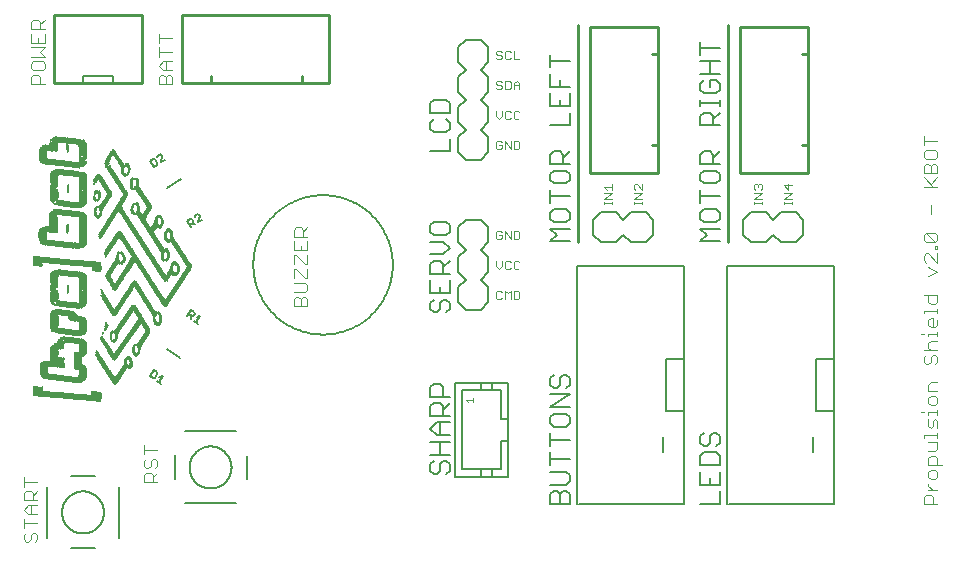
<source format=gto>
G75*
%MOIN*%
%OFA0B0*%
%FSLAX25Y25*%
%IPPOS*%
%LPD*%
%AMOC8*
5,1,8,0,0,1.08239X$1,22.5*
%
%ADD10C,0.00400*%
%ADD11C,0.00600*%
%ADD12C,0.00300*%
%ADD13C,0.01000*%
%ADD14C,0.00800*%
%ADD15R,0.00098X0.01181*%
%ADD16R,0.00098X0.01476*%
%ADD17R,0.00098X0.01772*%
%ADD18R,0.00098X0.02067*%
%ADD19R,0.00098X0.02362*%
%ADD20R,0.00098X0.02559*%
%ADD21R,0.00098X0.02953*%
%ADD22R,0.00098X0.03150*%
%ADD23R,0.00098X0.03543*%
%ADD24R,0.00098X0.03740*%
%ADD25R,0.00098X0.04134*%
%ADD26R,0.00098X0.04429*%
%ADD27R,0.00098X0.04626*%
%ADD28R,0.00098X0.05020*%
%ADD29R,0.00098X0.02461*%
%ADD30R,0.00098X0.02165*%
%ADD31R,0.00098X0.02657*%
%ADD32R,0.00098X0.03445*%
%ADD33R,0.00098X0.03839*%
%ADD34R,0.00098X0.04035*%
%ADD35R,0.00098X0.01280*%
%ADD36R,0.00098X0.01083*%
%ADD37R,0.00098X0.00984*%
%ADD38R,0.00098X0.01378*%
%ADD39R,0.00098X0.01673*%
%ADD40R,0.00098X0.03051*%
%ADD41R,0.00098X0.02264*%
%ADD42R,0.00098X0.01575*%
%ADD43R,0.00098X0.00591*%
%ADD44R,0.00098X0.02854*%
%ADD45R,0.00098X0.00394*%
%ADD46R,0.00098X0.03937*%
%ADD47R,0.00098X0.02756*%
%ADD48R,0.00098X0.00295*%
%ADD49R,0.00098X0.03248*%
%ADD50R,0.00098X0.00689*%
%ADD51R,0.00098X0.03346*%
%ADD52R,0.00098X0.01969*%
%ADD53R,0.00098X0.00886*%
%ADD54R,0.00098X0.03642*%
%ADD55R,0.00098X0.01870*%
%ADD56R,0.00098X0.04528*%
%ADD57R,0.00098X0.00787*%
%ADD58R,0.00098X0.05709*%
%ADD59R,0.00098X0.05413*%
%ADD60R,0.00098X0.05118*%
%ADD61R,0.00098X0.04823*%
%ADD62R,0.00098X0.04232*%
%ADD63R,0.00098X0.04921*%
%ADD64R,0.00098X0.05512*%
%ADD65R,0.00098X0.05217*%
%ADD66R,0.00098X0.05610*%
%ADD67R,0.00098X0.05315*%
%ADD68R,0.00098X0.04331*%
%ADD69R,0.00098X0.04724*%
%ADD70R,0.00098X0.00197*%
%ADD71R,0.00098X0.00492*%
%ADD72R,0.00098X0.00098*%
%ADD73R,0.00098X0.08858*%
%ADD74R,0.00098X0.09843*%
%ADD75R,0.00098X0.09449*%
%ADD76R,0.00098X0.10039*%
%ADD77R,0.00098X0.09646*%
%ADD78R,0.00098X0.10236*%
%ADD79R,0.00098X0.10138*%
%ADD80R,0.00098X0.10433*%
%ADD81R,0.00098X0.10335*%
%ADD82R,0.00098X0.10630*%
%ADD83R,0.00098X0.10827*%
%ADD84R,0.00098X0.10531*%
%ADD85R,0.00098X0.06004*%
%ADD86R,0.00098X0.10728*%
%ADD87R,0.00098X0.11024*%
%ADD88R,0.00098X0.06201*%
%ADD89R,0.00098X0.10925*%
%ADD90R,0.00098X0.11122*%
%ADD91R,0.00098X0.08268*%
%ADD92R,0.00098X0.11319*%
%ADD93R,0.00098X0.08465*%
%ADD94R,0.00098X0.05906*%
%ADD95R,0.00098X0.11220*%
%ADD96R,0.00098X0.11516*%
%ADD97R,0.00098X0.08661*%
%ADD98R,0.00098X0.05807*%
%ADD99R,0.00098X0.11417*%
%ADD100R,0.00098X0.11713*%
%ADD101R,0.00098X0.08760*%
%ADD102R,0.00098X0.06102*%
%ADD103R,0.00098X0.11811*%
%ADD104R,0.00098X0.11909*%
%ADD105R,0.00098X0.09055*%
%ADD106R,0.00098X0.12008*%
%ADD107R,0.00098X0.06299*%
%ADD108R,0.00098X0.12106*%
%ADD109R,0.00098X0.06398*%
%ADD110R,0.00098X0.07579*%
%ADD111R,0.00098X0.07776*%
%ADD112R,0.00098X0.12303*%
%ADD113R,0.00098X0.14567*%
%ADD114R,0.00098X0.06496*%
%ADD115R,0.00098X0.12205*%
%ADD116R,0.00098X0.14665*%
%ADD117R,0.00098X0.06594*%
%ADD118R,0.00098X0.12500*%
%ADD119R,0.00098X0.09547*%
%ADD120R,0.00098X0.14764*%
%ADD121R,0.00098X0.09744*%
%ADD122R,0.00098X0.08071*%
%ADD123R,0.00098X0.08366*%
%ADD124R,0.00098X0.08169*%
%ADD125R,0.00098X0.07972*%
%ADD126R,0.00098X0.07874*%
%ADD127R,0.00098X0.07677*%
%ADD128R,0.00098X0.06988*%
%ADD129R,0.00098X0.06890*%
%ADD130R,0.00098X0.07382*%
%ADD131R,0.00098X0.06791*%
%ADD132R,0.00098X0.07480*%
%ADD133R,0.00098X0.07283*%
%ADD134R,0.00098X0.07185*%
%ADD135R,0.00098X0.07087*%
%ADD136R,0.00098X0.06693*%
%ADD137C,0.00500*%
%ADD138C,0.00200*%
%ADD139C,0.00787*%
D10*
X0116446Y0026100D02*
X0117213Y0025332D01*
X0117981Y0025332D01*
X0118748Y0026100D01*
X0118748Y0027634D01*
X0119515Y0028402D01*
X0120283Y0028402D01*
X0121050Y0027634D01*
X0121050Y0026100D01*
X0120283Y0025332D01*
X0116446Y0026100D02*
X0116446Y0027634D01*
X0117213Y0028402D01*
X0116446Y0029936D02*
X0116446Y0033006D01*
X0116446Y0031471D02*
X0121050Y0031471D01*
X0121050Y0034540D02*
X0117981Y0034540D01*
X0116446Y0036075D01*
X0117981Y0037610D01*
X0121050Y0037610D01*
X0121050Y0039144D02*
X0116446Y0039144D01*
X0116446Y0041446D01*
X0117213Y0042214D01*
X0118748Y0042214D01*
X0119515Y0041446D01*
X0119515Y0039144D01*
X0119515Y0040679D02*
X0121050Y0042214D01*
X0121050Y0045283D02*
X0116446Y0045283D01*
X0116446Y0046817D02*
X0116446Y0043748D01*
X0118748Y0037610D02*
X0118748Y0034540D01*
X0156446Y0045332D02*
X0156446Y0047634D01*
X0157213Y0048402D01*
X0158748Y0048402D01*
X0159515Y0047634D01*
X0159515Y0045332D01*
X0161050Y0045332D02*
X0156446Y0045332D01*
X0159515Y0046867D02*
X0161050Y0048402D01*
X0160283Y0049936D02*
X0161050Y0050704D01*
X0161050Y0052238D01*
X0160283Y0053006D01*
X0159515Y0053006D01*
X0158748Y0052238D01*
X0158748Y0050704D01*
X0157981Y0049936D01*
X0157213Y0049936D01*
X0156446Y0050704D01*
X0156446Y0052238D01*
X0157213Y0053006D01*
X0156446Y0054540D02*
X0156446Y0057610D01*
X0156446Y0056075D02*
X0161050Y0056075D01*
X0206446Y0104021D02*
X0206446Y0106323D01*
X0207213Y0107090D01*
X0207981Y0107090D01*
X0208748Y0106323D01*
X0208748Y0104021D01*
X0208748Y0106323D02*
X0209515Y0107090D01*
X0210283Y0107090D01*
X0211050Y0106323D01*
X0211050Y0104021D01*
X0206446Y0104021D01*
X0206446Y0108625D02*
X0210283Y0108625D01*
X0211050Y0109392D01*
X0211050Y0110927D01*
X0210283Y0111694D01*
X0206446Y0111694D01*
X0206446Y0113229D02*
X0206446Y0116298D01*
X0207213Y0116298D01*
X0210283Y0113229D01*
X0211050Y0113229D01*
X0211050Y0116298D01*
X0211050Y0117832D02*
X0211050Y0120902D01*
X0211050Y0122436D02*
X0211050Y0125506D01*
X0211050Y0127040D02*
X0206446Y0127040D01*
X0206446Y0129342D01*
X0207213Y0130110D01*
X0208748Y0130110D01*
X0209515Y0129342D01*
X0209515Y0127040D01*
X0209515Y0128575D02*
X0211050Y0130110D01*
X0206446Y0125506D02*
X0206446Y0122436D01*
X0211050Y0122436D01*
X0208748Y0122436D02*
X0208748Y0123971D01*
X0207213Y0120902D02*
X0206446Y0120902D01*
X0206446Y0117832D01*
X0207213Y0120902D02*
X0210283Y0117832D01*
X0211050Y0117832D01*
X0166050Y0177832D02*
X0161446Y0177832D01*
X0161446Y0180134D01*
X0162213Y0180902D01*
X0162981Y0180902D01*
X0163748Y0180134D01*
X0163748Y0177832D01*
X0166050Y0177832D02*
X0166050Y0180134D01*
X0165283Y0180902D01*
X0164515Y0180902D01*
X0163748Y0180134D01*
X0163748Y0182436D02*
X0163748Y0185506D01*
X0162981Y0185506D02*
X0166050Y0185506D01*
X0162981Y0185506D02*
X0161446Y0183971D01*
X0162981Y0182436D01*
X0166050Y0182436D01*
X0161446Y0187040D02*
X0161446Y0190110D01*
X0161446Y0191644D02*
X0161446Y0194714D01*
X0161446Y0193179D02*
X0166050Y0193179D01*
X0166050Y0188575D02*
X0161446Y0188575D01*
X0123550Y0187040D02*
X0122015Y0188575D01*
X0123550Y0190110D01*
X0118946Y0190110D01*
X0118946Y0191644D02*
X0123550Y0191644D01*
X0123550Y0194714D01*
X0123550Y0196248D02*
X0118946Y0196248D01*
X0118946Y0198550D01*
X0119713Y0199317D01*
X0121248Y0199317D01*
X0122015Y0198550D01*
X0122015Y0196248D01*
X0122015Y0197783D02*
X0123550Y0199317D01*
X0118946Y0194714D02*
X0118946Y0191644D01*
X0121248Y0191644D02*
X0121248Y0193179D01*
X0118946Y0187040D02*
X0123550Y0187040D01*
X0122783Y0185506D02*
X0119713Y0185506D01*
X0118946Y0184738D01*
X0118946Y0183204D01*
X0119713Y0182436D01*
X0122783Y0182436D01*
X0123550Y0183204D01*
X0123550Y0184738D01*
X0122783Y0185506D01*
X0121248Y0180902D02*
X0119713Y0180902D01*
X0118946Y0180134D01*
X0118946Y0177832D01*
X0123550Y0177832D01*
X0122015Y0177832D02*
X0122015Y0180134D01*
X0121248Y0180902D01*
X0416446Y0160604D02*
X0416446Y0157534D01*
X0416446Y0159069D02*
X0421050Y0159069D01*
X0420283Y0156000D02*
X0417213Y0156000D01*
X0416446Y0155233D01*
X0416446Y0153698D01*
X0417213Y0152931D01*
X0420283Y0152931D01*
X0421050Y0153698D01*
X0421050Y0155233D01*
X0420283Y0156000D01*
X0420283Y0151396D02*
X0421050Y0150629D01*
X0421050Y0148327D01*
X0416446Y0148327D01*
X0416446Y0150629D01*
X0417213Y0151396D01*
X0417981Y0151396D01*
X0418748Y0150629D01*
X0418748Y0148327D01*
X0418748Y0150629D02*
X0419515Y0151396D01*
X0420283Y0151396D01*
X0421050Y0146792D02*
X0418748Y0144490D01*
X0419515Y0143723D02*
X0416446Y0146792D01*
X0416446Y0143723D02*
X0421050Y0143723D01*
X0418748Y0137584D02*
X0418748Y0134515D01*
X0417213Y0128376D02*
X0420283Y0125307D01*
X0421050Y0126074D01*
X0421050Y0127609D01*
X0420283Y0128376D01*
X0417213Y0128376D01*
X0416446Y0127609D01*
X0416446Y0126074D01*
X0417213Y0125307D01*
X0420283Y0125307D01*
X0420283Y0123772D02*
X0421050Y0123772D01*
X0421050Y0123005D01*
X0420283Y0123005D01*
X0420283Y0123772D01*
X0421050Y0121470D02*
X0421050Y0118401D01*
X0417981Y0121470D01*
X0417213Y0121470D01*
X0416446Y0120703D01*
X0416446Y0119168D01*
X0417213Y0118401D01*
X0417981Y0116866D02*
X0421050Y0115332D01*
X0417981Y0113797D01*
X0417981Y0107659D02*
X0417981Y0105357D01*
X0418748Y0104589D01*
X0420283Y0104589D01*
X0421050Y0105357D01*
X0421050Y0107659D01*
X0416446Y0107659D01*
X0416446Y0102287D02*
X0421050Y0102287D01*
X0421050Y0101520D02*
X0421050Y0103055D01*
X0419515Y0099985D02*
X0419515Y0096916D01*
X0418748Y0096916D02*
X0417981Y0097683D01*
X0417981Y0099218D01*
X0418748Y0099985D01*
X0419515Y0099985D01*
X0421050Y0099218D02*
X0421050Y0097683D01*
X0420283Y0096916D01*
X0418748Y0096916D01*
X0417981Y0094614D02*
X0421050Y0094614D01*
X0421050Y0093847D02*
X0421050Y0095382D01*
X0417981Y0094614D02*
X0417981Y0093847D01*
X0418748Y0092312D02*
X0421050Y0092312D01*
X0418748Y0092312D02*
X0417981Y0091545D01*
X0417981Y0090010D01*
X0418748Y0089243D01*
X0419515Y0087708D02*
X0420283Y0087708D01*
X0421050Y0086941D01*
X0421050Y0085406D01*
X0420283Y0084639D01*
X0418748Y0085406D02*
X0418748Y0086941D01*
X0419515Y0087708D01*
X0421050Y0089243D02*
X0416446Y0089243D01*
X0417213Y0087708D02*
X0416446Y0086941D01*
X0416446Y0085406D01*
X0417213Y0084639D01*
X0417981Y0084639D01*
X0418748Y0085406D01*
X0418748Y0078500D02*
X0421050Y0078500D01*
X0418748Y0078500D02*
X0417981Y0077733D01*
X0417981Y0075431D01*
X0421050Y0075431D01*
X0420283Y0073897D02*
X0418748Y0073897D01*
X0417981Y0073129D01*
X0417981Y0071595D01*
X0418748Y0070827D01*
X0420283Y0070827D01*
X0421050Y0071595D01*
X0421050Y0073129D01*
X0420283Y0073897D01*
X0421050Y0069293D02*
X0421050Y0067758D01*
X0421050Y0068525D02*
X0417981Y0068525D01*
X0417981Y0067758D01*
X0417981Y0066223D02*
X0417981Y0063921D01*
X0418748Y0063154D01*
X0419515Y0063921D01*
X0419515Y0065456D01*
X0420283Y0066223D01*
X0421050Y0065456D01*
X0421050Y0063154D01*
X0421050Y0061619D02*
X0421050Y0060085D01*
X0421050Y0060852D02*
X0416446Y0060852D01*
X0416446Y0060085D01*
X0417981Y0058550D02*
X0421050Y0058550D01*
X0421050Y0056248D01*
X0420283Y0055481D01*
X0417981Y0055481D01*
X0418748Y0053946D02*
X0420283Y0053946D01*
X0421050Y0053179D01*
X0421050Y0050877D01*
X0422585Y0050877D02*
X0417981Y0050877D01*
X0417981Y0053179D01*
X0418748Y0053946D01*
X0418748Y0049342D02*
X0417981Y0048575D01*
X0417981Y0047040D01*
X0418748Y0046273D01*
X0420283Y0046273D01*
X0421050Y0047040D01*
X0421050Y0048575D01*
X0420283Y0049342D01*
X0418748Y0049342D01*
X0417981Y0044738D02*
X0417981Y0043971D01*
X0419515Y0042436D01*
X0417981Y0042436D02*
X0421050Y0042436D01*
X0419515Y0040134D02*
X0419515Y0037832D01*
X0421050Y0037832D02*
X0416446Y0037832D01*
X0416446Y0040134D01*
X0417213Y0040902D01*
X0418748Y0040902D01*
X0419515Y0040134D01*
X0416446Y0068525D02*
X0415679Y0068525D01*
X0415679Y0094614D02*
X0416446Y0094614D01*
X0416446Y0101520D02*
X0416446Y0102287D01*
D11*
X0348450Y0125432D02*
X0342045Y0125432D01*
X0344180Y0127568D01*
X0342045Y0129703D01*
X0348450Y0129703D01*
X0347382Y0131878D02*
X0343112Y0131878D01*
X0342045Y0132946D01*
X0342045Y0135081D01*
X0343112Y0136148D01*
X0347382Y0136148D01*
X0348450Y0135081D01*
X0348450Y0132946D01*
X0347382Y0131878D01*
X0342045Y0138323D02*
X0342045Y0142594D01*
X0342045Y0140459D02*
X0348450Y0140459D01*
X0347382Y0144769D02*
X0343112Y0144769D01*
X0342045Y0145837D01*
X0342045Y0147972D01*
X0343112Y0149039D01*
X0347382Y0149039D01*
X0348450Y0147972D01*
X0348450Y0145837D01*
X0347382Y0144769D01*
X0346315Y0151214D02*
X0346315Y0154417D01*
X0345247Y0155485D01*
X0343112Y0155485D01*
X0342045Y0154417D01*
X0342045Y0151214D01*
X0348450Y0151214D01*
X0346315Y0153350D02*
X0348450Y0155485D01*
X0348450Y0164105D02*
X0342045Y0164105D01*
X0342045Y0167308D01*
X0343112Y0168376D01*
X0345247Y0168376D01*
X0346315Y0167308D01*
X0346315Y0164105D01*
X0346315Y0166241D02*
X0348450Y0168376D01*
X0348450Y0170551D02*
X0348450Y0172686D01*
X0348450Y0171619D02*
X0342045Y0171619D01*
X0342045Y0172686D02*
X0342045Y0170551D01*
X0343112Y0174848D02*
X0347382Y0174848D01*
X0348450Y0175916D01*
X0348450Y0178051D01*
X0347382Y0179118D01*
X0345247Y0179118D01*
X0345247Y0176983D01*
X0343112Y0174848D02*
X0342045Y0175916D01*
X0342045Y0178051D01*
X0343112Y0179118D01*
X0342045Y0181293D02*
X0348450Y0181293D01*
X0345247Y0181293D02*
X0345247Y0185564D01*
X0342045Y0185564D02*
X0348450Y0185564D01*
X0342045Y0187739D02*
X0342045Y0192009D01*
X0342045Y0189874D02*
X0348450Y0189874D01*
X0298450Y0185577D02*
X0292045Y0185577D01*
X0292045Y0183442D02*
X0292045Y0187712D01*
X0292045Y0181267D02*
X0292045Y0176996D01*
X0298450Y0176996D01*
X0298450Y0174821D02*
X0298450Y0170551D01*
X0292045Y0170551D01*
X0292045Y0174821D01*
X0295247Y0172686D02*
X0295247Y0170551D01*
X0298450Y0168376D02*
X0298450Y0164105D01*
X0292045Y0164105D01*
X0293112Y0155485D02*
X0292045Y0154417D01*
X0292045Y0151214D01*
X0298450Y0151214D01*
X0296315Y0151214D02*
X0296315Y0154417D01*
X0295247Y0155485D01*
X0293112Y0155485D01*
X0296315Y0153350D02*
X0298450Y0155485D01*
X0297382Y0149039D02*
X0293112Y0149039D01*
X0292045Y0147972D01*
X0292045Y0145837D01*
X0293112Y0144769D01*
X0297382Y0144769D01*
X0298450Y0145837D01*
X0298450Y0147972D01*
X0297382Y0149039D01*
X0292045Y0142594D02*
X0292045Y0138323D01*
X0292045Y0140459D02*
X0298450Y0140459D01*
X0297382Y0136148D02*
X0293112Y0136148D01*
X0292045Y0135081D01*
X0292045Y0132946D01*
X0293112Y0131878D01*
X0297382Y0131878D01*
X0298450Y0132946D01*
X0298450Y0135081D01*
X0297382Y0136148D01*
X0298450Y0129703D02*
X0292045Y0129703D01*
X0294180Y0127568D01*
X0292045Y0125432D01*
X0298450Y0125432D01*
X0258450Y0123290D02*
X0256315Y0125426D01*
X0252045Y0125426D01*
X0253112Y0127601D02*
X0257382Y0127601D01*
X0258450Y0128668D01*
X0258450Y0130803D01*
X0257382Y0131871D01*
X0253112Y0131871D01*
X0252045Y0130803D01*
X0252045Y0128668D01*
X0253112Y0127601D01*
X0252045Y0121155D02*
X0256315Y0121155D01*
X0258450Y0123290D01*
X0258450Y0118980D02*
X0256315Y0116845D01*
X0256315Y0117912D02*
X0256315Y0114710D01*
X0258450Y0114710D02*
X0252045Y0114710D01*
X0252045Y0117912D01*
X0253112Y0118980D01*
X0255247Y0118980D01*
X0256315Y0117912D01*
X0258450Y0112535D02*
X0258450Y0108264D01*
X0252045Y0108264D01*
X0252045Y0112535D01*
X0255247Y0110399D02*
X0255247Y0108264D01*
X0256315Y0106089D02*
X0257382Y0106089D01*
X0258450Y0105021D01*
X0258450Y0102886D01*
X0257382Y0101819D01*
X0255247Y0102886D02*
X0254180Y0101819D01*
X0253112Y0101819D01*
X0252045Y0102886D01*
X0252045Y0105021D01*
X0253112Y0106089D01*
X0255247Y0105021D02*
X0255247Y0102886D01*
X0255247Y0105021D02*
X0256315Y0106089D01*
X0292045Y0079808D02*
X0292045Y0077673D01*
X0293112Y0076605D01*
X0294180Y0076605D01*
X0295247Y0077673D01*
X0295247Y0079808D01*
X0296315Y0080876D01*
X0297382Y0080876D01*
X0298450Y0079808D01*
X0298450Y0077673D01*
X0297382Y0076605D01*
X0298450Y0074430D02*
X0292045Y0074430D01*
X0292045Y0070160D02*
X0298450Y0074430D01*
X0298450Y0070160D02*
X0292045Y0070160D01*
X0293112Y0067985D02*
X0292045Y0066917D01*
X0292045Y0064782D01*
X0293112Y0063714D01*
X0297382Y0063714D01*
X0298450Y0064782D01*
X0298450Y0066917D01*
X0297382Y0067985D01*
X0293112Y0067985D01*
X0292045Y0061539D02*
X0292045Y0057269D01*
X0292045Y0059404D02*
X0298450Y0059404D01*
X0292045Y0055094D02*
X0292045Y0050823D01*
X0292045Y0052959D02*
X0298450Y0052959D01*
X0297382Y0048648D02*
X0292045Y0048648D01*
X0292045Y0044378D02*
X0297382Y0044378D01*
X0298450Y0045446D01*
X0298450Y0047581D01*
X0297382Y0048648D01*
X0297382Y0042203D02*
X0296315Y0042203D01*
X0295247Y0041135D01*
X0295247Y0037932D01*
X0292045Y0037932D02*
X0292045Y0041135D01*
X0293112Y0042203D01*
X0294180Y0042203D01*
X0295247Y0041135D01*
X0297382Y0042203D02*
X0298450Y0041135D01*
X0298450Y0037932D01*
X0292045Y0037932D01*
X0258450Y0049000D02*
X0257382Y0047932D01*
X0258450Y0049000D02*
X0258450Y0051135D01*
X0257382Y0052203D01*
X0256315Y0052203D01*
X0255247Y0051135D01*
X0255247Y0049000D01*
X0254180Y0047932D01*
X0253112Y0047932D01*
X0252045Y0049000D01*
X0252045Y0051135D01*
X0253112Y0052203D01*
X0252045Y0054378D02*
X0258450Y0054378D01*
X0255247Y0054378D02*
X0255247Y0058648D01*
X0255247Y0060823D02*
X0255247Y0065094D01*
X0254180Y0065094D02*
X0258450Y0065094D01*
X0258450Y0067269D02*
X0252045Y0067269D01*
X0252045Y0070472D01*
X0253112Y0071539D01*
X0255247Y0071539D01*
X0256315Y0070472D01*
X0256315Y0067269D01*
X0256315Y0069404D02*
X0258450Y0071539D01*
X0258450Y0073714D02*
X0252045Y0073714D01*
X0252045Y0076917D01*
X0253112Y0077985D01*
X0255247Y0077985D01*
X0256315Y0076917D01*
X0256315Y0073714D01*
X0254180Y0065094D02*
X0252045Y0062959D01*
X0254180Y0060823D01*
X0258450Y0060823D01*
X0258450Y0058648D02*
X0252045Y0058648D01*
X0292045Y0079808D02*
X0293112Y0080876D01*
X0342045Y0060472D02*
X0342045Y0058337D01*
X0343112Y0057269D01*
X0344180Y0057269D01*
X0345247Y0058337D01*
X0345247Y0060472D01*
X0346315Y0061539D01*
X0347382Y0061539D01*
X0348450Y0060472D01*
X0348450Y0058337D01*
X0347382Y0057269D01*
X0347382Y0055094D02*
X0343112Y0055094D01*
X0342045Y0054026D01*
X0342045Y0050823D01*
X0348450Y0050823D01*
X0348450Y0054026D01*
X0347382Y0055094D01*
X0348450Y0048648D02*
X0348450Y0044378D01*
X0342045Y0044378D01*
X0342045Y0048648D01*
X0345247Y0046513D02*
X0345247Y0044378D01*
X0348450Y0042203D02*
X0348450Y0037932D01*
X0342045Y0037932D01*
X0342045Y0060472D02*
X0343112Y0061539D01*
X0175328Y0100541D02*
X0174020Y0098527D01*
X0174691Y0098090D02*
X0173348Y0098963D01*
X0172374Y0099595D02*
X0172139Y0100703D01*
X0172475Y0100485D02*
X0171467Y0101139D01*
X0171031Y0100467D02*
X0172340Y0102482D01*
X0173347Y0101828D01*
X0173465Y0101274D01*
X0173028Y0100602D01*
X0172475Y0100485D01*
X0174220Y0100306D02*
X0175328Y0100541D01*
X0160847Y0081828D02*
X0159840Y0082482D01*
X0158531Y0080467D01*
X0159539Y0079813D01*
X0160092Y0079931D01*
X0160965Y0081274D01*
X0160847Y0081828D01*
X0161720Y0080306D02*
X0162828Y0080541D01*
X0161520Y0078527D01*
X0162191Y0078090D02*
X0160848Y0078963D01*
X0172380Y0130261D02*
X0171036Y0132252D01*
X0172032Y0132924D01*
X0172588Y0132816D01*
X0173036Y0132152D01*
X0172928Y0131596D01*
X0171932Y0130924D01*
X0172596Y0131372D02*
X0173707Y0131156D01*
X0174670Y0131805D02*
X0175102Y0134028D01*
X0174878Y0134360D01*
X0174322Y0134468D01*
X0173658Y0134021D01*
X0173550Y0133465D01*
X0174670Y0131805D02*
X0175997Y0132701D01*
X0160875Y0150932D02*
X0159880Y0150261D01*
X0158536Y0152252D01*
X0159532Y0152924D01*
X0160088Y0152816D01*
X0160983Y0151488D01*
X0160875Y0150932D01*
X0162170Y0151805D02*
X0162602Y0154028D01*
X0162378Y0154360D01*
X0161822Y0154468D01*
X0161158Y0154021D01*
X0161050Y0153465D01*
X0162170Y0151805D02*
X0163497Y0152701D01*
X0252045Y0155432D02*
X0258450Y0155432D01*
X0258450Y0159703D01*
X0257382Y0161878D02*
X0258450Y0162946D01*
X0258450Y0165081D01*
X0257382Y0166148D01*
X0258450Y0168323D02*
X0252045Y0168323D01*
X0252045Y0171526D01*
X0253112Y0172594D01*
X0257382Y0172594D01*
X0258450Y0171526D01*
X0258450Y0168323D01*
X0253112Y0166148D02*
X0252045Y0165081D01*
X0252045Y0162946D01*
X0253112Y0161878D01*
X0257382Y0161878D01*
X0295247Y0176996D02*
X0295247Y0179132D01*
D12*
X0281728Y0178117D02*
X0281728Y0176182D01*
X0281728Y0177634D02*
X0279793Y0177634D01*
X0279793Y0178117D02*
X0280761Y0179085D01*
X0281728Y0178117D01*
X0279793Y0178117D02*
X0279793Y0176182D01*
X0278781Y0176666D02*
X0278781Y0178601D01*
X0278298Y0179085D01*
X0276847Y0179085D01*
X0276847Y0176182D01*
X0278298Y0176182D01*
X0278781Y0176666D01*
X0275835Y0176666D02*
X0275351Y0176182D01*
X0274384Y0176182D01*
X0273900Y0176666D01*
X0274384Y0177634D02*
X0275351Y0177634D01*
X0275835Y0177150D01*
X0275835Y0176666D01*
X0274384Y0177634D02*
X0273900Y0178117D01*
X0273900Y0178601D01*
X0274384Y0179085D01*
X0275351Y0179085D01*
X0275835Y0178601D01*
X0275351Y0186182D02*
X0274384Y0186182D01*
X0273900Y0186666D01*
X0274384Y0187634D02*
X0275351Y0187634D01*
X0275835Y0187150D01*
X0275835Y0186666D01*
X0275351Y0186182D01*
X0276847Y0186666D02*
X0276847Y0188601D01*
X0277330Y0189085D01*
X0278298Y0189085D01*
X0278781Y0188601D01*
X0279793Y0189085D02*
X0279793Y0186182D01*
X0281728Y0186182D01*
X0278781Y0186666D02*
X0278298Y0186182D01*
X0277330Y0186182D01*
X0276847Y0186666D01*
X0275835Y0188601D02*
X0275351Y0189085D01*
X0274384Y0189085D01*
X0273900Y0188601D01*
X0273900Y0188117D01*
X0274384Y0187634D01*
X0273900Y0169085D02*
X0273900Y0167150D01*
X0274867Y0166182D01*
X0275835Y0167150D01*
X0275835Y0169085D01*
X0276847Y0168601D02*
X0276847Y0166666D01*
X0277330Y0166182D01*
X0278298Y0166182D01*
X0278781Y0166666D01*
X0279793Y0166666D02*
X0279793Y0168601D01*
X0280277Y0169085D01*
X0281244Y0169085D01*
X0281728Y0168601D01*
X0281728Y0166666D02*
X0281244Y0166182D01*
X0280277Y0166182D01*
X0279793Y0166666D01*
X0278781Y0168601D02*
X0278298Y0169085D01*
X0277330Y0169085D01*
X0276847Y0168601D01*
X0276847Y0159085D02*
X0278781Y0156182D01*
X0278781Y0159085D01*
X0279793Y0159085D02*
X0279793Y0156182D01*
X0281244Y0156182D01*
X0281728Y0156666D01*
X0281728Y0158601D01*
X0281244Y0159085D01*
X0279793Y0159085D01*
X0276847Y0159085D02*
X0276847Y0156182D01*
X0275835Y0156666D02*
X0275835Y0157634D01*
X0274867Y0157634D01*
X0273900Y0158601D02*
X0273900Y0156666D01*
X0274384Y0156182D01*
X0275351Y0156182D01*
X0275835Y0156666D01*
X0275835Y0158601D02*
X0275351Y0159085D01*
X0274384Y0159085D01*
X0273900Y0158601D01*
X0309798Y0143661D02*
X0312700Y0143661D01*
X0312700Y0144628D02*
X0312700Y0142693D01*
X0312700Y0141682D02*
X0309798Y0141682D01*
X0310765Y0142693D02*
X0309798Y0143661D01*
X0312700Y0141682D02*
X0309798Y0139747D01*
X0312700Y0139747D01*
X0312700Y0138750D02*
X0312700Y0137782D01*
X0312700Y0138266D02*
X0309798Y0138266D01*
X0309798Y0137782D02*
X0309798Y0138750D01*
X0319798Y0138750D02*
X0319798Y0137782D01*
X0319798Y0138266D02*
X0322700Y0138266D01*
X0322700Y0137782D02*
X0322700Y0138750D01*
X0322700Y0139747D02*
X0319798Y0139747D01*
X0322700Y0141682D01*
X0319798Y0141682D01*
X0320281Y0142693D02*
X0319798Y0143177D01*
X0319798Y0144145D01*
X0320281Y0144628D01*
X0320765Y0144628D01*
X0322700Y0142693D01*
X0322700Y0144628D01*
X0359798Y0144145D02*
X0359798Y0143177D01*
X0360281Y0142693D01*
X0359798Y0141682D02*
X0362700Y0141682D01*
X0359798Y0139747D01*
X0362700Y0139747D01*
X0362700Y0138750D02*
X0362700Y0137782D01*
X0362700Y0138266D02*
X0359798Y0138266D01*
X0359798Y0137782D02*
X0359798Y0138750D01*
X0362216Y0142693D02*
X0362700Y0143177D01*
X0362700Y0144145D01*
X0362216Y0144628D01*
X0361733Y0144628D01*
X0361249Y0144145D01*
X0361249Y0143661D01*
X0361249Y0144145D02*
X0360765Y0144628D01*
X0360281Y0144628D01*
X0359798Y0144145D01*
X0369798Y0144145D02*
X0371249Y0142693D01*
X0371249Y0144628D01*
X0372700Y0144145D02*
X0369798Y0144145D01*
X0369798Y0141682D02*
X0372700Y0141682D01*
X0369798Y0139747D01*
X0372700Y0139747D01*
X0372700Y0138750D02*
X0372700Y0137782D01*
X0372700Y0138266D02*
X0369798Y0138266D01*
X0369798Y0137782D02*
X0369798Y0138750D01*
X0281728Y0128601D02*
X0281728Y0126666D01*
X0281244Y0126182D01*
X0279793Y0126182D01*
X0279793Y0129085D01*
X0281244Y0129085D01*
X0281728Y0128601D01*
X0278781Y0129085D02*
X0278781Y0126182D01*
X0276847Y0129085D01*
X0276847Y0126182D01*
X0275835Y0126666D02*
X0275835Y0127634D01*
X0274867Y0127634D01*
X0273900Y0128601D02*
X0273900Y0126666D01*
X0274384Y0126182D01*
X0275351Y0126182D01*
X0275835Y0126666D01*
X0275835Y0128601D02*
X0275351Y0129085D01*
X0274384Y0129085D01*
X0273900Y0128601D01*
X0273900Y0119085D02*
X0273900Y0117150D01*
X0274867Y0116182D01*
X0275835Y0117150D01*
X0275835Y0119085D01*
X0276847Y0118601D02*
X0276847Y0116666D01*
X0277330Y0116182D01*
X0278298Y0116182D01*
X0278781Y0116666D01*
X0279793Y0116666D02*
X0279793Y0118601D01*
X0280277Y0119085D01*
X0281244Y0119085D01*
X0281728Y0118601D01*
X0281728Y0116666D02*
X0281244Y0116182D01*
X0280277Y0116182D01*
X0279793Y0116666D01*
X0278781Y0118601D02*
X0278298Y0119085D01*
X0277330Y0119085D01*
X0276847Y0118601D01*
X0276847Y0109085D02*
X0277814Y0108117D01*
X0278781Y0109085D01*
X0278781Y0106182D01*
X0279793Y0106182D02*
X0279793Y0109085D01*
X0281244Y0109085D01*
X0281728Y0108601D01*
X0281728Y0106666D01*
X0281244Y0106182D01*
X0279793Y0106182D01*
X0276847Y0106182D02*
X0276847Y0109085D01*
X0275835Y0108601D02*
X0275351Y0109085D01*
X0274384Y0109085D01*
X0273900Y0108601D01*
X0273900Y0106666D01*
X0274384Y0106182D01*
X0275351Y0106182D01*
X0275835Y0106666D01*
D13*
X0301250Y0125132D02*
X0301250Y0197632D01*
X0305394Y0197042D02*
X0305394Y0148223D01*
X0328031Y0148223D01*
X0328031Y0197042D01*
X0305394Y0197042D01*
X0325837Y0187987D02*
X0327805Y0187987D01*
X0351250Y0197632D02*
X0351250Y0125132D01*
X0355394Y0148223D02*
X0378031Y0148223D01*
X0378031Y0197042D01*
X0355394Y0197042D01*
X0355394Y0148223D01*
X0375837Y0157672D02*
X0377805Y0157672D01*
X0327805Y0157672D02*
X0325837Y0157672D01*
X0375837Y0187987D02*
X0377805Y0187987D01*
X0218159Y0178351D02*
X0169341Y0178351D01*
X0169341Y0200989D01*
X0218159Y0200989D01*
X0218159Y0178351D01*
X0209104Y0178577D02*
X0209104Y0180546D01*
X0178789Y0180546D02*
X0178789Y0178577D01*
X0155817Y0178351D02*
X0126683Y0178351D01*
X0126683Y0200989D01*
X0155817Y0200989D01*
X0155817Y0178351D01*
D14*
X0168761Y0146302D02*
X0164306Y0143296D01*
X0193022Y0117632D02*
X0193029Y0118202D01*
X0193050Y0118772D01*
X0193085Y0119341D01*
X0193134Y0119909D01*
X0193197Y0120475D01*
X0193273Y0121040D01*
X0193364Y0121603D01*
X0193468Y0122164D01*
X0193586Y0122721D01*
X0193718Y0123276D01*
X0193863Y0123827D01*
X0194022Y0124375D01*
X0194194Y0124918D01*
X0194380Y0125457D01*
X0194578Y0125992D01*
X0194790Y0126521D01*
X0195015Y0127045D01*
X0195252Y0127563D01*
X0195502Y0128076D01*
X0195765Y0128582D01*
X0196040Y0129081D01*
X0196327Y0129574D01*
X0196626Y0130059D01*
X0196937Y0130537D01*
X0197259Y0131007D01*
X0197593Y0131469D01*
X0197938Y0131923D01*
X0198295Y0132368D01*
X0198662Y0132804D01*
X0199039Y0133231D01*
X0199427Y0133649D01*
X0199825Y0134057D01*
X0200233Y0134455D01*
X0200651Y0134843D01*
X0201078Y0135220D01*
X0201514Y0135587D01*
X0201959Y0135944D01*
X0202413Y0136289D01*
X0202875Y0136623D01*
X0203345Y0136945D01*
X0203823Y0137256D01*
X0204308Y0137555D01*
X0204801Y0137842D01*
X0205300Y0138117D01*
X0205806Y0138380D01*
X0206319Y0138630D01*
X0206837Y0138867D01*
X0207361Y0139092D01*
X0207890Y0139304D01*
X0208425Y0139502D01*
X0208964Y0139688D01*
X0209507Y0139860D01*
X0210055Y0140019D01*
X0210606Y0140164D01*
X0211161Y0140296D01*
X0211718Y0140414D01*
X0212279Y0140518D01*
X0212842Y0140609D01*
X0213407Y0140685D01*
X0213973Y0140748D01*
X0214541Y0140797D01*
X0215110Y0140832D01*
X0215680Y0140853D01*
X0216250Y0140860D01*
X0216820Y0140853D01*
X0217390Y0140832D01*
X0217959Y0140797D01*
X0218527Y0140748D01*
X0219093Y0140685D01*
X0219658Y0140609D01*
X0220221Y0140518D01*
X0220782Y0140414D01*
X0221339Y0140296D01*
X0221894Y0140164D01*
X0222445Y0140019D01*
X0222993Y0139860D01*
X0223536Y0139688D01*
X0224075Y0139502D01*
X0224610Y0139304D01*
X0225139Y0139092D01*
X0225663Y0138867D01*
X0226181Y0138630D01*
X0226694Y0138380D01*
X0227200Y0138117D01*
X0227699Y0137842D01*
X0228192Y0137555D01*
X0228677Y0137256D01*
X0229155Y0136945D01*
X0229625Y0136623D01*
X0230087Y0136289D01*
X0230541Y0135944D01*
X0230986Y0135587D01*
X0231422Y0135220D01*
X0231849Y0134843D01*
X0232267Y0134455D01*
X0232675Y0134057D01*
X0233073Y0133649D01*
X0233461Y0133231D01*
X0233838Y0132804D01*
X0234205Y0132368D01*
X0234562Y0131923D01*
X0234907Y0131469D01*
X0235241Y0131007D01*
X0235563Y0130537D01*
X0235874Y0130059D01*
X0236173Y0129574D01*
X0236460Y0129081D01*
X0236735Y0128582D01*
X0236998Y0128076D01*
X0237248Y0127563D01*
X0237485Y0127045D01*
X0237710Y0126521D01*
X0237922Y0125992D01*
X0238120Y0125457D01*
X0238306Y0124918D01*
X0238478Y0124375D01*
X0238637Y0123827D01*
X0238782Y0123276D01*
X0238914Y0122721D01*
X0239032Y0122164D01*
X0239136Y0121603D01*
X0239227Y0121040D01*
X0239303Y0120475D01*
X0239366Y0119909D01*
X0239415Y0119341D01*
X0239450Y0118772D01*
X0239471Y0118202D01*
X0239478Y0117632D01*
X0239471Y0117062D01*
X0239450Y0116492D01*
X0239415Y0115923D01*
X0239366Y0115355D01*
X0239303Y0114789D01*
X0239227Y0114224D01*
X0239136Y0113661D01*
X0239032Y0113100D01*
X0238914Y0112543D01*
X0238782Y0111988D01*
X0238637Y0111437D01*
X0238478Y0110889D01*
X0238306Y0110346D01*
X0238120Y0109807D01*
X0237922Y0109272D01*
X0237710Y0108743D01*
X0237485Y0108219D01*
X0237248Y0107701D01*
X0236998Y0107188D01*
X0236735Y0106682D01*
X0236460Y0106183D01*
X0236173Y0105690D01*
X0235874Y0105205D01*
X0235563Y0104727D01*
X0235241Y0104257D01*
X0234907Y0103795D01*
X0234562Y0103341D01*
X0234205Y0102896D01*
X0233838Y0102460D01*
X0233461Y0102033D01*
X0233073Y0101615D01*
X0232675Y0101207D01*
X0232267Y0100809D01*
X0231849Y0100421D01*
X0231422Y0100044D01*
X0230986Y0099677D01*
X0230541Y0099320D01*
X0230087Y0098975D01*
X0229625Y0098641D01*
X0229155Y0098319D01*
X0228677Y0098008D01*
X0228192Y0097709D01*
X0227699Y0097422D01*
X0227200Y0097147D01*
X0226694Y0096884D01*
X0226181Y0096634D01*
X0225663Y0096397D01*
X0225139Y0096172D01*
X0224610Y0095960D01*
X0224075Y0095762D01*
X0223536Y0095576D01*
X0222993Y0095404D01*
X0222445Y0095245D01*
X0221894Y0095100D01*
X0221339Y0094968D01*
X0220782Y0094850D01*
X0220221Y0094746D01*
X0219658Y0094655D01*
X0219093Y0094579D01*
X0218527Y0094516D01*
X0217959Y0094467D01*
X0217390Y0094432D01*
X0216820Y0094411D01*
X0216250Y0094404D01*
X0215680Y0094411D01*
X0215110Y0094432D01*
X0214541Y0094467D01*
X0213973Y0094516D01*
X0213407Y0094579D01*
X0212842Y0094655D01*
X0212279Y0094746D01*
X0211718Y0094850D01*
X0211161Y0094968D01*
X0210606Y0095100D01*
X0210055Y0095245D01*
X0209507Y0095404D01*
X0208964Y0095576D01*
X0208425Y0095762D01*
X0207890Y0095960D01*
X0207361Y0096172D01*
X0206837Y0096397D01*
X0206319Y0096634D01*
X0205806Y0096884D01*
X0205300Y0097147D01*
X0204801Y0097422D01*
X0204308Y0097709D01*
X0203823Y0098008D01*
X0203345Y0098319D01*
X0202875Y0098641D01*
X0202413Y0098975D01*
X0201959Y0099320D01*
X0201514Y0099677D01*
X0201078Y0100044D01*
X0200651Y0100421D01*
X0200233Y0100809D01*
X0199825Y0101207D01*
X0199427Y0101615D01*
X0199039Y0102033D01*
X0198662Y0102460D01*
X0198295Y0102896D01*
X0197938Y0103341D01*
X0197593Y0103795D01*
X0197259Y0104257D01*
X0196937Y0104727D01*
X0196626Y0105205D01*
X0196327Y0105690D01*
X0196040Y0106183D01*
X0195765Y0106682D01*
X0195502Y0107188D01*
X0195252Y0107701D01*
X0195015Y0108219D01*
X0194790Y0108743D01*
X0194578Y0109272D01*
X0194380Y0109807D01*
X0194194Y0110346D01*
X0194022Y0110889D01*
X0193863Y0111437D01*
X0193718Y0111988D01*
X0193586Y0112543D01*
X0193468Y0113100D01*
X0193364Y0113661D01*
X0193273Y0114224D01*
X0193197Y0114789D01*
X0193134Y0115355D01*
X0193085Y0115923D01*
X0193050Y0116492D01*
X0193029Y0117062D01*
X0193022Y0117632D01*
X0168650Y0086593D02*
X0164143Y0089520D01*
X0170250Y0062132D02*
X0187250Y0062132D01*
X0190750Y0054062D02*
X0190750Y0046132D01*
X0187250Y0038132D02*
X0170250Y0038132D01*
X0166750Y0046132D02*
X0166750Y0054180D01*
X0171750Y0050132D02*
X0171752Y0050304D01*
X0171758Y0050475D01*
X0171769Y0050647D01*
X0171784Y0050818D01*
X0171803Y0050989D01*
X0171826Y0051159D01*
X0171853Y0051329D01*
X0171885Y0051498D01*
X0171920Y0051666D01*
X0171960Y0051833D01*
X0172004Y0051999D01*
X0172051Y0052164D01*
X0172103Y0052328D01*
X0172159Y0052490D01*
X0172219Y0052651D01*
X0172283Y0052811D01*
X0172351Y0052969D01*
X0172422Y0053125D01*
X0172497Y0053279D01*
X0172577Y0053432D01*
X0172659Y0053582D01*
X0172746Y0053731D01*
X0172836Y0053877D01*
X0172930Y0054021D01*
X0173027Y0054163D01*
X0173128Y0054302D01*
X0173232Y0054439D01*
X0173339Y0054573D01*
X0173450Y0054704D01*
X0173563Y0054833D01*
X0173680Y0054959D01*
X0173800Y0055082D01*
X0173923Y0055202D01*
X0174049Y0055319D01*
X0174178Y0055432D01*
X0174309Y0055543D01*
X0174443Y0055650D01*
X0174580Y0055754D01*
X0174719Y0055855D01*
X0174861Y0055952D01*
X0175005Y0056046D01*
X0175151Y0056136D01*
X0175300Y0056223D01*
X0175450Y0056305D01*
X0175603Y0056385D01*
X0175757Y0056460D01*
X0175913Y0056531D01*
X0176071Y0056599D01*
X0176231Y0056663D01*
X0176392Y0056723D01*
X0176554Y0056779D01*
X0176718Y0056831D01*
X0176883Y0056878D01*
X0177049Y0056922D01*
X0177216Y0056962D01*
X0177384Y0056997D01*
X0177553Y0057029D01*
X0177723Y0057056D01*
X0177893Y0057079D01*
X0178064Y0057098D01*
X0178235Y0057113D01*
X0178407Y0057124D01*
X0178578Y0057130D01*
X0178750Y0057132D01*
X0178922Y0057130D01*
X0179093Y0057124D01*
X0179265Y0057113D01*
X0179436Y0057098D01*
X0179607Y0057079D01*
X0179777Y0057056D01*
X0179947Y0057029D01*
X0180116Y0056997D01*
X0180284Y0056962D01*
X0180451Y0056922D01*
X0180617Y0056878D01*
X0180782Y0056831D01*
X0180946Y0056779D01*
X0181108Y0056723D01*
X0181269Y0056663D01*
X0181429Y0056599D01*
X0181587Y0056531D01*
X0181743Y0056460D01*
X0181897Y0056385D01*
X0182050Y0056305D01*
X0182200Y0056223D01*
X0182349Y0056136D01*
X0182495Y0056046D01*
X0182639Y0055952D01*
X0182781Y0055855D01*
X0182920Y0055754D01*
X0183057Y0055650D01*
X0183191Y0055543D01*
X0183322Y0055432D01*
X0183451Y0055319D01*
X0183577Y0055202D01*
X0183700Y0055082D01*
X0183820Y0054959D01*
X0183937Y0054833D01*
X0184050Y0054704D01*
X0184161Y0054573D01*
X0184268Y0054439D01*
X0184372Y0054302D01*
X0184473Y0054163D01*
X0184570Y0054021D01*
X0184664Y0053877D01*
X0184754Y0053731D01*
X0184841Y0053582D01*
X0184923Y0053432D01*
X0185003Y0053279D01*
X0185078Y0053125D01*
X0185149Y0052969D01*
X0185217Y0052811D01*
X0185281Y0052651D01*
X0185341Y0052490D01*
X0185397Y0052328D01*
X0185449Y0052164D01*
X0185496Y0051999D01*
X0185540Y0051833D01*
X0185580Y0051666D01*
X0185615Y0051498D01*
X0185647Y0051329D01*
X0185674Y0051159D01*
X0185697Y0050989D01*
X0185716Y0050818D01*
X0185731Y0050647D01*
X0185742Y0050475D01*
X0185748Y0050304D01*
X0185750Y0050132D01*
X0185748Y0049960D01*
X0185742Y0049789D01*
X0185731Y0049617D01*
X0185716Y0049446D01*
X0185697Y0049275D01*
X0185674Y0049105D01*
X0185647Y0048935D01*
X0185615Y0048766D01*
X0185580Y0048598D01*
X0185540Y0048431D01*
X0185496Y0048265D01*
X0185449Y0048100D01*
X0185397Y0047936D01*
X0185341Y0047774D01*
X0185281Y0047613D01*
X0185217Y0047453D01*
X0185149Y0047295D01*
X0185078Y0047139D01*
X0185003Y0046985D01*
X0184923Y0046832D01*
X0184841Y0046682D01*
X0184754Y0046533D01*
X0184664Y0046387D01*
X0184570Y0046243D01*
X0184473Y0046101D01*
X0184372Y0045962D01*
X0184268Y0045825D01*
X0184161Y0045691D01*
X0184050Y0045560D01*
X0183937Y0045431D01*
X0183820Y0045305D01*
X0183700Y0045182D01*
X0183577Y0045062D01*
X0183451Y0044945D01*
X0183322Y0044832D01*
X0183191Y0044721D01*
X0183057Y0044614D01*
X0182920Y0044510D01*
X0182781Y0044409D01*
X0182639Y0044312D01*
X0182495Y0044218D01*
X0182349Y0044128D01*
X0182200Y0044041D01*
X0182050Y0043959D01*
X0181897Y0043879D01*
X0181743Y0043804D01*
X0181587Y0043733D01*
X0181429Y0043665D01*
X0181269Y0043601D01*
X0181108Y0043541D01*
X0180946Y0043485D01*
X0180782Y0043433D01*
X0180617Y0043386D01*
X0180451Y0043342D01*
X0180284Y0043302D01*
X0180116Y0043267D01*
X0179947Y0043235D01*
X0179777Y0043208D01*
X0179607Y0043185D01*
X0179436Y0043166D01*
X0179265Y0043151D01*
X0179093Y0043140D01*
X0178922Y0043134D01*
X0178750Y0043132D01*
X0178578Y0043134D01*
X0178407Y0043140D01*
X0178235Y0043151D01*
X0178064Y0043166D01*
X0177893Y0043185D01*
X0177723Y0043208D01*
X0177553Y0043235D01*
X0177384Y0043267D01*
X0177216Y0043302D01*
X0177049Y0043342D01*
X0176883Y0043386D01*
X0176718Y0043433D01*
X0176554Y0043485D01*
X0176392Y0043541D01*
X0176231Y0043601D01*
X0176071Y0043665D01*
X0175913Y0043733D01*
X0175757Y0043804D01*
X0175603Y0043879D01*
X0175450Y0043959D01*
X0175300Y0044041D01*
X0175151Y0044128D01*
X0175005Y0044218D01*
X0174861Y0044312D01*
X0174719Y0044409D01*
X0174580Y0044510D01*
X0174443Y0044614D01*
X0174309Y0044721D01*
X0174178Y0044832D01*
X0174049Y0044945D01*
X0173923Y0045062D01*
X0173800Y0045182D01*
X0173680Y0045305D01*
X0173563Y0045431D01*
X0173450Y0045560D01*
X0173339Y0045691D01*
X0173232Y0045825D01*
X0173128Y0045962D01*
X0173027Y0046101D01*
X0172930Y0046243D01*
X0172836Y0046387D01*
X0172746Y0046533D01*
X0172659Y0046682D01*
X0172577Y0046832D01*
X0172497Y0046985D01*
X0172422Y0047139D01*
X0172351Y0047295D01*
X0172283Y0047453D01*
X0172219Y0047613D01*
X0172159Y0047774D01*
X0172103Y0047936D01*
X0172051Y0048100D01*
X0172004Y0048265D01*
X0171960Y0048431D01*
X0171920Y0048598D01*
X0171885Y0048766D01*
X0171853Y0048935D01*
X0171826Y0049105D01*
X0171803Y0049275D01*
X0171784Y0049446D01*
X0171769Y0049617D01*
X0171758Y0049789D01*
X0171752Y0049960D01*
X0171750Y0050132D01*
X0148250Y0043632D02*
X0148250Y0026632D01*
X0140250Y0023132D02*
X0132203Y0023132D01*
X0124250Y0026632D02*
X0124250Y0043632D01*
X0132321Y0047132D02*
X0140250Y0047132D01*
X0129250Y0035132D02*
X0129252Y0035304D01*
X0129258Y0035475D01*
X0129269Y0035647D01*
X0129284Y0035818D01*
X0129303Y0035989D01*
X0129326Y0036159D01*
X0129353Y0036329D01*
X0129385Y0036498D01*
X0129420Y0036666D01*
X0129460Y0036833D01*
X0129504Y0036999D01*
X0129551Y0037164D01*
X0129603Y0037328D01*
X0129659Y0037490D01*
X0129719Y0037651D01*
X0129783Y0037811D01*
X0129851Y0037969D01*
X0129922Y0038125D01*
X0129997Y0038279D01*
X0130077Y0038432D01*
X0130159Y0038582D01*
X0130246Y0038731D01*
X0130336Y0038877D01*
X0130430Y0039021D01*
X0130527Y0039163D01*
X0130628Y0039302D01*
X0130732Y0039439D01*
X0130839Y0039573D01*
X0130950Y0039704D01*
X0131063Y0039833D01*
X0131180Y0039959D01*
X0131300Y0040082D01*
X0131423Y0040202D01*
X0131549Y0040319D01*
X0131678Y0040432D01*
X0131809Y0040543D01*
X0131943Y0040650D01*
X0132080Y0040754D01*
X0132219Y0040855D01*
X0132361Y0040952D01*
X0132505Y0041046D01*
X0132651Y0041136D01*
X0132800Y0041223D01*
X0132950Y0041305D01*
X0133103Y0041385D01*
X0133257Y0041460D01*
X0133413Y0041531D01*
X0133571Y0041599D01*
X0133731Y0041663D01*
X0133892Y0041723D01*
X0134054Y0041779D01*
X0134218Y0041831D01*
X0134383Y0041878D01*
X0134549Y0041922D01*
X0134716Y0041962D01*
X0134884Y0041997D01*
X0135053Y0042029D01*
X0135223Y0042056D01*
X0135393Y0042079D01*
X0135564Y0042098D01*
X0135735Y0042113D01*
X0135907Y0042124D01*
X0136078Y0042130D01*
X0136250Y0042132D01*
X0136422Y0042130D01*
X0136593Y0042124D01*
X0136765Y0042113D01*
X0136936Y0042098D01*
X0137107Y0042079D01*
X0137277Y0042056D01*
X0137447Y0042029D01*
X0137616Y0041997D01*
X0137784Y0041962D01*
X0137951Y0041922D01*
X0138117Y0041878D01*
X0138282Y0041831D01*
X0138446Y0041779D01*
X0138608Y0041723D01*
X0138769Y0041663D01*
X0138929Y0041599D01*
X0139087Y0041531D01*
X0139243Y0041460D01*
X0139397Y0041385D01*
X0139550Y0041305D01*
X0139700Y0041223D01*
X0139849Y0041136D01*
X0139995Y0041046D01*
X0140139Y0040952D01*
X0140281Y0040855D01*
X0140420Y0040754D01*
X0140557Y0040650D01*
X0140691Y0040543D01*
X0140822Y0040432D01*
X0140951Y0040319D01*
X0141077Y0040202D01*
X0141200Y0040082D01*
X0141320Y0039959D01*
X0141437Y0039833D01*
X0141550Y0039704D01*
X0141661Y0039573D01*
X0141768Y0039439D01*
X0141872Y0039302D01*
X0141973Y0039163D01*
X0142070Y0039021D01*
X0142164Y0038877D01*
X0142254Y0038731D01*
X0142341Y0038582D01*
X0142423Y0038432D01*
X0142503Y0038279D01*
X0142578Y0038125D01*
X0142649Y0037969D01*
X0142717Y0037811D01*
X0142781Y0037651D01*
X0142841Y0037490D01*
X0142897Y0037328D01*
X0142949Y0037164D01*
X0142996Y0036999D01*
X0143040Y0036833D01*
X0143080Y0036666D01*
X0143115Y0036498D01*
X0143147Y0036329D01*
X0143174Y0036159D01*
X0143197Y0035989D01*
X0143216Y0035818D01*
X0143231Y0035647D01*
X0143242Y0035475D01*
X0143248Y0035304D01*
X0143250Y0035132D01*
X0143248Y0034960D01*
X0143242Y0034789D01*
X0143231Y0034617D01*
X0143216Y0034446D01*
X0143197Y0034275D01*
X0143174Y0034105D01*
X0143147Y0033935D01*
X0143115Y0033766D01*
X0143080Y0033598D01*
X0143040Y0033431D01*
X0142996Y0033265D01*
X0142949Y0033100D01*
X0142897Y0032936D01*
X0142841Y0032774D01*
X0142781Y0032613D01*
X0142717Y0032453D01*
X0142649Y0032295D01*
X0142578Y0032139D01*
X0142503Y0031985D01*
X0142423Y0031832D01*
X0142341Y0031682D01*
X0142254Y0031533D01*
X0142164Y0031387D01*
X0142070Y0031243D01*
X0141973Y0031101D01*
X0141872Y0030962D01*
X0141768Y0030825D01*
X0141661Y0030691D01*
X0141550Y0030560D01*
X0141437Y0030431D01*
X0141320Y0030305D01*
X0141200Y0030182D01*
X0141077Y0030062D01*
X0140951Y0029945D01*
X0140822Y0029832D01*
X0140691Y0029721D01*
X0140557Y0029614D01*
X0140420Y0029510D01*
X0140281Y0029409D01*
X0140139Y0029312D01*
X0139995Y0029218D01*
X0139849Y0029128D01*
X0139700Y0029041D01*
X0139550Y0028959D01*
X0139397Y0028879D01*
X0139243Y0028804D01*
X0139087Y0028733D01*
X0138929Y0028665D01*
X0138769Y0028601D01*
X0138608Y0028541D01*
X0138446Y0028485D01*
X0138282Y0028433D01*
X0138117Y0028386D01*
X0137951Y0028342D01*
X0137784Y0028302D01*
X0137616Y0028267D01*
X0137447Y0028235D01*
X0137277Y0028208D01*
X0137107Y0028185D01*
X0136936Y0028166D01*
X0136765Y0028151D01*
X0136593Y0028140D01*
X0136422Y0028134D01*
X0136250Y0028132D01*
X0136078Y0028134D01*
X0135907Y0028140D01*
X0135735Y0028151D01*
X0135564Y0028166D01*
X0135393Y0028185D01*
X0135223Y0028208D01*
X0135053Y0028235D01*
X0134884Y0028267D01*
X0134716Y0028302D01*
X0134549Y0028342D01*
X0134383Y0028386D01*
X0134218Y0028433D01*
X0134054Y0028485D01*
X0133892Y0028541D01*
X0133731Y0028601D01*
X0133571Y0028665D01*
X0133413Y0028733D01*
X0133257Y0028804D01*
X0133103Y0028879D01*
X0132950Y0028959D01*
X0132800Y0029041D01*
X0132651Y0029128D01*
X0132505Y0029218D01*
X0132361Y0029312D01*
X0132219Y0029409D01*
X0132080Y0029510D01*
X0131943Y0029614D01*
X0131809Y0029721D01*
X0131678Y0029832D01*
X0131549Y0029945D01*
X0131423Y0030062D01*
X0131300Y0030182D01*
X0131180Y0030305D01*
X0131063Y0030431D01*
X0130950Y0030560D01*
X0130839Y0030691D01*
X0130732Y0030825D01*
X0130628Y0030962D01*
X0130527Y0031101D01*
X0130430Y0031243D01*
X0130336Y0031387D01*
X0130246Y0031533D01*
X0130159Y0031682D01*
X0130077Y0031832D01*
X0129997Y0031985D01*
X0129922Y0032139D01*
X0129851Y0032295D01*
X0129783Y0032453D01*
X0129719Y0032613D01*
X0129659Y0032774D01*
X0129603Y0032936D01*
X0129551Y0033100D01*
X0129504Y0033265D01*
X0129460Y0033431D01*
X0129420Y0033598D01*
X0129385Y0033766D01*
X0129353Y0033935D01*
X0129326Y0034105D01*
X0129303Y0034275D01*
X0129284Y0034446D01*
X0129269Y0034617D01*
X0129258Y0034789D01*
X0129252Y0034960D01*
X0129250Y0035132D01*
X0261250Y0105132D02*
X0261250Y0110132D01*
X0263750Y0112632D01*
X0261250Y0115132D01*
X0261250Y0120132D01*
X0263750Y0122632D01*
X0261250Y0125132D01*
X0261250Y0130132D01*
X0263750Y0132632D01*
X0268750Y0132632D01*
X0271250Y0130132D01*
X0271250Y0125132D01*
X0268750Y0122632D01*
X0271250Y0120132D01*
X0271250Y0115132D01*
X0268750Y0112632D01*
X0271250Y0110132D01*
X0271250Y0105132D01*
X0268750Y0102632D01*
X0263750Y0102632D01*
X0261250Y0105132D01*
X0301033Y0117396D02*
X0336467Y0117396D01*
X0336467Y0086294D01*
X0330561Y0086294D01*
X0330561Y0068971D01*
X0336467Y0068971D01*
X0336467Y0037869D01*
X0301427Y0037869D01*
X0301033Y0037869D02*
X0301033Y0117396D01*
X0308750Y0125132D02*
X0313750Y0125132D01*
X0316250Y0127632D01*
X0318750Y0125132D01*
X0323750Y0125132D01*
X0326250Y0127632D01*
X0326250Y0132632D01*
X0323750Y0135132D01*
X0318750Y0135132D01*
X0316250Y0132632D01*
X0313750Y0135132D01*
X0308750Y0135132D01*
X0306250Y0132632D01*
X0306250Y0127632D01*
X0308750Y0125132D01*
X0351033Y0117396D02*
X0386467Y0117396D01*
X0386467Y0086294D01*
X0380561Y0086294D01*
X0380561Y0068971D01*
X0386467Y0068971D01*
X0386467Y0037869D01*
X0351427Y0037869D01*
X0351033Y0037869D02*
X0351033Y0117396D01*
X0358750Y0125132D02*
X0363750Y0125132D01*
X0366250Y0127632D01*
X0368750Y0125132D01*
X0373750Y0125132D01*
X0376250Y0127632D01*
X0376250Y0132632D01*
X0373750Y0135132D01*
X0368750Y0135132D01*
X0366250Y0132632D01*
X0363750Y0135132D01*
X0358750Y0135132D01*
X0356250Y0132632D01*
X0356250Y0127632D01*
X0358750Y0125132D01*
X0336467Y0086294D02*
X0336467Y0068971D01*
X0329675Y0060132D02*
X0329675Y0055132D01*
X0379675Y0055132D02*
X0379675Y0060132D01*
X0386467Y0068971D02*
X0386467Y0086294D01*
X0271250Y0155132D02*
X0268750Y0152632D01*
X0263750Y0152632D01*
X0261250Y0155132D01*
X0261250Y0160132D01*
X0263750Y0162632D01*
X0261250Y0165132D01*
X0261250Y0170132D01*
X0263750Y0172632D01*
X0261250Y0175132D01*
X0261250Y0180132D01*
X0263750Y0182632D01*
X0261250Y0185132D01*
X0261250Y0190132D01*
X0263750Y0192632D01*
X0268750Y0192632D01*
X0271250Y0190132D01*
X0271250Y0185132D01*
X0268750Y0182632D01*
X0271250Y0180132D01*
X0271250Y0175132D01*
X0268750Y0172632D01*
X0271250Y0170132D01*
X0271250Y0165132D01*
X0268750Y0162632D01*
X0271250Y0160132D01*
X0271250Y0155132D01*
D15*
X0172490Y0117190D03*
X0167569Y0117879D03*
X0166880Y0118174D03*
X0166781Y0118174D03*
X0166585Y0118075D03*
X0164419Y0119552D03*
X0163730Y0122406D03*
X0163632Y0122406D03*
X0163829Y0122505D03*
X0163927Y0122505D03*
X0164026Y0122505D03*
X0164124Y0122505D03*
X0165404Y0125654D03*
X0165502Y0125851D03*
X0164321Y0128804D03*
X0164419Y0128902D03*
X0164518Y0129001D03*
X0164715Y0129099D03*
X0164813Y0129099D03*
X0164911Y0129099D03*
X0165010Y0129099D03*
X0165108Y0129099D03*
X0162254Y0130477D03*
X0162352Y0133430D03*
X0161368Y0133627D03*
X0159104Y0136776D03*
X0154478Y0137859D03*
X0154380Y0134906D03*
X0153297Y0134906D03*
X0151132Y0141205D03*
X0153789Y0143272D03*
X0153888Y0143272D03*
X0154281Y0146028D03*
X0150049Y0147800D03*
X0150640Y0150851D03*
X0148868Y0152229D03*
X0143750Y0151245D03*
X0143356Y0145339D03*
X0140108Y0145634D03*
X0141388Y0141894D03*
X0140502Y0141599D03*
X0140207Y0141205D03*
X0145915Y0141304D03*
X0141191Y0133627D03*
X0141093Y0133627D03*
X0142077Y0127918D03*
X0143750Y0121717D03*
X0149459Y0121323D03*
X0149557Y0121225D03*
X0150443Y0119552D03*
X0145325Y0115812D03*
X0167470Y0114532D03*
X0167569Y0114631D03*
X0161860Y0101245D03*
X0160679Y0101343D03*
X0160778Y0098095D03*
X0160876Y0097997D03*
X0161762Y0097997D03*
X0161860Y0098095D03*
X0154577Y0090812D03*
X0153593Y0090516D03*
X0153691Y0087859D03*
X0151722Y0086579D03*
X0151624Y0086579D03*
X0151033Y0086382D03*
X0151624Y0083528D03*
X0141093Y0088253D03*
X0146900Y0092288D03*
X0146112Y0095142D03*
X0146900Y0095241D03*
X0144537Y0097406D03*
X0129675Y0091697D03*
X0129872Y0090221D03*
X0126230Y0159414D03*
D16*
X0124360Y0154148D03*
X0137156Y0151589D03*
X0140797Y0146668D03*
X0143553Y0143715D03*
X0149951Y0148046D03*
X0148278Y0152377D03*
X0147195Y0154739D03*
X0125640Y0143617D03*
X0142175Y0127869D03*
X0153100Y0137416D03*
X0154577Y0137613D03*
X0162549Y0133085D03*
X0161368Y0130723D03*
X0164222Y0128558D03*
X0165600Y0128755D03*
X0164518Y0119798D03*
X0167766Y0117632D03*
X0168553Y0116058D03*
X0167766Y0114877D03*
X0172392Y0117140D03*
X0148770Y0103755D03*
X0144439Y0097357D03*
X0146998Y0095192D03*
X0145423Y0093912D03*
X0142569Y0092928D03*
X0154774Y0088203D03*
X0151919Y0083676D03*
X0158612Y0095388D03*
X0160581Y0098341D03*
X0161959Y0098243D03*
X0160581Y0101294D03*
X0129675Y0090270D03*
X0130167Y0084168D03*
X0130069Y0079640D03*
X0129970Y0079640D03*
D17*
X0130364Y0079690D03*
X0130463Y0079690D03*
X0130561Y0079690D03*
X0130659Y0079690D03*
X0130758Y0079690D03*
X0130856Y0079690D03*
X0130955Y0079690D03*
X0131053Y0079690D03*
X0130069Y0084316D03*
X0133907Y0092288D03*
X0134596Y0092190D03*
X0129774Y0095536D03*
X0129675Y0095536D03*
X0144341Y0097406D03*
X0154774Y0090615D03*
X0152805Y0084709D03*
X0153494Y0111382D03*
X0144341Y0113843D03*
X0150344Y0119650D03*
X0134006Y0124079D03*
X0142274Y0127918D03*
X0152510Y0135989D03*
X0154577Y0135005D03*
X0154183Y0143371D03*
X0140994Y0146717D03*
X0137746Y0140221D03*
X0146309Y0155083D03*
X0146506Y0155182D03*
X0164518Y0122111D03*
X0172293Y0117091D03*
D18*
X0172195Y0117140D03*
X0163632Y0127377D03*
X0158907Y0136727D03*
X0150935Y0141156D03*
X0147884Y0145388D03*
X0145226Y0149621D03*
X0143947Y0151392D03*
X0146014Y0154739D03*
X0146801Y0154837D03*
X0146900Y0154739D03*
X0147884Y0153262D03*
X0148081Y0152967D03*
X0148671Y0151983D03*
X0148770Y0151884D03*
X0141486Y0146963D03*
X0141388Y0146865D03*
X0141289Y0146766D03*
X0140502Y0145782D03*
X0140404Y0145684D03*
X0140305Y0145487D03*
X0140207Y0145290D03*
X0134892Y0147849D03*
X0134793Y0147849D03*
X0134695Y0147849D03*
X0134596Y0147849D03*
X0134203Y0147947D03*
X0134104Y0147947D03*
X0134006Y0147947D03*
X0133219Y0148046D03*
X0134203Y0150900D03*
X0134301Y0150900D03*
X0134400Y0150900D03*
X0132037Y0151195D03*
X0128593Y0148636D03*
X0128494Y0148636D03*
X0128396Y0148636D03*
X0128297Y0148636D03*
X0128002Y0148538D03*
X0129183Y0148538D03*
X0129281Y0148538D03*
X0129380Y0148538D03*
X0124951Y0152081D03*
X0124852Y0152081D03*
X0124754Y0152081D03*
X0124656Y0152081D03*
X0124360Y0152180D03*
X0124360Y0156609D03*
X0124262Y0156609D03*
X0128002Y0159365D03*
X0128986Y0159365D03*
X0129085Y0159365D03*
X0129183Y0159365D03*
X0129281Y0159365D03*
X0129380Y0159365D03*
X0129478Y0159365D03*
X0129577Y0159365D03*
X0129675Y0159365D03*
X0129872Y0159266D03*
X0129970Y0159266D03*
X0130758Y0159069D03*
X0130856Y0159069D03*
X0131742Y0158971D03*
X0131841Y0158971D03*
X0131939Y0158971D03*
X0132037Y0158971D03*
X0132136Y0158971D03*
X0132234Y0158971D03*
X0132333Y0158971D03*
X0133219Y0158873D03*
X0134596Y0158676D03*
X0134892Y0158577D03*
X0142175Y0140762D03*
X0140305Y0135152D03*
X0134990Y0134463D03*
X0134892Y0134463D03*
X0134498Y0134562D03*
X0129675Y0135054D03*
X0129577Y0135054D03*
X0129478Y0135054D03*
X0128789Y0135152D03*
X0128691Y0135152D03*
X0128593Y0135152D03*
X0128494Y0135152D03*
X0128396Y0135152D03*
X0128297Y0135152D03*
X0128199Y0135152D03*
X0127805Y0135152D03*
X0128297Y0138302D03*
X0125049Y0129542D03*
X0124951Y0129542D03*
X0124852Y0129542D03*
X0124754Y0129542D03*
X0124656Y0129542D03*
X0124557Y0129542D03*
X0124459Y0129542D03*
X0124360Y0129542D03*
X0124360Y0125113D03*
X0124262Y0125113D03*
X0124656Y0125014D03*
X0124754Y0125014D03*
X0124852Y0125014D03*
X0125443Y0124916D03*
X0125541Y0124916D03*
X0126329Y0124818D03*
X0127116Y0124719D03*
X0127215Y0124719D03*
X0128100Y0124621D03*
X0128986Y0124522D03*
X0128691Y0118814D03*
X0128593Y0118814D03*
X0128494Y0118814D03*
X0128396Y0118814D03*
X0128297Y0118814D03*
X0128199Y0118814D03*
X0128100Y0118814D03*
X0128002Y0118814D03*
X0127904Y0118814D03*
X0127805Y0118814D03*
X0127707Y0118814D03*
X0127510Y0118912D03*
X0127411Y0118912D03*
X0127313Y0118912D03*
X0127215Y0118912D03*
X0127116Y0118912D03*
X0127018Y0118912D03*
X0126919Y0118912D03*
X0126821Y0118912D03*
X0126722Y0118912D03*
X0126624Y0118912D03*
X0126427Y0119010D03*
X0126329Y0119010D03*
X0126230Y0119010D03*
X0126132Y0119010D03*
X0126033Y0119010D03*
X0125935Y0119010D03*
X0125837Y0119010D03*
X0125738Y0119010D03*
X0125640Y0119010D03*
X0125541Y0119010D03*
X0125246Y0119109D03*
X0125148Y0119109D03*
X0125049Y0119109D03*
X0124951Y0119109D03*
X0124852Y0119109D03*
X0124754Y0119109D03*
X0124656Y0119109D03*
X0124557Y0119109D03*
X0124459Y0119109D03*
X0124163Y0119207D03*
X0124065Y0119207D03*
X0123967Y0119207D03*
X0123868Y0119207D03*
X0123770Y0119207D03*
X0123671Y0119207D03*
X0123573Y0119207D03*
X0123474Y0119207D03*
X0123376Y0119207D03*
X0123278Y0119207D03*
X0123179Y0119207D03*
X0128789Y0118715D03*
X0128888Y0118715D03*
X0128986Y0118715D03*
X0129085Y0118715D03*
X0129183Y0118715D03*
X0129281Y0118715D03*
X0129380Y0118715D03*
X0129478Y0118715D03*
X0129577Y0118715D03*
X0129675Y0118715D03*
X0129774Y0118715D03*
X0129872Y0118617D03*
X0129970Y0118617D03*
X0130069Y0118617D03*
X0130167Y0118617D03*
X0130266Y0118617D03*
X0130364Y0118617D03*
X0130463Y0118617D03*
X0130561Y0118617D03*
X0130659Y0118617D03*
X0130758Y0118617D03*
X0130856Y0118617D03*
X0130955Y0118518D03*
X0131053Y0118518D03*
X0131152Y0118518D03*
X0131250Y0118518D03*
X0131348Y0118518D03*
X0131447Y0118518D03*
X0131545Y0118518D03*
X0131644Y0118518D03*
X0131742Y0118518D03*
X0131841Y0118518D03*
X0131939Y0118518D03*
X0132136Y0118420D03*
X0132234Y0118420D03*
X0132333Y0118420D03*
X0132431Y0118420D03*
X0132530Y0118420D03*
X0132628Y0118420D03*
X0132726Y0118420D03*
X0132825Y0118420D03*
X0132923Y0118420D03*
X0133022Y0118420D03*
X0133219Y0118321D03*
X0133317Y0118321D03*
X0133415Y0118321D03*
X0133514Y0118321D03*
X0133612Y0118321D03*
X0133711Y0118321D03*
X0133809Y0118321D03*
X0133907Y0118321D03*
X0134006Y0118321D03*
X0134104Y0118321D03*
X0134203Y0118321D03*
X0134400Y0118223D03*
X0134498Y0118223D03*
X0134596Y0118223D03*
X0134695Y0118223D03*
X0134793Y0118223D03*
X0134892Y0118223D03*
X0134990Y0118223D03*
X0135089Y0118223D03*
X0135187Y0118223D03*
X0135285Y0118223D03*
X0135482Y0118125D03*
X0135581Y0118125D03*
X0135679Y0118125D03*
X0135778Y0118125D03*
X0135876Y0118125D03*
X0135974Y0118125D03*
X0136073Y0118125D03*
X0136171Y0118125D03*
X0136270Y0118125D03*
X0136368Y0118125D03*
X0136467Y0118125D03*
X0136663Y0118026D03*
X0136762Y0118026D03*
X0136860Y0118026D03*
X0136959Y0118026D03*
X0137057Y0118026D03*
X0137156Y0118026D03*
X0137254Y0118026D03*
X0137352Y0118026D03*
X0137451Y0118026D03*
X0137844Y0117928D03*
X0137943Y0117928D03*
X0138041Y0117928D03*
X0138140Y0117928D03*
X0138238Y0117928D03*
X0138337Y0117928D03*
X0138435Y0117928D03*
X0138533Y0117928D03*
X0138632Y0117928D03*
X0138730Y0117928D03*
X0138829Y0117928D03*
X0138927Y0117928D03*
X0144439Y0113892D03*
X0153199Y0111038D03*
X0153789Y0111333D03*
X0153396Y0103164D03*
X0153297Y0103164D03*
X0153199Y0103164D03*
X0146998Y0101786D03*
X0146900Y0101688D03*
X0146801Y0101688D03*
X0147096Y0094995D03*
X0145522Y0093912D03*
X0134104Y0099818D03*
X0131447Y0101491D03*
X0130955Y0104444D03*
X0130856Y0104444D03*
X0130167Y0104542D03*
X0130069Y0104542D03*
X0129478Y0104640D03*
X0129380Y0104640D03*
X0129281Y0104640D03*
X0128789Y0104739D03*
X0128691Y0104739D03*
X0128593Y0104739D03*
X0128199Y0104837D03*
X0128100Y0104837D03*
X0128002Y0101786D03*
X0128002Y0095782D03*
X0128100Y0095684D03*
X0128199Y0095684D03*
X0128297Y0095684D03*
X0128593Y0095585D03*
X0128691Y0095585D03*
X0128789Y0095585D03*
X0128888Y0095585D03*
X0130364Y0092632D03*
X0133219Y0092436D03*
X0133317Y0092436D03*
X0129478Y0084365D03*
X0129380Y0084365D03*
X0129281Y0084365D03*
X0125640Y0084758D03*
X0125541Y0084758D03*
X0125443Y0084758D03*
X0125344Y0084758D03*
X0125246Y0084758D03*
X0125148Y0084758D03*
X0125049Y0084758D03*
X0124951Y0084758D03*
X0124852Y0084758D03*
X0124754Y0084758D03*
X0124656Y0084758D03*
X0124163Y0074621D03*
X0124065Y0074621D03*
X0123967Y0074621D03*
X0123868Y0074621D03*
X0123770Y0074621D03*
X0123671Y0074621D03*
X0123573Y0074621D03*
X0123474Y0074621D03*
X0123376Y0074621D03*
X0123278Y0074621D03*
X0123081Y0074719D03*
X0122982Y0074719D03*
X0122884Y0074719D03*
X0124360Y0074522D03*
X0124459Y0074522D03*
X0124557Y0074522D03*
X0124656Y0074522D03*
X0124754Y0074522D03*
X0124852Y0074522D03*
X0124951Y0074522D03*
X0125049Y0074522D03*
X0125148Y0074522D03*
X0125246Y0074522D03*
X0125443Y0074424D03*
X0125541Y0074424D03*
X0125640Y0074424D03*
X0125738Y0074424D03*
X0125837Y0074424D03*
X0125935Y0074424D03*
X0126033Y0074424D03*
X0126132Y0074424D03*
X0126230Y0074424D03*
X0126329Y0074424D03*
X0126526Y0074325D03*
X0126624Y0074325D03*
X0126722Y0074325D03*
X0126821Y0074325D03*
X0126919Y0074325D03*
X0127018Y0074325D03*
X0127116Y0074325D03*
X0127215Y0074325D03*
X0127313Y0074325D03*
X0127411Y0074325D03*
X0127510Y0074325D03*
X0127707Y0074227D03*
X0127805Y0074227D03*
X0127904Y0074227D03*
X0128002Y0074227D03*
X0128100Y0074227D03*
X0128199Y0074227D03*
X0128297Y0074227D03*
X0128396Y0074227D03*
X0128494Y0074227D03*
X0128593Y0074227D03*
X0128789Y0074129D03*
X0128888Y0074129D03*
X0128986Y0074129D03*
X0129085Y0074129D03*
X0129183Y0074129D03*
X0129281Y0074129D03*
X0129380Y0074129D03*
X0129478Y0074129D03*
X0129577Y0074129D03*
X0129675Y0074129D03*
X0129774Y0074129D03*
X0129872Y0074030D03*
X0129970Y0074030D03*
X0130069Y0074030D03*
X0130167Y0074030D03*
X0130266Y0074030D03*
X0130364Y0074030D03*
X0130463Y0074030D03*
X0130561Y0074030D03*
X0130659Y0074030D03*
X0130758Y0074030D03*
X0130856Y0074030D03*
X0131053Y0073932D03*
X0131152Y0073932D03*
X0131250Y0073932D03*
X0131348Y0073932D03*
X0131447Y0073932D03*
X0131545Y0073932D03*
X0131644Y0073932D03*
X0131742Y0073932D03*
X0131841Y0073932D03*
X0131939Y0073932D03*
X0132037Y0073932D03*
X0132136Y0073833D03*
X0132234Y0073833D03*
X0132333Y0073833D03*
X0132431Y0073833D03*
X0132530Y0073833D03*
X0132628Y0073833D03*
X0132726Y0073833D03*
X0132825Y0073833D03*
X0132923Y0073833D03*
X0133022Y0073833D03*
X0133120Y0073833D03*
X0133219Y0073735D03*
X0133317Y0073735D03*
X0133415Y0073735D03*
X0133514Y0073735D03*
X0133612Y0073735D03*
X0133711Y0073735D03*
X0133809Y0073735D03*
X0133907Y0073735D03*
X0134006Y0073735D03*
X0134104Y0073735D03*
X0134203Y0073735D03*
X0134400Y0073636D03*
X0134498Y0073636D03*
X0134596Y0073636D03*
X0134695Y0073636D03*
X0134793Y0073636D03*
X0134892Y0073636D03*
X0134990Y0073636D03*
X0135089Y0073636D03*
X0135187Y0073636D03*
X0135285Y0073636D03*
X0135384Y0073636D03*
X0135482Y0073538D03*
X0135581Y0073538D03*
X0135679Y0073538D03*
X0135778Y0073538D03*
X0135876Y0073538D03*
X0135974Y0073538D03*
X0136073Y0073538D03*
X0136171Y0073538D03*
X0136270Y0073538D03*
X0136368Y0073538D03*
X0136467Y0073538D03*
X0136663Y0073440D03*
X0136762Y0073440D03*
X0136860Y0073440D03*
X0136959Y0073440D03*
X0137057Y0073440D03*
X0137156Y0073440D03*
X0137254Y0073440D03*
X0137352Y0073440D03*
X0137451Y0073440D03*
X0137549Y0073440D03*
X0137844Y0073341D03*
X0137943Y0073341D03*
X0138041Y0073341D03*
X0138140Y0073341D03*
X0138238Y0073341D03*
X0138337Y0073341D03*
X0138435Y0073341D03*
X0138533Y0073341D03*
X0138927Y0073243D03*
X0139026Y0073243D03*
X0139124Y0073243D03*
X0139222Y0073243D03*
X0142470Y0074030D03*
X0160482Y0101097D03*
X0129774Y0114975D03*
X0129675Y0114975D03*
X0129183Y0115073D03*
X0129085Y0115073D03*
X0128986Y0115073D03*
X0128888Y0115073D03*
X0128100Y0115073D03*
X0128002Y0115073D03*
X0134990Y0124030D03*
X0149459Y0134955D03*
X0149262Y0135251D03*
D19*
X0150837Y0141107D03*
X0149852Y0142583D03*
X0149754Y0142682D03*
X0149656Y0142879D03*
X0149459Y0143174D03*
X0148967Y0143961D03*
X0148770Y0144256D03*
X0148573Y0144552D03*
X0148376Y0144847D03*
X0148278Y0144945D03*
X0147490Y0146225D03*
X0147293Y0146520D03*
X0146112Y0148390D03*
X0146014Y0148489D03*
X0145423Y0149473D03*
X0142175Y0146422D03*
X0142077Y0146520D03*
X0151919Y0149571D03*
X0145128Y0153312D03*
X0145226Y0153508D03*
X0145423Y0153804D03*
X0145522Y0154001D03*
X0145620Y0154099D03*
X0154281Y0143568D03*
X0158809Y0136776D03*
X0155955Y0133134D03*
X0157530Y0130772D03*
X0157726Y0130477D03*
X0157923Y0130182D03*
X0158022Y0129985D03*
X0158219Y0129690D03*
X0158415Y0129394D03*
X0160089Y0126835D03*
X0160187Y0126638D03*
X0160285Y0126540D03*
X0160384Y0126343D03*
X0160482Y0126245D03*
X0160581Y0126048D03*
X0160778Y0125753D03*
X0160876Y0125556D03*
X0161073Y0125260D03*
X0161270Y0124965D03*
X0161467Y0124670D03*
X0161663Y0124375D03*
X0161860Y0124079D03*
X0167470Y0123981D03*
X0167667Y0123686D03*
X0167766Y0123489D03*
X0167864Y0123390D03*
X0167963Y0123194D03*
X0168061Y0123095D03*
X0168159Y0122898D03*
X0168258Y0122800D03*
X0168356Y0122603D03*
X0168455Y0122505D03*
X0168553Y0122308D03*
X0168652Y0122209D03*
X0168750Y0122012D03*
X0168848Y0121914D03*
X0168947Y0121717D03*
X0169144Y0121422D03*
X0169341Y0121127D03*
X0169537Y0120831D03*
X0169734Y0120536D03*
X0169931Y0120241D03*
X0170128Y0119945D03*
X0170325Y0119650D03*
X0170522Y0119355D03*
X0172096Y0117091D03*
X0171112Y0115615D03*
X0170915Y0115319D03*
X0170423Y0114532D03*
X0170226Y0114237D03*
X0165305Y0114729D03*
X0165207Y0114631D03*
X0165108Y0114434D03*
X0164911Y0114138D03*
X0164715Y0113843D03*
X0164616Y0113646D03*
X0163829Y0113253D03*
X0163927Y0104886D03*
X0159400Y0102524D03*
X0159498Y0102327D03*
X0159203Y0102819D03*
X0159104Y0103016D03*
X0158907Y0103312D03*
X0158711Y0103607D03*
X0157628Y0105280D03*
X0157530Y0105477D03*
X0157431Y0105575D03*
X0157333Y0105772D03*
X0157136Y0106068D03*
X0157037Y0106264D03*
X0153691Y0102918D03*
X0153789Y0102819D03*
X0153888Y0102721D03*
X0152805Y0102819D03*
X0151624Y0101245D03*
X0151427Y0100949D03*
X0151230Y0100654D03*
X0151033Y0100359D03*
X0150935Y0100260D03*
X0150837Y0100064D03*
X0150738Y0099965D03*
X0150640Y0099768D03*
X0150541Y0099670D03*
X0150344Y0099375D03*
X0150148Y0099079D03*
X0150049Y0098981D03*
X0149951Y0098784D03*
X0149852Y0098686D03*
X0149754Y0098489D03*
X0149656Y0098390D03*
X0149557Y0098194D03*
X0149459Y0098095D03*
X0149360Y0097898D03*
X0149262Y0097800D03*
X0149065Y0097505D03*
X0148967Y0097406D03*
X0148868Y0097209D03*
X0148770Y0097111D03*
X0148671Y0096914D03*
X0148573Y0096816D03*
X0148474Y0096619D03*
X0148376Y0096520D03*
X0148278Y0096323D03*
X0148081Y0096028D03*
X0144144Y0097406D03*
X0146506Y0101835D03*
X0147195Y0101934D03*
X0147293Y0102032D03*
X0147884Y0102918D03*
X0148868Y0104394D03*
X0149065Y0104690D03*
X0149163Y0104886D03*
X0149262Y0104985D03*
X0149360Y0105182D03*
X0149459Y0105280D03*
X0149557Y0105477D03*
X0149656Y0105575D03*
X0149754Y0105772D03*
X0149951Y0106068D03*
X0150049Y0106264D03*
X0150148Y0106363D03*
X0150246Y0106560D03*
X0150344Y0106658D03*
X0150443Y0106855D03*
X0150541Y0106953D03*
X0150640Y0107150D03*
X0150738Y0107249D03*
X0150837Y0107445D03*
X0150935Y0107544D03*
X0151033Y0107741D03*
X0151132Y0107839D03*
X0151230Y0108036D03*
X0151427Y0108331D03*
X0151624Y0108627D03*
X0151821Y0108922D03*
X0151919Y0109119D03*
X0152018Y0109217D03*
X0152116Y0109414D03*
X0152215Y0109512D03*
X0152313Y0109709D03*
X0152411Y0109808D03*
X0152510Y0110005D03*
X0152608Y0110103D03*
X0153986Y0111087D03*
X0154085Y0110989D03*
X0147195Y0110201D03*
X0147096Y0110103D03*
X0146998Y0110103D03*
X0144537Y0113843D03*
X0143947Y0121422D03*
X0147982Y0127426D03*
X0148474Y0127721D03*
X0135089Y0124178D03*
X0135089Y0134316D03*
X0130167Y0092485D03*
X0125640Y0088745D03*
X0141289Y0087465D03*
X0141388Y0087268D03*
X0141486Y0087170D03*
X0141683Y0086875D03*
X0145325Y0088843D03*
X0145423Y0088745D03*
X0145522Y0088548D03*
X0145719Y0088253D03*
X0145915Y0087957D03*
X0146112Y0087662D03*
X0146211Y0087564D03*
X0146407Y0087268D03*
X0146998Y0087071D03*
X0147096Y0087170D03*
X0145226Y0089040D03*
X0145030Y0089335D03*
X0144931Y0089532D03*
X0144833Y0089631D03*
X0144734Y0089827D03*
X0144537Y0090123D03*
X0148967Y0081461D03*
X0148868Y0081363D03*
X0147096Y0079001D03*
X0146998Y0079001D03*
X0146900Y0079001D03*
D20*
X0147293Y0079099D03*
X0147392Y0079197D03*
X0147490Y0079296D03*
X0147589Y0079394D03*
X0147884Y0079788D03*
X0148081Y0080083D03*
X0148278Y0080379D03*
X0148376Y0080575D03*
X0148474Y0080674D03*
X0148671Y0080969D03*
X0148770Y0081068D03*
X0149262Y0081855D03*
X0149459Y0082150D03*
X0149656Y0082445D03*
X0149754Y0082544D03*
X0149852Y0082741D03*
X0149951Y0082839D03*
X0150049Y0083036D03*
X0145030Y0081658D03*
X0144833Y0081953D03*
X0144734Y0082150D03*
X0144537Y0082445D03*
X0144341Y0082741D03*
X0143848Y0083528D03*
X0143652Y0083823D03*
X0143455Y0084119D03*
X0143258Y0084414D03*
X0142963Y0084906D03*
X0142766Y0085201D03*
X0142667Y0085300D03*
X0142569Y0085497D03*
X0142372Y0085792D03*
X0142175Y0086087D03*
X0147589Y0087760D03*
X0147785Y0088056D03*
X0147982Y0088351D03*
X0148278Y0088745D03*
X0148474Y0089040D03*
X0148671Y0089335D03*
X0149656Y0090713D03*
X0149852Y0091008D03*
X0150541Y0091993D03*
X0150738Y0092288D03*
X0151033Y0092682D03*
X0151230Y0092977D03*
X0151427Y0093272D03*
X0151526Y0093371D03*
X0151722Y0093666D03*
X0151821Y0093764D03*
X0151919Y0093961D03*
X0152018Y0094060D03*
X0152116Y0094256D03*
X0152608Y0094945D03*
X0152707Y0095044D03*
X0152805Y0095241D03*
X0152904Y0095339D03*
X0153100Y0095634D03*
X0153297Y0095930D03*
X0153396Y0096028D03*
X0153593Y0096323D03*
X0154183Y0097209D03*
X0154380Y0097505D03*
X0154577Y0097800D03*
X0154675Y0097898D03*
X0154872Y0098194D03*
X0154281Y0102131D03*
X0154085Y0102426D03*
X0152510Y0102524D03*
X0152411Y0102426D03*
X0152313Y0102229D03*
X0152215Y0102131D03*
X0147490Y0102229D03*
X0147392Y0102131D03*
X0143947Y0097209D03*
X0145620Y0093961D03*
X0158317Y0095536D03*
X0164026Y0104985D03*
X0164124Y0105083D03*
X0166093Y0107938D03*
X0166289Y0108233D03*
X0166486Y0108528D03*
X0166683Y0108823D03*
X0166880Y0109119D03*
X0166978Y0109316D03*
X0167077Y0109414D03*
X0167175Y0109611D03*
X0167274Y0109709D03*
X0167372Y0109906D03*
X0167470Y0110005D03*
X0167667Y0110300D03*
X0167766Y0110497D03*
X0167864Y0110595D03*
X0167963Y0110792D03*
X0168061Y0110890D03*
X0168159Y0111087D03*
X0168258Y0111186D03*
X0168455Y0111481D03*
X0168553Y0111678D03*
X0168652Y0111776D03*
X0168750Y0111973D03*
X0168848Y0112071D03*
X0168947Y0112268D03*
X0169144Y0112564D03*
X0169341Y0112859D03*
X0163632Y0113449D03*
X0171998Y0117091D03*
X0167077Y0124571D03*
X0166880Y0124867D03*
X0166781Y0125064D03*
X0166683Y0125162D03*
X0166585Y0125359D03*
X0162156Y0123587D03*
X0158907Y0128705D03*
X0157234Y0131264D03*
X0162943Y0131953D03*
X0157431Y0138843D03*
X0157234Y0139138D03*
X0157037Y0139434D03*
X0156939Y0139631D03*
X0156841Y0139729D03*
X0156742Y0139926D03*
X0156644Y0140024D03*
X0156545Y0140221D03*
X0156447Y0140319D03*
X0156348Y0140516D03*
X0156250Y0140615D03*
X0156152Y0140812D03*
X0156053Y0140910D03*
X0155955Y0141107D03*
X0155856Y0141205D03*
X0155758Y0141402D03*
X0155561Y0141697D03*
X0146998Y0147012D03*
X0146801Y0147308D03*
X0146703Y0147505D03*
X0146506Y0147800D03*
X0142766Y0145536D03*
X0142470Y0146028D03*
X0142372Y0146127D03*
X0143848Y0143764D03*
X0144045Y0143469D03*
X0144341Y0139434D03*
X0144144Y0139138D03*
X0143947Y0138843D03*
X0143750Y0138548D03*
X0142963Y0137367D03*
X0142864Y0137170D03*
X0149852Y0134611D03*
X0150344Y0133823D03*
X0150541Y0133528D03*
X0148179Y0127524D03*
X0151526Y0123587D03*
X0150148Y0119749D03*
X0147096Y0118075D03*
X0144242Y0121816D03*
X0144439Y0122111D03*
X0144636Y0122406D03*
X0131053Y0129493D03*
X0125640Y0140910D03*
X0131152Y0142977D03*
X0131545Y0143174D03*
X0147884Y0111186D03*
X0147392Y0110398D03*
X0146900Y0110201D03*
X0142864Y0107741D03*
X0143159Y0107249D03*
X0154281Y0110694D03*
X0154380Y0110497D03*
X0154478Y0110398D03*
X0155856Y0108134D03*
X0155955Y0107938D03*
X0156152Y0107642D03*
X0156348Y0107347D03*
X0156545Y0107052D03*
X0133907Y0100064D03*
X0128986Y0085497D03*
X0128888Y0085497D03*
X0119833Y0075949D03*
D21*
X0146014Y0080182D03*
X0146112Y0080083D03*
X0146211Y0079886D03*
X0146309Y0079788D03*
X0129577Y0091008D03*
X0133514Y0100359D03*
X0131742Y0100949D03*
X0128002Y0107642D03*
X0131250Y0109414D03*
X0131348Y0109512D03*
X0127904Y0111579D03*
X0145915Y0111678D03*
X0146014Y0111481D03*
X0146211Y0111186D03*
X0146506Y0110694D03*
X0149656Y0113942D03*
X0150640Y0115516D03*
X0151526Y0116894D03*
X0151624Y0116993D03*
X0151722Y0117190D03*
X0151919Y0117485D03*
X0152116Y0117780D03*
X0145620Y0115418D03*
X0157825Y0113745D03*
X0158022Y0113449D03*
X0158219Y0113154D03*
X0158415Y0112859D03*
X0158612Y0112564D03*
X0158711Y0112367D03*
X0162057Y0107150D03*
X0162254Y0106855D03*
X0162549Y0106363D03*
X0162746Y0106068D03*
X0162943Y0105772D03*
X0155955Y0099375D03*
X0156053Y0099178D03*
X0156152Y0098981D03*
X0156250Y0098882D03*
X0156348Y0098686D03*
X0156447Y0098489D03*
X0156545Y0098390D03*
X0156644Y0098194D03*
X0156742Y0097997D03*
X0157037Y0097505D03*
X0157136Y0097308D03*
X0157234Y0097111D03*
X0158219Y0095536D03*
X0144833Y0104493D03*
X0165600Y0115516D03*
X0166093Y0115910D03*
X0171900Y0117091D03*
X0162844Y0131953D03*
X0160187Y0130379D03*
X0160089Y0130182D03*
X0157234Y0134414D03*
X0158612Y0136776D03*
X0148278Y0136973D03*
X0147195Y0135300D03*
X0146998Y0135005D03*
X0146801Y0134709D03*
X0146703Y0134512D03*
X0146506Y0134217D03*
X0146309Y0133922D03*
X0145423Y0141205D03*
X0131348Y0142977D03*
X0131250Y0142977D03*
X0128002Y0141205D03*
X0125640Y0146619D03*
X0125837Y0157052D03*
X0131447Y0129788D03*
D22*
X0148376Y0137071D03*
X0145325Y0141205D03*
X0156348Y0132938D03*
X0153593Y0120142D03*
X0149951Y0119847D03*
X0147490Y0118961D03*
X0142372Y0117091D03*
X0135089Y0104690D03*
X0133317Y0100457D03*
X0131841Y0100851D03*
X0145817Y0093863D03*
X0153297Y0089237D03*
X0155463Y0091008D03*
X0158120Y0095536D03*
X0135187Y0091501D03*
X0128100Y0090910D03*
X0137549Y0081658D03*
X0165699Y0115713D03*
X0168258Y0116205D03*
X0171801Y0117091D03*
X0151722Y0149571D03*
X0144734Y0152229D03*
X0126230Y0157052D03*
D23*
X0126329Y0157249D03*
X0126427Y0157249D03*
X0135974Y0151835D03*
X0136270Y0151934D03*
X0136368Y0151934D03*
X0144439Y0151540D03*
X0152608Y0144650D03*
X0150443Y0141008D03*
X0145128Y0141205D03*
X0140699Y0135201D03*
X0153002Y0136186D03*
X0158415Y0136776D03*
X0160384Y0131068D03*
X0162648Y0131953D03*
X0166289Y0126343D03*
X0164715Y0121028D03*
X0171703Y0117091D03*
X0153494Y0120142D03*
X0149754Y0119847D03*
X0147589Y0119256D03*
X0145325Y0113154D03*
X0125837Y0113154D03*
X0125541Y0098587D03*
X0137648Y0097406D03*
X0128494Y0091304D03*
X0128199Y0085201D03*
X0152313Y0085005D03*
X0153494Y0089237D03*
X0158022Y0095536D03*
X0162254Y0099670D03*
X0159793Y0101343D03*
D24*
X0147785Y0094945D03*
X0137648Y0089827D03*
X0128789Y0091402D03*
X0126722Y0106756D03*
X0144931Y0113942D03*
X0145423Y0113056D03*
X0147785Y0119552D03*
X0147982Y0119847D03*
X0153396Y0120142D03*
X0164616Y0121028D03*
X0166191Y0126540D03*
X0160482Y0131264D03*
X0156545Y0132938D03*
X0142470Y0135989D03*
X0152707Y0144650D03*
X0149360Y0150064D03*
X0137549Y0156068D03*
X0135089Y0151737D03*
X0171604Y0117091D03*
X0152215Y0085005D03*
D25*
X0154872Y0089631D03*
X0154970Y0089729D03*
X0155069Y0089926D03*
X0155167Y0090024D03*
X0147589Y0094453D03*
X0137549Y0097406D03*
X0137549Y0089926D03*
X0159990Y0100654D03*
X0162057Y0099670D03*
X0167864Y0116304D03*
X0171506Y0117091D03*
X0165797Y0127229D03*
X0165699Y0127327D03*
X0159498Y0128607D03*
X0161171Y0132052D03*
X0161270Y0132052D03*
X0153297Y0120142D03*
X0124163Y0128410D03*
X0121998Y0154394D03*
X0137451Y0156166D03*
D26*
X0137352Y0156215D03*
X0122096Y0154345D03*
X0137451Y0140172D03*
X0150148Y0141058D03*
X0154380Y0144404D03*
X0154478Y0144306D03*
X0154872Y0135841D03*
X0155069Y0135546D03*
X0159596Y0128656D03*
X0162549Y0122062D03*
X0171407Y0117042D03*
X0145128Y0113892D03*
X0135187Y0113105D03*
X0122096Y0127475D03*
X0125148Y0130723D03*
X0160089Y0100408D03*
X0160187Y0100211D03*
X0160285Y0100113D03*
X0160384Y0100014D03*
X0157726Y0095585D03*
X0122490Y0082790D03*
D27*
X0137352Y0089975D03*
X0157628Y0095585D03*
X0171309Y0117042D03*
X0162943Y0121471D03*
X0162844Y0121569D03*
X0162746Y0121668D03*
X0162648Y0121865D03*
X0148868Y0137121D03*
X0144833Y0141156D03*
X0154774Y0143912D03*
X0137254Y0156215D03*
X0126526Y0157790D03*
X0122195Y0154345D03*
X0122195Y0127475D03*
D28*
X0127904Y0131018D03*
X0126033Y0146176D03*
X0137549Y0145192D03*
X0122392Y0154345D03*
X0127116Y0157888D03*
X0127215Y0157888D03*
X0127313Y0157888D03*
X0127411Y0157888D03*
X0127510Y0157888D03*
X0127608Y0157888D03*
X0127707Y0157888D03*
X0131250Y0157495D03*
X0153002Y0120093D03*
X0171211Y0117042D03*
X0157530Y0095585D03*
X0133415Y0085940D03*
X0122785Y0082692D03*
X0125935Y0107396D03*
X0126033Y0112711D03*
D29*
X0131152Y0109463D03*
X0134006Y0100014D03*
X0146407Y0101983D03*
X0147982Y0103066D03*
X0148081Y0103164D03*
X0148179Y0103361D03*
X0148278Y0103459D03*
X0148376Y0103656D03*
X0148967Y0104542D03*
X0152608Y0102672D03*
X0152707Y0102770D03*
X0152116Y0101983D03*
X0152018Y0101786D03*
X0151919Y0101688D03*
X0151821Y0101491D03*
X0151722Y0101392D03*
X0151526Y0101097D03*
X0151329Y0100802D03*
X0151132Y0100506D03*
X0150443Y0099522D03*
X0150246Y0099227D03*
X0149163Y0097652D03*
X0148179Y0096176D03*
X0147982Y0095881D03*
X0147884Y0095684D03*
X0151329Y0093125D03*
X0151132Y0092829D03*
X0150935Y0092534D03*
X0150837Y0092436D03*
X0150640Y0092140D03*
X0150443Y0091845D03*
X0150344Y0091747D03*
X0150246Y0091550D03*
X0150148Y0091451D03*
X0150049Y0091255D03*
X0149951Y0091156D03*
X0149754Y0090861D03*
X0149557Y0090566D03*
X0149459Y0090467D03*
X0149360Y0090270D03*
X0149262Y0090172D03*
X0149163Y0089975D03*
X0149065Y0089877D03*
X0148967Y0089778D03*
X0148868Y0089581D03*
X0148770Y0089483D03*
X0148573Y0089188D03*
X0148376Y0088892D03*
X0148179Y0088597D03*
X0148081Y0088499D03*
X0147884Y0088203D03*
X0147687Y0087908D03*
X0147490Y0087613D03*
X0147392Y0087514D03*
X0147293Y0087416D03*
X0147195Y0087219D03*
X0146014Y0087810D03*
X0145817Y0088105D03*
X0145620Y0088400D03*
X0145128Y0089188D03*
X0141585Y0087022D03*
X0141781Y0086727D03*
X0141880Y0086530D03*
X0141978Y0086432D03*
X0142077Y0086235D03*
X0142274Y0085940D03*
X0142470Y0085644D03*
X0145128Y0081412D03*
X0145226Y0081314D03*
X0147195Y0079050D03*
X0148573Y0080821D03*
X0149065Y0081609D03*
X0149163Y0081707D03*
X0149360Y0082003D03*
X0149557Y0082298D03*
X0134990Y0079542D03*
X0129183Y0085447D03*
X0129085Y0085447D03*
X0151624Y0093518D03*
X0152215Y0094404D03*
X0152313Y0094503D03*
X0152411Y0094699D03*
X0152510Y0094798D03*
X0159695Y0101983D03*
X0159596Y0102180D03*
X0159301Y0102672D03*
X0159006Y0103164D03*
X0158809Y0103459D03*
X0158612Y0103755D03*
X0158514Y0103951D03*
X0158415Y0104050D03*
X0158317Y0104247D03*
X0158219Y0104444D03*
X0158120Y0104542D03*
X0158022Y0104739D03*
X0157923Y0104837D03*
X0157825Y0105034D03*
X0157726Y0105132D03*
X0157234Y0105920D03*
X0156939Y0106412D03*
X0156841Y0106609D03*
X0156742Y0106707D03*
X0156644Y0106904D03*
X0156447Y0107199D03*
X0156250Y0107495D03*
X0156053Y0107790D03*
X0155364Y0108873D03*
X0154183Y0110841D03*
X0152904Y0110447D03*
X0152805Y0110349D03*
X0152707Y0110251D03*
X0147293Y0110251D03*
X0153986Y0102573D03*
X0163730Y0104837D03*
X0163829Y0104837D03*
X0163730Y0113302D03*
X0164419Y0113400D03*
X0164518Y0113499D03*
X0165404Y0114975D03*
X0169045Y0112416D03*
X0169242Y0112711D03*
X0169439Y0113006D03*
X0169537Y0113203D03*
X0169636Y0113302D03*
X0169734Y0113499D03*
X0169833Y0113597D03*
X0169931Y0113794D03*
X0170030Y0113892D03*
X0170128Y0114089D03*
X0170325Y0114384D03*
X0170522Y0114680D03*
X0170620Y0114877D03*
X0170719Y0114975D03*
X0170817Y0115172D03*
X0171014Y0115467D03*
X0171112Y0118420D03*
X0171014Y0118617D03*
X0170915Y0118715D03*
X0170817Y0118912D03*
X0170719Y0119010D03*
X0170620Y0119207D03*
X0170423Y0119503D03*
X0170226Y0119798D03*
X0170030Y0120093D03*
X0169833Y0120388D03*
X0169636Y0120684D03*
X0169439Y0120979D03*
X0169242Y0121274D03*
X0169045Y0121569D03*
X0167569Y0123833D03*
X0167372Y0124129D03*
X0167274Y0124227D03*
X0167175Y0124424D03*
X0166978Y0124719D03*
X0162352Y0123341D03*
X0162254Y0123440D03*
X0162057Y0123735D03*
X0161959Y0123932D03*
X0161762Y0124227D03*
X0161565Y0124522D03*
X0161368Y0124818D03*
X0161171Y0125113D03*
X0160974Y0125408D03*
X0158809Y0128853D03*
X0158711Y0128951D03*
X0158612Y0129148D03*
X0158514Y0129247D03*
X0158317Y0129542D03*
X0158120Y0129837D03*
X0157825Y0130329D03*
X0157628Y0130625D03*
X0157431Y0130920D03*
X0157333Y0131117D03*
X0156053Y0133085D03*
X0155856Y0133381D03*
X0155758Y0133577D03*
X0155659Y0133676D03*
X0155561Y0133873D03*
X0155463Y0133971D03*
X0155364Y0134168D03*
X0149852Y0139877D03*
X0149557Y0143026D03*
X0149360Y0143321D03*
X0149262Y0143518D03*
X0149163Y0143617D03*
X0149065Y0143814D03*
X0148868Y0144109D03*
X0148671Y0144404D03*
X0148474Y0144699D03*
X0148081Y0145290D03*
X0147589Y0146077D03*
X0147392Y0146373D03*
X0147195Y0146668D03*
X0147096Y0146865D03*
X0146900Y0147160D03*
X0146604Y0147652D03*
X0146407Y0147947D03*
X0146309Y0148046D03*
X0146211Y0148243D03*
X0145325Y0149621D03*
X0144045Y0151392D03*
X0142274Y0146274D03*
X0142077Y0140762D03*
X0143848Y0138695D03*
X0143652Y0138400D03*
X0143553Y0138302D03*
X0143455Y0138105D03*
X0143356Y0138006D03*
X0143258Y0137810D03*
X0143159Y0137711D03*
X0143061Y0137514D03*
X0148376Y0127672D03*
X0148278Y0127573D03*
X0148081Y0127475D03*
X0148868Y0127573D03*
X0151427Y0123636D03*
X0144144Y0121668D03*
X0144045Y0121569D03*
D30*
X0150246Y0119749D03*
X0151230Y0123784D03*
X0147785Y0127327D03*
X0148671Y0127819D03*
X0148770Y0127819D03*
X0163041Y0131953D03*
X0165108Y0120930D03*
X0168455Y0116107D03*
X0164124Y0113154D03*
X0164026Y0113154D03*
X0153888Y0111186D03*
X0153494Y0103115D03*
X0153593Y0103016D03*
X0153100Y0103115D03*
X0153002Y0103016D03*
X0147096Y0101835D03*
X0146703Y0101737D03*
X0144242Y0097406D03*
X0142963Y0092682D03*
X0143061Y0092485D03*
X0143159Y0092288D03*
X0143258Y0092190D03*
X0143356Y0091993D03*
X0143553Y0091697D03*
X0146506Y0087170D03*
X0146604Y0087071D03*
X0146703Y0086973D03*
X0146801Y0086973D03*
X0135089Y0091993D03*
X0130266Y0092583D03*
X0128002Y0104886D03*
X0133120Y0118371D03*
X0132037Y0118469D03*
X0134301Y0118272D03*
X0135384Y0118174D03*
X0136565Y0118075D03*
X0137549Y0117977D03*
X0137648Y0117977D03*
X0137746Y0117977D03*
X0139321Y0117780D03*
X0123081Y0119256D03*
X0122982Y0119256D03*
X0122884Y0119256D03*
X0122785Y0119256D03*
X0124163Y0125162D03*
X0121703Y0127721D03*
X0124262Y0129493D03*
X0128002Y0138449D03*
X0140600Y0145930D03*
X0141191Y0146717D03*
X0141880Y0146717D03*
X0141978Y0146619D03*
X0145817Y0148686D03*
X0147982Y0153115D03*
X0147785Y0153410D03*
X0146998Y0154591D03*
X0145915Y0154591D03*
X0131447Y0156264D03*
X0131545Y0158922D03*
X0131644Y0158922D03*
X0125148Y0156658D03*
X0125049Y0156658D03*
X0124951Y0156658D03*
X0124852Y0156658D03*
X0124754Y0156658D03*
X0124656Y0156658D03*
X0124557Y0156658D03*
X0124459Y0156658D03*
X0147982Y0145339D03*
X0123179Y0074670D03*
D31*
X0142864Y0085054D03*
X0143061Y0084758D03*
X0143159Y0084562D03*
X0143356Y0084266D03*
X0143553Y0083971D03*
X0143750Y0083676D03*
X0143947Y0083381D03*
X0144045Y0083184D03*
X0144144Y0083085D03*
X0144242Y0082888D03*
X0144439Y0082593D03*
X0144636Y0082298D03*
X0144931Y0081806D03*
X0145325Y0081215D03*
X0145423Y0081117D03*
X0145522Y0080920D03*
X0146801Y0079148D03*
X0147687Y0079542D03*
X0147785Y0079640D03*
X0147982Y0079936D03*
X0148179Y0080231D03*
X0150148Y0083184D03*
X0152608Y0084857D03*
X0155659Y0091550D03*
X0155758Y0091747D03*
X0155856Y0091845D03*
X0155955Y0092042D03*
X0156053Y0092239D03*
X0156152Y0092337D03*
X0156250Y0092534D03*
X0156348Y0092632D03*
X0156447Y0092829D03*
X0156545Y0092928D03*
X0156644Y0093125D03*
X0156841Y0093420D03*
X0157037Y0093715D03*
X0157234Y0094010D03*
X0153789Y0096569D03*
X0153691Y0096471D03*
X0153494Y0096176D03*
X0153199Y0095782D03*
X0153002Y0095487D03*
X0153888Y0096766D03*
X0153986Y0096865D03*
X0154085Y0097062D03*
X0154281Y0097357D03*
X0154478Y0097652D03*
X0154774Y0098046D03*
X0154675Y0101491D03*
X0154478Y0101786D03*
X0154380Y0101983D03*
X0154183Y0102278D03*
X0147687Y0102475D03*
X0147589Y0102377D03*
X0146309Y0102081D03*
X0143848Y0106117D03*
X0143652Y0106412D03*
X0143553Y0106609D03*
X0143455Y0106707D03*
X0143356Y0106904D03*
X0143258Y0107101D03*
X0143061Y0107396D03*
X0142963Y0107593D03*
X0142766Y0107888D03*
X0147490Y0110546D03*
X0147589Y0110644D03*
X0147687Y0110841D03*
X0147785Y0111038D03*
X0147982Y0111333D03*
X0148081Y0111530D03*
X0148179Y0111629D03*
X0148278Y0111825D03*
X0148376Y0112022D03*
X0148474Y0112121D03*
X0148573Y0112318D03*
X0148770Y0112613D03*
X0148967Y0112908D03*
X0144636Y0113892D03*
X0146211Y0116550D03*
X0146407Y0116845D03*
X0146506Y0117042D03*
X0146703Y0117337D03*
X0146900Y0117632D03*
X0144341Y0121963D03*
X0144537Y0122258D03*
X0144734Y0122554D03*
X0144833Y0122652D03*
X0144931Y0122849D03*
X0145030Y0122947D03*
X0145128Y0123144D03*
X0145226Y0123243D03*
X0145325Y0123440D03*
X0145423Y0123538D03*
X0145522Y0123735D03*
X0145620Y0123833D03*
X0145719Y0124030D03*
X0145817Y0124129D03*
X0145915Y0124325D03*
X0146014Y0124424D03*
X0146112Y0124621D03*
X0146211Y0124719D03*
X0146407Y0125014D03*
X0146604Y0125310D03*
X0146801Y0125605D03*
X0146998Y0125900D03*
X0147195Y0126195D03*
X0147392Y0126491D03*
X0147490Y0126589D03*
X0147589Y0126786D03*
X0147687Y0126884D03*
X0148967Y0127475D03*
X0149065Y0127377D03*
X0149262Y0127081D03*
X0151624Y0123440D03*
X0151821Y0123144D03*
X0152018Y0122849D03*
X0152215Y0122554D03*
X0152510Y0122062D03*
X0152707Y0121766D03*
X0156250Y0124719D03*
X0156053Y0125014D03*
X0155364Y0126097D03*
X0155167Y0126392D03*
X0154675Y0127180D03*
X0154478Y0127475D03*
X0154281Y0127770D03*
X0154085Y0128066D03*
X0153888Y0128361D03*
X0153691Y0128656D03*
X0153494Y0128951D03*
X0153396Y0129148D03*
X0153297Y0129247D03*
X0153199Y0129444D03*
X0153100Y0129542D03*
X0153002Y0129739D03*
X0152904Y0129837D03*
X0152805Y0130034D03*
X0152608Y0130329D03*
X0152411Y0130625D03*
X0152215Y0130920D03*
X0152018Y0131215D03*
X0151919Y0131412D03*
X0151821Y0131510D03*
X0151722Y0131707D03*
X0151624Y0131806D03*
X0151526Y0132003D03*
X0151329Y0132298D03*
X0151230Y0132495D03*
X0151132Y0132593D03*
X0151033Y0132790D03*
X0150935Y0132888D03*
X0150837Y0133085D03*
X0150738Y0133184D03*
X0150640Y0133381D03*
X0150443Y0133676D03*
X0150246Y0133971D03*
X0150148Y0134168D03*
X0150049Y0134266D03*
X0149951Y0134463D03*
X0149754Y0134758D03*
X0149656Y0134955D03*
X0147785Y0136333D03*
X0147982Y0136629D03*
X0145719Y0133085D03*
X0140404Y0135152D03*
X0144045Y0138991D03*
X0144242Y0139286D03*
X0144439Y0139581D03*
X0144242Y0143125D03*
X0144144Y0143321D03*
X0143947Y0143617D03*
X0143750Y0143912D03*
X0143159Y0144896D03*
X0143061Y0145093D03*
X0142963Y0145192D03*
X0142864Y0145388D03*
X0142667Y0145684D03*
X0142569Y0145881D03*
X0150738Y0141058D03*
X0155266Y0142140D03*
X0155364Y0142042D03*
X0155463Y0141845D03*
X0155659Y0141550D03*
X0157136Y0139286D03*
X0157333Y0138991D03*
X0157530Y0138695D03*
X0157628Y0138499D03*
X0158711Y0136727D03*
X0156152Y0132987D03*
X0163730Y0127377D03*
X0166486Y0125605D03*
X0162451Y0123144D03*
X0165010Y0120979D03*
X0168356Y0116156D03*
X0165502Y0115172D03*
X0163337Y0113794D03*
X0163533Y0113499D03*
X0167569Y0110152D03*
X0166781Y0108971D03*
X0166585Y0108676D03*
X0166388Y0108381D03*
X0166191Y0108085D03*
X0165994Y0107790D03*
X0165797Y0107495D03*
X0165600Y0107199D03*
X0164222Y0105132D03*
X0163632Y0104936D03*
X0163533Y0105034D03*
X0168356Y0111333D03*
X0155758Y0108282D03*
X0155659Y0108479D03*
X0155561Y0108577D03*
X0155463Y0108774D03*
X0155266Y0109069D03*
X0155167Y0109266D03*
X0155069Y0109463D03*
X0154970Y0109562D03*
X0154872Y0109758D03*
X0154774Y0109955D03*
X0154675Y0110054D03*
X0154577Y0110251D03*
X0155955Y0116648D03*
X0155856Y0116747D03*
X0155758Y0116944D03*
X0155659Y0117140D03*
X0157136Y0123341D03*
X0142766Y0128262D03*
X0142569Y0127967D03*
X0142470Y0127770D03*
X0142372Y0127672D03*
X0139419Y0117534D03*
X0135089Y0113991D03*
X0131545Y0109660D03*
X0128002Y0111530D03*
X0125640Y0113400D03*
X0133809Y0100211D03*
X0144045Y0097357D03*
X0130955Y0158676D03*
D32*
X0125738Y0146668D03*
X0141585Y0140664D03*
X0151624Y0149522D03*
X0163927Y0127278D03*
X0168159Y0116255D03*
X0144833Y0113892D03*
X0125738Y0107003D03*
X0128396Y0091255D03*
X0128396Y0085152D03*
X0128297Y0085152D03*
X0128691Y0085054D03*
X0128789Y0085054D03*
X0141978Y0073636D03*
X0152411Y0084955D03*
D33*
X0155364Y0090467D03*
X0157923Y0095585D03*
X0162156Y0099621D03*
X0129085Y0091451D03*
X0128986Y0091451D03*
X0128888Y0091451D03*
X0168061Y0116255D03*
X0166093Y0126786D03*
X0164124Y0127278D03*
X0159400Y0128656D03*
X0148278Y0120093D03*
X0147884Y0119699D03*
X0150344Y0140959D03*
X0125935Y0146668D03*
X0125640Y0157495D03*
D34*
X0125738Y0157593D03*
X0124262Y0153164D03*
X0137648Y0140467D03*
X0142175Y0135546D03*
X0150246Y0140959D03*
X0149852Y0149424D03*
X0149754Y0149522D03*
X0149656Y0149621D03*
X0161073Y0132003D03*
X0165896Y0127081D03*
X0166191Y0116353D03*
X0167963Y0116255D03*
X0145522Y0113006D03*
X0145030Y0113892D03*
X0121998Y0127475D03*
X0157825Y0095585D03*
X0147687Y0094699D03*
X0155266Y0090270D03*
X0150935Y0084955D03*
X0150837Y0084857D03*
X0150344Y0084168D03*
X0129478Y0091550D03*
D35*
X0129774Y0090270D03*
X0129872Y0086038D03*
X0146014Y0092731D03*
X0151821Y0086530D03*
X0154675Y0088006D03*
X0151722Y0083577D03*
X0160679Y0098144D03*
X0166585Y0114680D03*
X0167667Y0114680D03*
X0167667Y0117829D03*
X0166486Y0118026D03*
X0164222Y0122455D03*
X0163533Y0122357D03*
X0164419Y0125802D03*
X0164616Y0129050D03*
X0165207Y0129050D03*
X0165305Y0129050D03*
X0165404Y0128951D03*
X0162352Y0130526D03*
X0161467Y0130526D03*
X0162451Y0133282D03*
X0153199Y0134955D03*
X0153199Y0137613D03*
X0153691Y0143223D03*
X0153986Y0143321D03*
X0152904Y0145979D03*
X0151329Y0148046D03*
X0149065Y0150999D03*
X0147687Y0153164D03*
X0144734Y0149916D03*
X0137352Y0151688D03*
X0143356Y0143912D03*
X0145719Y0141747D03*
X0140305Y0141255D03*
X0141978Y0136629D03*
X0140207Y0135152D03*
X0140994Y0133774D03*
X0124360Y0127278D03*
X0145423Y0115959D03*
X0148376Y0118715D03*
X0149656Y0118617D03*
X0149656Y0121077D03*
D36*
X0149360Y0121471D03*
X0148376Y0121471D03*
X0148474Y0118518D03*
X0148573Y0118420D03*
X0149360Y0118321D03*
X0149459Y0118420D03*
X0149557Y0118518D03*
X0142470Y0116747D03*
X0163238Y0119404D03*
X0164222Y0119306D03*
X0164321Y0119404D03*
X0166683Y0118125D03*
X0166978Y0118223D03*
X0167077Y0118125D03*
X0167175Y0118125D03*
X0167274Y0118125D03*
X0167372Y0118026D03*
X0167470Y0118026D03*
X0166683Y0114581D03*
X0166781Y0114483D03*
X0166880Y0114483D03*
X0167175Y0114483D03*
X0167274Y0114483D03*
X0167372Y0114483D03*
X0165305Y0125605D03*
X0165207Y0125605D03*
X0164813Y0125605D03*
X0164616Y0125703D03*
X0164518Y0125703D03*
X0163533Y0127475D03*
X0162156Y0130329D03*
X0162057Y0130329D03*
X0161565Y0130428D03*
X0162254Y0133577D03*
X0155364Y0136432D03*
X0154380Y0137908D03*
X0154183Y0138006D03*
X0154085Y0138006D03*
X0153297Y0137711D03*
X0153396Y0134857D03*
X0154281Y0134857D03*
X0153002Y0143125D03*
X0153002Y0146176D03*
X0151230Y0147849D03*
X0150541Y0147455D03*
X0150443Y0147455D03*
X0150344Y0147455D03*
X0150246Y0147554D03*
X0150148Y0147652D03*
X0150443Y0150802D03*
X0150541Y0150802D03*
X0150738Y0150900D03*
X0150837Y0150900D03*
X0150935Y0150900D03*
X0151033Y0150900D03*
X0151132Y0150802D03*
X0151230Y0150703D03*
X0147589Y0153164D03*
X0147392Y0154542D03*
X0143455Y0145290D03*
X0141289Y0141944D03*
X0141191Y0141944D03*
X0140896Y0141944D03*
X0140699Y0141845D03*
X0140600Y0141747D03*
X0139911Y0139778D03*
X0140600Y0139483D03*
X0140699Y0139384D03*
X0145817Y0141648D03*
X0141880Y0136727D03*
X0140896Y0136727D03*
X0141978Y0133971D03*
X0141880Y0133873D03*
X0141781Y0133774D03*
X0141585Y0133676D03*
X0141388Y0133577D03*
X0141289Y0133577D03*
X0126132Y0159365D03*
X0160876Y0101491D03*
X0160778Y0101392D03*
X0161663Y0101491D03*
X0161762Y0101392D03*
X0162648Y0099719D03*
X0161663Y0097947D03*
X0161467Y0097849D03*
X0161270Y0097849D03*
X0161171Y0097849D03*
X0161073Y0097849D03*
X0160974Y0097947D03*
X0146801Y0095290D03*
X0142470Y0092928D03*
X0146604Y0092239D03*
X0146703Y0092239D03*
X0146801Y0092239D03*
X0146998Y0092337D03*
X0151132Y0086530D03*
X0151230Y0086530D03*
X0151329Y0086629D03*
X0151427Y0086629D03*
X0151526Y0086629D03*
X0153789Y0087810D03*
X0153888Y0087711D03*
X0153986Y0087711D03*
X0154085Y0087711D03*
X0154183Y0087711D03*
X0154281Y0087711D03*
X0154478Y0087810D03*
X0154577Y0087908D03*
X0151132Y0083774D03*
X0151526Y0083479D03*
X0130266Y0084069D03*
X0129970Y0086136D03*
X0129281Y0086136D03*
X0129774Y0091648D03*
X0130069Y0093125D03*
X0122884Y0076491D03*
D37*
X0129380Y0086186D03*
X0129478Y0086186D03*
X0130069Y0086186D03*
X0129970Y0090221D03*
X0129970Y0091599D03*
X0129872Y0091599D03*
X0128199Y0098686D03*
X0127608Y0104394D03*
X0142667Y0107249D03*
X0144144Y0113843D03*
X0148671Y0118371D03*
X0148770Y0118371D03*
X0148868Y0118272D03*
X0148967Y0118272D03*
X0149065Y0118272D03*
X0149163Y0118272D03*
X0149262Y0118272D03*
X0149262Y0121520D03*
X0143652Y0121619D03*
X0161663Y0130379D03*
X0161762Y0130280D03*
X0161860Y0130280D03*
X0161959Y0130280D03*
X0162156Y0133627D03*
X0162057Y0133725D03*
X0161959Y0133725D03*
X0161467Y0133725D03*
X0154183Y0134808D03*
X0153593Y0134808D03*
X0153494Y0134808D03*
X0153396Y0137859D03*
X0153593Y0137957D03*
X0153986Y0138056D03*
X0154281Y0137957D03*
X0153593Y0143075D03*
X0153100Y0143075D03*
X0154183Y0146225D03*
X0153199Y0146323D03*
X0150738Y0147505D03*
X0150640Y0147505D03*
X0150344Y0150654D03*
X0148967Y0151048D03*
X0147490Y0154493D03*
X0137254Y0153213D03*
X0137451Y0151737D03*
X0143553Y0145142D03*
X0141093Y0141993D03*
X0140994Y0141993D03*
X0140797Y0141894D03*
X0140108Y0139729D03*
X0141486Y0139335D03*
X0141781Y0136776D03*
X0140994Y0136776D03*
X0141683Y0133725D03*
X0141486Y0133627D03*
X0164715Y0125654D03*
X0164911Y0125556D03*
X0165010Y0125556D03*
X0165108Y0125556D03*
X0164124Y0119256D03*
X0166978Y0114434D03*
X0167077Y0114434D03*
X0161565Y0101540D03*
X0161467Y0101540D03*
X0161368Y0101540D03*
X0161270Y0101638D03*
X0161171Y0101638D03*
X0161073Y0101540D03*
X0160974Y0101540D03*
X0161565Y0097898D03*
X0161368Y0097800D03*
X0154478Y0090812D03*
X0153691Y0090713D03*
X0146506Y0092288D03*
X0146407Y0092288D03*
X0146211Y0095241D03*
X0146309Y0095339D03*
X0146407Y0095339D03*
X0146506Y0095339D03*
X0146604Y0095339D03*
X0146703Y0095339D03*
X0154380Y0087760D03*
X0151230Y0083725D03*
X0151329Y0083627D03*
X0151427Y0083528D03*
X0126033Y0159316D03*
X0125935Y0159316D03*
D38*
X0137254Y0151638D03*
X0140699Y0146619D03*
X0144833Y0149867D03*
X0148179Y0152426D03*
X0147293Y0154690D03*
X0150049Y0150359D03*
X0151329Y0150654D03*
X0154085Y0143371D03*
X0145620Y0141796D03*
X0143455Y0143764D03*
X0140502Y0139631D03*
X0140010Y0139926D03*
X0140896Y0133922D03*
X0142077Y0134217D03*
X0153100Y0135103D03*
X0154478Y0135005D03*
X0162451Y0130674D03*
X0165502Y0128902D03*
X0165600Y0126048D03*
X0164321Y0125949D03*
X0164321Y0122406D03*
X0163435Y0122406D03*
X0166388Y0117879D03*
X0166486Y0114827D03*
X0144242Y0113843D03*
X0143848Y0121816D03*
X0143848Y0097406D03*
X0146014Y0094945D03*
X0147096Y0092485D03*
X0154675Y0090713D03*
X0153593Y0088056D03*
X0151919Y0086382D03*
X0151033Y0083922D03*
X0151821Y0083627D03*
X0140994Y0088351D03*
X0140896Y0088351D03*
X0128297Y0088154D03*
D39*
X0130266Y0079739D03*
X0152018Y0083774D03*
X0152018Y0086136D03*
X0153002Y0089384D03*
X0148573Y0103558D03*
X0166388Y0115073D03*
X0133907Y0124129D03*
X0133809Y0124129D03*
X0133514Y0124129D03*
X0124262Y0127180D03*
X0142077Y0136530D03*
X0143652Y0143617D03*
X0147687Y0145585D03*
X0145620Y0148833D03*
X0145030Y0149719D03*
X0143848Y0151294D03*
X0146407Y0155132D03*
X0148376Y0152278D03*
X0152018Y0149621D03*
X0137057Y0151589D03*
X0159006Y0136727D03*
X0125640Y0109955D03*
D40*
X0133415Y0100408D03*
X0146407Y0110841D03*
X0146309Y0111038D03*
X0146112Y0111333D03*
X0144734Y0113892D03*
X0151821Y0117337D03*
X0152018Y0117632D03*
X0152215Y0117928D03*
X0152313Y0118026D03*
X0152411Y0118223D03*
X0152510Y0118321D03*
X0152608Y0118518D03*
X0152707Y0118617D03*
X0153691Y0120093D03*
X0164911Y0120979D03*
X0166388Y0125900D03*
X0163829Y0127278D03*
X0160285Y0130625D03*
X0159104Y0128656D03*
X0152805Y0136136D03*
X0150640Y0141058D03*
X0155069Y0142632D03*
X0152411Y0144601D03*
X0144242Y0151491D03*
X0144931Y0152672D03*
X0126132Y0157003D03*
X0126033Y0157003D03*
X0125935Y0157003D03*
X0125738Y0140664D03*
X0135089Y0138105D03*
X0140404Y0140467D03*
X0141880Y0140762D03*
X0140502Y0135152D03*
X0121801Y0127573D03*
X0155758Y0099621D03*
X0155856Y0099522D03*
X0152510Y0084955D03*
X0142372Y0073735D03*
D41*
X0152707Y0084758D03*
X0146900Y0087022D03*
X0146309Y0087416D03*
X0144636Y0089975D03*
X0144439Y0090270D03*
X0144341Y0090467D03*
X0144242Y0090566D03*
X0144144Y0090762D03*
X0144045Y0090861D03*
X0143947Y0091058D03*
X0143848Y0091255D03*
X0143750Y0091353D03*
X0143652Y0091550D03*
X0143455Y0091845D03*
X0142864Y0092829D03*
X0142766Y0093026D03*
X0153100Y0089286D03*
X0158415Y0095487D03*
X0162549Y0099719D03*
X0152904Y0102967D03*
X0149852Y0105920D03*
X0151329Y0108184D03*
X0151526Y0108479D03*
X0151722Y0108774D03*
X0153002Y0110644D03*
X0153100Y0110841D03*
X0146998Y0118026D03*
X0151329Y0123735D03*
X0147884Y0127377D03*
X0148573Y0127770D03*
X0149557Y0134857D03*
X0152608Y0136038D03*
X0152215Y0144601D03*
X0148179Y0145093D03*
X0145915Y0148636D03*
X0145030Y0153164D03*
X0145325Y0153656D03*
X0145719Y0154247D03*
X0145817Y0154444D03*
X0131447Y0158873D03*
X0125246Y0156707D03*
X0128100Y0140861D03*
X0160679Y0125900D03*
X0166289Y0115369D03*
X0165010Y0114286D03*
X0164813Y0113991D03*
X0164321Y0113302D03*
X0164222Y0113203D03*
X0163927Y0113203D03*
X0146604Y0101786D03*
X0131644Y0101294D03*
X0128100Y0107298D03*
X0141191Y0087613D03*
D42*
X0128199Y0088154D03*
X0128100Y0088154D03*
X0130167Y0079690D03*
X0161959Y0101048D03*
X0148671Y0103607D03*
X0142667Y0108725D03*
X0145522Y0116008D03*
X0133711Y0124178D03*
X0133612Y0124178D03*
X0140797Y0136382D03*
X0142274Y0140713D03*
X0141486Y0141697D03*
X0140896Y0146717D03*
X0144931Y0149768D03*
X0145522Y0148882D03*
X0149163Y0151048D03*
X0147096Y0154788D03*
X0152116Y0144650D03*
X0152904Y0143469D03*
X0151033Y0141205D03*
X0163140Y0131953D03*
X0162549Y0130871D03*
X0164419Y0122308D03*
X0165207Y0120930D03*
X0166289Y0117682D03*
D43*
X0166093Y0117977D03*
X0148671Y0104985D03*
X0148573Y0104886D03*
X0142470Y0109414D03*
X0127116Y0104394D03*
X0127018Y0104394D03*
X0142274Y0093075D03*
X0130266Y0086284D03*
X0142274Y0126540D03*
X0163238Y0131855D03*
X0141093Y0139040D03*
X0140797Y0145339D03*
X0145522Y0150260D03*
X0147687Y0146816D03*
X0152116Y0149670D03*
X0153494Y0146323D03*
X0153593Y0146323D03*
X0148179Y0153607D03*
X0147195Y0153508D03*
X0126329Y0159709D03*
X0127215Y0137859D03*
X0127313Y0137859D03*
D44*
X0131447Y0143026D03*
X0128002Y0144995D03*
X0141978Y0140762D03*
X0148179Y0136924D03*
X0147490Y0135841D03*
X0147392Y0135644D03*
X0147293Y0135447D03*
X0147096Y0135152D03*
X0146900Y0134857D03*
X0146604Y0134365D03*
X0146407Y0134069D03*
X0146211Y0133774D03*
X0146014Y0133479D03*
X0145522Y0132692D03*
X0145325Y0132396D03*
X0145226Y0132199D03*
X0145030Y0131904D03*
X0144833Y0131609D03*
X0144537Y0131117D03*
X0144341Y0130821D03*
X0144045Y0130329D03*
X0149459Y0126786D03*
X0149656Y0126491D03*
X0149754Y0126392D03*
X0149951Y0126097D03*
X0150148Y0125802D03*
X0150246Y0125605D03*
X0150344Y0125506D03*
X0150443Y0125310D03*
X0150541Y0125211D03*
X0150640Y0125014D03*
X0150738Y0124916D03*
X0150837Y0124719D03*
X0151033Y0124424D03*
X0150049Y0119798D03*
X0147293Y0118321D03*
X0147195Y0118125D03*
X0145817Y0115861D03*
X0145719Y0115664D03*
X0145620Y0112219D03*
X0145719Y0112022D03*
X0145817Y0111825D03*
X0146604Y0110546D03*
X0146703Y0110447D03*
X0149557Y0113794D03*
X0149754Y0114089D03*
X0149852Y0114286D03*
X0150049Y0114581D03*
X0150148Y0114778D03*
X0150246Y0114877D03*
X0150344Y0115073D03*
X0150443Y0115172D03*
X0150541Y0115369D03*
X0150738Y0115664D03*
X0150837Y0115861D03*
X0150935Y0115959D03*
X0151033Y0116156D03*
X0151329Y0116648D03*
X0151427Y0116747D03*
X0154675Y0118715D03*
X0153888Y0119896D03*
X0153789Y0119995D03*
X0156250Y0116255D03*
X0156447Y0115959D03*
X0156545Y0115762D03*
X0156644Y0115664D03*
X0156742Y0115467D03*
X0156939Y0115172D03*
X0157037Y0114975D03*
X0157234Y0114680D03*
X0157333Y0114483D03*
X0157431Y0114384D03*
X0157530Y0114188D03*
X0157628Y0114089D03*
X0157726Y0113892D03*
X0157923Y0113597D03*
X0158120Y0113302D03*
X0158317Y0113006D03*
X0158514Y0112711D03*
X0158809Y0112219D03*
X0158907Y0112022D03*
X0159006Y0111924D03*
X0159104Y0111727D03*
X0159301Y0111432D03*
X0159793Y0110644D03*
X0159990Y0110349D03*
X0160187Y0110054D03*
X0160384Y0109758D03*
X0160581Y0109463D03*
X0160679Y0109266D03*
X0160876Y0108971D03*
X0161073Y0108676D03*
X0161270Y0108381D03*
X0161368Y0108184D03*
X0161467Y0108085D03*
X0161565Y0107888D03*
X0161663Y0107790D03*
X0161762Y0107593D03*
X0161860Y0107495D03*
X0161959Y0107298D03*
X0162156Y0107003D03*
X0162352Y0106707D03*
X0162451Y0106510D03*
X0162648Y0106215D03*
X0162844Y0105920D03*
X0163041Y0105625D03*
X0163140Y0105526D03*
X0163238Y0105329D03*
X0163337Y0105231D03*
X0156841Y0097849D03*
X0156939Y0097652D03*
X0145719Y0093912D03*
X0133612Y0100310D03*
X0144144Y0105625D03*
X0144439Y0105132D03*
X0144636Y0104837D03*
X0144734Y0104640D03*
X0144931Y0104345D03*
X0145030Y0104148D03*
X0145128Y0103951D03*
X0145325Y0103656D03*
X0145620Y0103164D03*
X0145915Y0102672D03*
X0146014Y0102475D03*
X0131447Y0109562D03*
X0125640Y0107199D03*
X0158907Y0120585D03*
X0159104Y0120290D03*
X0159596Y0119503D03*
X0159793Y0119207D03*
X0159990Y0118912D03*
X0160187Y0118617D03*
X0160482Y0118125D03*
X0160679Y0117829D03*
X0160876Y0117534D03*
X0161073Y0117239D03*
X0161368Y0116747D03*
X0161565Y0116451D03*
X0161762Y0116156D03*
X0161959Y0115861D03*
X0165896Y0115861D03*
X0165994Y0115861D03*
X0163238Y0121963D03*
X0156250Y0132987D03*
X0157333Y0134562D03*
X0157431Y0134758D03*
X0157530Y0134857D03*
X0157628Y0135054D03*
X0149754Y0139483D03*
X0144833Y0152573D03*
X0134990Y0158184D03*
X0122096Y0083184D03*
X0145817Y0080526D03*
X0145915Y0080329D03*
X0146407Y0079640D03*
X0146506Y0079542D03*
X0150246Y0083381D03*
D45*
X0140600Y0087662D03*
X0130364Y0086284D03*
X0143061Y0094749D03*
X0143159Y0094847D03*
X0143750Y0096816D03*
X0144734Y0097308D03*
X0158711Y0095339D03*
X0148474Y0104788D03*
X0126821Y0104493D03*
X0126722Y0104493D03*
X0128002Y0113646D03*
X0131545Y0130477D03*
X0126919Y0137957D03*
X0126821Y0137957D03*
X0128002Y0147111D03*
X0137451Y0153508D03*
X0148278Y0153607D03*
X0149163Y0152229D03*
X0165994Y0117879D03*
D46*
X0165994Y0126934D03*
X0160679Y0131560D03*
X0160581Y0131461D03*
X0160778Y0131756D03*
X0160876Y0131855D03*
X0160974Y0131953D03*
X0156644Y0132938D03*
X0158317Y0136776D03*
X0148671Y0137071D03*
X0145030Y0141205D03*
X0142372Y0135792D03*
X0142274Y0135694D03*
X0152805Y0144650D03*
X0151427Y0149473D03*
X0149557Y0149768D03*
X0149459Y0149867D03*
X0144537Y0151540D03*
X0125935Y0113154D03*
X0155463Y0099670D03*
X0159892Y0100949D03*
X0152116Y0085005D03*
X0137352Y0081560D03*
X0122293Y0082839D03*
X0129183Y0091501D03*
X0129281Y0091501D03*
X0129380Y0091501D03*
D47*
X0133711Y0100260D03*
X0143750Y0106264D03*
X0143947Y0105969D03*
X0144045Y0105772D03*
X0144242Y0105477D03*
X0144341Y0105280D03*
X0144537Y0104985D03*
X0145226Y0103804D03*
X0145423Y0103508D03*
X0145522Y0103312D03*
X0145719Y0103016D03*
X0145817Y0102819D03*
X0146112Y0102327D03*
X0146211Y0102229D03*
X0147785Y0102623D03*
X0154577Y0101638D03*
X0154774Y0101343D03*
X0154872Y0101146D03*
X0162451Y0099670D03*
X0157136Y0093863D03*
X0156939Y0093568D03*
X0156742Y0093272D03*
X0155561Y0091402D03*
X0153199Y0089237D03*
X0145620Y0080772D03*
X0145719Y0080674D03*
X0146604Y0079394D03*
X0146703Y0079296D03*
X0137648Y0081560D03*
X0163435Y0105182D03*
X0164321Y0105280D03*
X0164419Y0105379D03*
X0164518Y0105575D03*
X0164616Y0105674D03*
X0164715Y0105871D03*
X0164813Y0105969D03*
X0164911Y0106166D03*
X0165010Y0106264D03*
X0165108Y0106461D03*
X0165207Y0106560D03*
X0165305Y0106756D03*
X0165404Y0106855D03*
X0165502Y0107052D03*
X0165699Y0107347D03*
X0165896Y0107642D03*
X0161171Y0108528D03*
X0160974Y0108823D03*
X0160778Y0109119D03*
X0160482Y0109611D03*
X0160285Y0109906D03*
X0160089Y0110201D03*
X0159892Y0110497D03*
X0159695Y0110792D03*
X0159596Y0110989D03*
X0159498Y0111087D03*
X0159400Y0111284D03*
X0159203Y0111579D03*
X0157136Y0114827D03*
X0156841Y0115319D03*
X0156348Y0116107D03*
X0156152Y0116402D03*
X0156053Y0116501D03*
X0155561Y0117288D03*
X0155463Y0117485D03*
X0155364Y0117583D03*
X0155266Y0117780D03*
X0155167Y0117977D03*
X0155069Y0118075D03*
X0154970Y0118272D03*
X0154872Y0118371D03*
X0154774Y0118568D03*
X0154577Y0118863D03*
X0154478Y0119060D03*
X0154380Y0119158D03*
X0154281Y0119355D03*
X0154183Y0119453D03*
X0154085Y0119650D03*
X0153986Y0119749D03*
X0152608Y0121914D03*
X0152411Y0122209D03*
X0152313Y0122406D03*
X0152116Y0122701D03*
X0151919Y0122997D03*
X0151722Y0123292D03*
X0151132Y0124276D03*
X0150935Y0124571D03*
X0150049Y0125949D03*
X0149852Y0126245D03*
X0149557Y0126638D03*
X0149360Y0126934D03*
X0149163Y0127229D03*
X0147293Y0126343D03*
X0147096Y0126048D03*
X0146900Y0125753D03*
X0146703Y0125457D03*
X0146506Y0125162D03*
X0146309Y0124867D03*
X0154380Y0127623D03*
X0154183Y0127918D03*
X0153986Y0128213D03*
X0153789Y0128508D03*
X0153593Y0128804D03*
X0152707Y0130182D03*
X0152510Y0130477D03*
X0152313Y0130772D03*
X0152116Y0131068D03*
X0151427Y0132150D03*
X0159006Y0128705D03*
X0155266Y0126245D03*
X0155069Y0126540D03*
X0154970Y0126737D03*
X0154872Y0126835D03*
X0154774Y0127032D03*
X0154577Y0127327D03*
X0155463Y0125949D03*
X0155561Y0125753D03*
X0155659Y0125654D03*
X0155758Y0125457D03*
X0155856Y0125359D03*
X0155955Y0125162D03*
X0156152Y0124867D03*
X0156348Y0124571D03*
X0156447Y0124375D03*
X0156545Y0124276D03*
X0156644Y0124079D03*
X0156742Y0123981D03*
X0156841Y0123784D03*
X0156939Y0123686D03*
X0157037Y0123489D03*
X0157234Y0123194D03*
X0157333Y0122997D03*
X0157431Y0122898D03*
X0157530Y0122701D03*
X0157628Y0122603D03*
X0157726Y0122406D03*
X0157825Y0122308D03*
X0157923Y0122111D03*
X0158022Y0122012D03*
X0158120Y0121816D03*
X0158219Y0121619D03*
X0158317Y0121520D03*
X0158415Y0121323D03*
X0158514Y0121225D03*
X0158612Y0121028D03*
X0158711Y0120930D03*
X0158809Y0120733D03*
X0159006Y0120438D03*
X0159203Y0120142D03*
X0159301Y0119945D03*
X0159400Y0119847D03*
X0159498Y0119650D03*
X0159695Y0119355D03*
X0159892Y0119060D03*
X0160089Y0118764D03*
X0160285Y0118469D03*
X0160384Y0118272D03*
X0160581Y0117977D03*
X0160778Y0117682D03*
X0160974Y0117386D03*
X0161171Y0117091D03*
X0161270Y0116894D03*
X0161467Y0116599D03*
X0161663Y0116304D03*
X0161860Y0116008D03*
X0162057Y0115713D03*
X0162156Y0115516D03*
X0162254Y0115418D03*
X0162352Y0115221D03*
X0162451Y0115123D03*
X0162549Y0114926D03*
X0162648Y0114827D03*
X0162746Y0114631D03*
X0162844Y0114532D03*
X0162943Y0114335D03*
X0163041Y0114237D03*
X0163140Y0114040D03*
X0163238Y0113942D03*
X0163435Y0113646D03*
X0151230Y0116501D03*
X0151132Y0116304D03*
X0149951Y0114434D03*
X0149459Y0113646D03*
X0149360Y0113548D03*
X0149262Y0113351D03*
X0149163Y0113253D03*
X0149065Y0113056D03*
X0148868Y0112760D03*
X0148671Y0112465D03*
X0146801Y0110300D03*
X0145915Y0116008D03*
X0146014Y0116205D03*
X0146112Y0116402D03*
X0146309Y0116697D03*
X0146604Y0117190D03*
X0146801Y0117485D03*
X0147392Y0118666D03*
X0142667Y0128115D03*
X0142864Y0128410D03*
X0142963Y0128607D03*
X0143061Y0128705D03*
X0143159Y0128902D03*
X0143258Y0129099D03*
X0143356Y0129197D03*
X0143455Y0129394D03*
X0143553Y0129493D03*
X0143652Y0129690D03*
X0143750Y0129886D03*
X0143848Y0129985D03*
X0143947Y0130182D03*
X0144144Y0130477D03*
X0144242Y0130674D03*
X0144439Y0130969D03*
X0144636Y0131264D03*
X0144734Y0131461D03*
X0144931Y0131756D03*
X0145128Y0132052D03*
X0145423Y0132544D03*
X0145620Y0132839D03*
X0145817Y0133233D03*
X0145915Y0133331D03*
X0146112Y0133627D03*
X0147589Y0135989D03*
X0147687Y0136186D03*
X0147884Y0136481D03*
X0148081Y0136776D03*
X0149262Y0138646D03*
X0149360Y0138843D03*
X0149459Y0138942D03*
X0149557Y0139138D03*
X0149656Y0139335D03*
X0145522Y0141205D03*
X0144439Y0142780D03*
X0144341Y0142977D03*
X0143258Y0144749D03*
X0152313Y0144650D03*
X0155167Y0142386D03*
X0157726Y0138351D03*
X0157726Y0135201D03*
X0152707Y0136087D03*
X0142766Y0136973D03*
X0151821Y0149571D03*
X0144144Y0151442D03*
X0125344Y0156953D03*
X0127904Y0114631D03*
D48*
X0122884Y0117534D03*
X0141683Y0127672D03*
X0147785Y0125900D03*
X0143848Y0120290D03*
X0142372Y0109365D03*
X0165896Y0117731D03*
X0149360Y0136629D03*
X0149852Y0138400D03*
X0139813Y0139384D03*
X0139911Y0144306D03*
X0140896Y0145290D03*
X0145620Y0150211D03*
X0144833Y0150900D03*
X0145030Y0151195D03*
X0137549Y0153558D03*
X0126722Y0138006D03*
X0143258Y0094896D03*
X0142175Y0093125D03*
X0140797Y0088302D03*
X0140699Y0088302D03*
X0140797Y0087810D03*
X0140797Y0087318D03*
D49*
X0128199Y0091058D03*
X0128100Y0098833D03*
X0128002Y0098833D03*
X0131939Y0100802D03*
X0132037Y0100802D03*
X0132234Y0100703D03*
X0132333Y0100703D03*
X0132431Y0100703D03*
X0132923Y0100605D03*
X0133022Y0100605D03*
X0133120Y0100506D03*
X0133219Y0100506D03*
X0140207Y0117140D03*
X0140305Y0117140D03*
X0140404Y0117140D03*
X0140502Y0117140D03*
X0141486Y0117042D03*
X0141585Y0117042D03*
X0142175Y0117042D03*
X0142274Y0117042D03*
X0122687Y0118715D03*
X0122589Y0118715D03*
X0121998Y0118715D03*
X0120915Y0118814D03*
X0120030Y0118912D03*
X0119931Y0118912D03*
X0119833Y0118912D03*
X0141781Y0140762D03*
X0158514Y0136825D03*
X0162746Y0132003D03*
X0159203Y0128656D03*
X0165797Y0115959D03*
X0162352Y0099621D03*
X0121900Y0075408D03*
X0121801Y0075408D03*
X0121703Y0075408D03*
X0121604Y0075408D03*
X0121506Y0075408D03*
X0120817Y0075506D03*
X0120719Y0075506D03*
X0120620Y0075506D03*
X0120522Y0075506D03*
X0120423Y0075506D03*
X0120325Y0075506D03*
X0120226Y0075506D03*
X0120128Y0075605D03*
X0120030Y0075605D03*
X0119931Y0075605D03*
X0139321Y0073833D03*
X0139419Y0073833D03*
X0139518Y0073833D03*
X0139616Y0073833D03*
X0139715Y0073833D03*
X0139813Y0073833D03*
X0139911Y0073833D03*
X0142274Y0073636D03*
X0125443Y0157199D03*
D50*
X0126427Y0159758D03*
X0147293Y0153459D03*
X0147687Y0154247D03*
X0155069Y0144995D03*
X0151230Y0141255D03*
X0152411Y0135940D03*
X0145719Y0140467D03*
X0141289Y0139188D03*
X0141191Y0139089D03*
X0125935Y0144010D03*
X0142175Y0126491D03*
X0143553Y0121569D03*
X0165305Y0120881D03*
X0142569Y0107298D03*
X0143750Y0097554D03*
X0143848Y0096077D03*
X0152904Y0089581D03*
X0140994Y0087121D03*
X0128888Y0083676D03*
X0129577Y0093223D03*
X0127313Y0104345D03*
X0127215Y0104345D03*
D51*
X0132136Y0100753D03*
X0132530Y0100654D03*
X0132628Y0100654D03*
X0132726Y0100654D03*
X0132825Y0100654D03*
X0145915Y0093863D03*
X0153396Y0089237D03*
X0155659Y0099670D03*
X0129774Y0085005D03*
X0129675Y0085005D03*
X0129577Y0085005D03*
X0128593Y0085103D03*
X0128494Y0085103D03*
X0137451Y0081756D03*
X0122785Y0075359D03*
X0122687Y0075359D03*
X0122589Y0075359D03*
X0122490Y0075359D03*
X0122392Y0075359D03*
X0122293Y0075359D03*
X0122195Y0075359D03*
X0122096Y0075359D03*
X0121998Y0075359D03*
X0121407Y0075457D03*
X0121309Y0075457D03*
X0121211Y0075457D03*
X0121112Y0075457D03*
X0121014Y0075457D03*
X0120915Y0075457D03*
X0140010Y0073784D03*
X0140108Y0073784D03*
X0140207Y0073784D03*
X0140305Y0073784D03*
X0140404Y0073784D03*
X0140502Y0073784D03*
X0140600Y0073784D03*
X0140699Y0073784D03*
X0140797Y0073784D03*
X0140896Y0073784D03*
X0140994Y0073686D03*
X0141093Y0073686D03*
X0141191Y0073686D03*
X0141289Y0073686D03*
X0141388Y0073686D03*
X0141486Y0073686D03*
X0141585Y0073686D03*
X0141683Y0073686D03*
X0141781Y0073686D03*
X0141880Y0073686D03*
X0142077Y0073686D03*
X0142175Y0073686D03*
X0128297Y0091205D03*
X0125738Y0113154D03*
X0122490Y0118666D03*
X0122392Y0118666D03*
X0122293Y0118666D03*
X0122195Y0118666D03*
X0122096Y0118666D03*
X0121900Y0118764D03*
X0121801Y0118764D03*
X0121703Y0118764D03*
X0121604Y0118764D03*
X0121506Y0118764D03*
X0121407Y0118764D03*
X0121309Y0118764D03*
X0121211Y0118764D03*
X0121112Y0118764D03*
X0121014Y0118764D03*
X0120817Y0118863D03*
X0120719Y0118863D03*
X0120620Y0118863D03*
X0120522Y0118863D03*
X0120423Y0118863D03*
X0120325Y0118863D03*
X0120226Y0118863D03*
X0120128Y0118863D03*
X0131152Y0129591D03*
X0131250Y0129591D03*
X0131348Y0129690D03*
X0140600Y0135201D03*
X0142667Y0136481D03*
X0148474Y0137071D03*
X0150541Y0141008D03*
X0145226Y0141205D03*
X0141683Y0140713D03*
X0152510Y0144650D03*
X0144341Y0151540D03*
X0152904Y0136186D03*
X0156447Y0132938D03*
X0164813Y0121028D03*
X0149852Y0119847D03*
X0142077Y0116993D03*
X0141978Y0116993D03*
X0141880Y0116993D03*
X0141781Y0116993D03*
X0141683Y0116993D03*
X0141388Y0117091D03*
X0141289Y0117091D03*
X0141191Y0117091D03*
X0141093Y0117091D03*
X0140994Y0117091D03*
X0140896Y0117091D03*
X0140797Y0117091D03*
X0140699Y0117091D03*
X0140600Y0117091D03*
X0140108Y0117190D03*
X0140010Y0117190D03*
X0139911Y0117190D03*
X0139813Y0117190D03*
X0139715Y0117190D03*
X0139616Y0117190D03*
X0139518Y0117190D03*
D52*
X0139222Y0117879D03*
X0139124Y0117879D03*
X0139026Y0117879D03*
X0134990Y0114335D03*
X0134892Y0114335D03*
X0134793Y0114335D03*
X0134695Y0114434D03*
X0134596Y0114434D03*
X0134498Y0114434D03*
X0134400Y0114434D03*
X0134301Y0114434D03*
X0134203Y0114434D03*
X0134104Y0114434D03*
X0134006Y0114434D03*
X0133907Y0114532D03*
X0133809Y0114532D03*
X0133711Y0114532D03*
X0133612Y0114532D03*
X0133514Y0114532D03*
X0133415Y0114532D03*
X0133317Y0114532D03*
X0133219Y0114532D03*
X0132825Y0114631D03*
X0132726Y0114631D03*
X0132628Y0114631D03*
X0132530Y0114631D03*
X0132431Y0114631D03*
X0132333Y0114631D03*
X0131939Y0114729D03*
X0131841Y0114729D03*
X0131742Y0114729D03*
X0131644Y0114729D03*
X0131545Y0114729D03*
X0131447Y0114729D03*
X0131152Y0114827D03*
X0131053Y0114827D03*
X0130955Y0114827D03*
X0130856Y0114827D03*
X0130758Y0114827D03*
X0130659Y0114827D03*
X0130561Y0114827D03*
X0130463Y0114926D03*
X0130364Y0114926D03*
X0130266Y0114926D03*
X0130167Y0114926D03*
X0130069Y0114926D03*
X0129970Y0114926D03*
X0129872Y0114926D03*
X0129577Y0115024D03*
X0129478Y0115024D03*
X0129380Y0115024D03*
X0129281Y0115024D03*
X0128789Y0115123D03*
X0128691Y0115123D03*
X0128593Y0115123D03*
X0128494Y0115123D03*
X0128396Y0115123D03*
X0128297Y0115123D03*
X0128199Y0115123D03*
X0127608Y0118863D03*
X0126526Y0118961D03*
X0125443Y0119060D03*
X0125344Y0119060D03*
X0124360Y0119158D03*
X0124262Y0119158D03*
X0124951Y0124965D03*
X0125049Y0124965D03*
X0125148Y0124965D03*
X0125246Y0124965D03*
X0125344Y0124965D03*
X0125640Y0124867D03*
X0125738Y0124867D03*
X0125837Y0124867D03*
X0125935Y0124867D03*
X0126033Y0124867D03*
X0126132Y0124867D03*
X0126230Y0124867D03*
X0126427Y0124768D03*
X0126526Y0124768D03*
X0126624Y0124768D03*
X0126722Y0124768D03*
X0126821Y0124768D03*
X0126919Y0124768D03*
X0127018Y0124768D03*
X0127313Y0124670D03*
X0127411Y0124670D03*
X0127510Y0124670D03*
X0127608Y0124670D03*
X0127707Y0124670D03*
X0127805Y0124670D03*
X0127904Y0124670D03*
X0128002Y0124670D03*
X0128199Y0124571D03*
X0128297Y0124571D03*
X0128396Y0124571D03*
X0128494Y0124571D03*
X0128593Y0124571D03*
X0128691Y0124571D03*
X0128789Y0124571D03*
X0128888Y0124571D03*
X0129085Y0124473D03*
X0129183Y0124473D03*
X0129281Y0124473D03*
X0129380Y0124473D03*
X0129478Y0124473D03*
X0129577Y0124473D03*
X0129675Y0124473D03*
X0129774Y0124473D03*
X0129872Y0124473D03*
X0129970Y0124375D03*
X0130069Y0124375D03*
X0130167Y0124375D03*
X0130266Y0124375D03*
X0130364Y0124375D03*
X0130463Y0124375D03*
X0130561Y0124375D03*
X0130659Y0124375D03*
X0130758Y0124375D03*
X0130955Y0124276D03*
X0131053Y0124276D03*
X0131152Y0124276D03*
X0131250Y0124276D03*
X0131348Y0124276D03*
X0131447Y0124276D03*
X0131545Y0124276D03*
X0131644Y0124276D03*
X0131742Y0124276D03*
X0131939Y0124178D03*
X0132037Y0124178D03*
X0132136Y0124178D03*
X0132234Y0124178D03*
X0132333Y0124178D03*
X0132431Y0124178D03*
X0132530Y0124178D03*
X0132628Y0124178D03*
X0133022Y0124079D03*
X0133120Y0124079D03*
X0133219Y0124079D03*
X0133317Y0124079D03*
X0134892Y0123981D03*
X0124557Y0125064D03*
X0124459Y0125064D03*
X0133612Y0134611D03*
X0133711Y0134611D03*
X0133809Y0134611D03*
X0133907Y0134611D03*
X0134006Y0134611D03*
X0134104Y0134611D03*
X0134203Y0134611D03*
X0134301Y0134611D03*
X0134400Y0134611D03*
X0134596Y0134512D03*
X0134695Y0134512D03*
X0134793Y0134512D03*
X0133415Y0134709D03*
X0133317Y0134709D03*
X0133219Y0134709D03*
X0133120Y0134709D03*
X0133022Y0134709D03*
X0132923Y0134709D03*
X0132825Y0134709D03*
X0132726Y0134709D03*
X0132431Y0134808D03*
X0132333Y0134808D03*
X0132234Y0134808D03*
X0132136Y0134808D03*
X0132037Y0134808D03*
X0131939Y0134808D03*
X0131841Y0134808D03*
X0131742Y0134808D03*
X0131447Y0134906D03*
X0131348Y0134906D03*
X0131250Y0134906D03*
X0131152Y0134906D03*
X0131053Y0134906D03*
X0130955Y0134906D03*
X0130856Y0134906D03*
X0130758Y0134906D03*
X0130659Y0134906D03*
X0130561Y0135005D03*
X0130463Y0135005D03*
X0130364Y0135005D03*
X0130266Y0135005D03*
X0130167Y0135005D03*
X0130069Y0135005D03*
X0129970Y0135005D03*
X0129872Y0135005D03*
X0129774Y0135005D03*
X0129380Y0135103D03*
X0129281Y0135103D03*
X0129183Y0135103D03*
X0129085Y0135103D03*
X0128986Y0135103D03*
X0128888Y0135103D03*
X0128100Y0135201D03*
X0128002Y0135201D03*
X0127904Y0135201D03*
X0128396Y0138253D03*
X0128494Y0138253D03*
X0128593Y0138253D03*
X0128691Y0138253D03*
X0128789Y0138253D03*
X0129085Y0138154D03*
X0129183Y0138154D03*
X0129281Y0138154D03*
X0129380Y0138154D03*
X0129478Y0138154D03*
X0129872Y0138056D03*
X0129970Y0138056D03*
X0130069Y0138056D03*
X0130167Y0138056D03*
X0130266Y0138056D03*
X0130561Y0137957D03*
X0130659Y0137957D03*
X0130758Y0137957D03*
X0130856Y0137957D03*
X0130955Y0137957D03*
X0131348Y0137859D03*
X0131447Y0137859D03*
X0131545Y0137859D03*
X0131644Y0137859D03*
X0131742Y0137859D03*
X0132136Y0137760D03*
X0132234Y0137760D03*
X0132333Y0137760D03*
X0132431Y0137760D03*
X0132530Y0137760D03*
X0132628Y0137760D03*
X0133022Y0137662D03*
X0133120Y0137662D03*
X0133219Y0137662D03*
X0133317Y0137662D03*
X0133415Y0137662D03*
X0133514Y0137662D03*
X0133907Y0137564D03*
X0134006Y0137564D03*
X0134104Y0137564D03*
X0134203Y0137564D03*
X0134301Y0137564D03*
X0134400Y0137564D03*
X0134498Y0137564D03*
X0134596Y0137564D03*
X0134695Y0137564D03*
X0134793Y0137564D03*
X0134892Y0137564D03*
X0134990Y0137564D03*
X0140797Y0134316D03*
X0149360Y0135103D03*
X0164222Y0126245D03*
X0153691Y0111382D03*
X0153297Y0111186D03*
X0134104Y0104099D03*
X0134006Y0104099D03*
X0133317Y0104197D03*
X0133219Y0104197D03*
X0133120Y0104197D03*
X0133022Y0104197D03*
X0132923Y0104197D03*
X0132825Y0104197D03*
X0132431Y0104296D03*
X0132333Y0104296D03*
X0132234Y0104296D03*
X0132136Y0104296D03*
X0132037Y0104296D03*
X0131939Y0104296D03*
X0131841Y0104296D03*
X0131644Y0104394D03*
X0131545Y0104394D03*
X0131447Y0104394D03*
X0131348Y0104394D03*
X0131250Y0104394D03*
X0131152Y0104394D03*
X0131053Y0104394D03*
X0130758Y0104493D03*
X0130659Y0104493D03*
X0130561Y0104493D03*
X0130463Y0104493D03*
X0130364Y0104493D03*
X0130266Y0104493D03*
X0129970Y0104591D03*
X0129872Y0104591D03*
X0129774Y0104591D03*
X0129675Y0104591D03*
X0129577Y0104591D03*
X0129183Y0104690D03*
X0129085Y0104690D03*
X0128986Y0104690D03*
X0128888Y0104690D03*
X0128494Y0104788D03*
X0128396Y0104788D03*
X0128297Y0104788D03*
X0128297Y0101835D03*
X0128199Y0101835D03*
X0128100Y0101835D03*
X0128396Y0101835D03*
X0128494Y0101835D03*
X0128593Y0101835D03*
X0128691Y0101835D03*
X0128789Y0101835D03*
X0128888Y0101835D03*
X0128986Y0101835D03*
X0129085Y0101835D03*
X0129281Y0101737D03*
X0129380Y0101737D03*
X0129478Y0101737D03*
X0129577Y0101737D03*
X0129675Y0101737D03*
X0129774Y0101737D03*
X0129872Y0101737D03*
X0130069Y0101638D03*
X0130167Y0101638D03*
X0130266Y0101638D03*
X0130364Y0101638D03*
X0130463Y0101638D03*
X0130561Y0101638D03*
X0130659Y0101638D03*
X0130856Y0101540D03*
X0130955Y0101540D03*
X0131053Y0101540D03*
X0131152Y0101540D03*
X0131250Y0101540D03*
X0131348Y0101540D03*
X0131545Y0101442D03*
X0134203Y0099768D03*
X0134301Y0099768D03*
X0134400Y0099768D03*
X0134498Y0099768D03*
X0134596Y0099670D03*
X0134695Y0099670D03*
X0134793Y0099670D03*
X0134892Y0099670D03*
X0134990Y0099670D03*
X0131939Y0095241D03*
X0131841Y0095241D03*
X0131742Y0095241D03*
X0131644Y0095241D03*
X0131545Y0095241D03*
X0131447Y0095241D03*
X0131152Y0095339D03*
X0131053Y0095339D03*
X0130955Y0095339D03*
X0130856Y0095339D03*
X0130758Y0095339D03*
X0130364Y0095438D03*
X0130266Y0095438D03*
X0129380Y0095536D03*
X0129281Y0095536D03*
X0129183Y0095536D03*
X0129085Y0095536D03*
X0128986Y0095536D03*
X0128494Y0095634D03*
X0128396Y0095634D03*
X0132234Y0095142D03*
X0132333Y0095142D03*
X0132431Y0095142D03*
X0132530Y0095142D03*
X0132628Y0095142D03*
X0132726Y0095142D03*
X0133022Y0095044D03*
X0133120Y0095044D03*
X0133219Y0095044D03*
X0133317Y0095044D03*
X0133415Y0095044D03*
X0133514Y0095044D03*
X0133612Y0095044D03*
X0134006Y0094945D03*
X0134104Y0094945D03*
X0134203Y0094945D03*
X0134301Y0094945D03*
X0134400Y0094945D03*
X0133809Y0092386D03*
X0133711Y0092386D03*
X0133612Y0092386D03*
X0133514Y0092386D03*
X0133415Y0092386D03*
X0133120Y0092485D03*
X0133022Y0092485D03*
X0132923Y0092485D03*
X0132825Y0092485D03*
X0132726Y0092485D03*
X0132628Y0092485D03*
X0132530Y0092485D03*
X0132431Y0092485D03*
X0132333Y0092485D03*
X0132234Y0092583D03*
X0132136Y0092583D03*
X0132037Y0092583D03*
X0131939Y0092583D03*
X0131841Y0092583D03*
X0131742Y0092583D03*
X0131644Y0092583D03*
X0131545Y0092583D03*
X0131447Y0092583D03*
X0131250Y0092682D03*
X0131152Y0092682D03*
X0131053Y0092682D03*
X0130955Y0092682D03*
X0130856Y0092682D03*
X0130758Y0092682D03*
X0130659Y0092682D03*
X0130561Y0092682D03*
X0130463Y0092682D03*
X0134104Y0092288D03*
X0134203Y0092288D03*
X0129970Y0084316D03*
X0129872Y0084316D03*
X0128691Y0079985D03*
X0127805Y0080083D03*
X0127707Y0080083D03*
X0127608Y0080083D03*
X0127018Y0080182D03*
X0126919Y0080182D03*
X0126821Y0080182D03*
X0126722Y0080182D03*
X0126624Y0080182D03*
X0126329Y0080280D03*
X0126230Y0080280D03*
X0126132Y0080280D03*
X0126033Y0080280D03*
X0125935Y0080280D03*
X0125837Y0080280D03*
X0125738Y0080280D03*
X0125541Y0080379D03*
X0125443Y0080379D03*
X0125344Y0080379D03*
X0125246Y0080379D03*
X0125148Y0080379D03*
X0125049Y0080379D03*
X0124951Y0080379D03*
X0124852Y0080477D03*
X0124754Y0080477D03*
X0124656Y0080477D03*
X0124262Y0074571D03*
X0125344Y0074473D03*
X0126427Y0074375D03*
X0127608Y0074276D03*
X0128691Y0074178D03*
X0130955Y0073981D03*
X0134301Y0073686D03*
X0136565Y0073489D03*
X0137648Y0073390D03*
X0137746Y0073390D03*
X0138632Y0073292D03*
X0138730Y0073292D03*
X0138829Y0073292D03*
X0134892Y0079296D03*
X0133907Y0079296D03*
X0133809Y0079296D03*
X0133711Y0079296D03*
X0133219Y0079394D03*
X0133120Y0079394D03*
X0133022Y0079394D03*
X0132923Y0079394D03*
X0132825Y0079394D03*
X0132530Y0079493D03*
X0132431Y0079493D03*
X0132333Y0079493D03*
X0132234Y0079493D03*
X0131742Y0079591D03*
X0158514Y0095438D03*
X0125837Y0109808D03*
X0128100Y0138351D03*
X0128199Y0138351D03*
X0125738Y0143371D03*
X0128100Y0148587D03*
X0128199Y0148587D03*
X0128691Y0148587D03*
X0128789Y0148587D03*
X0128888Y0148587D03*
X0128986Y0148587D03*
X0129085Y0148587D03*
X0129478Y0148489D03*
X0129577Y0148489D03*
X0129675Y0148489D03*
X0129774Y0148489D03*
X0129872Y0148489D03*
X0129970Y0148489D03*
X0130069Y0148390D03*
X0130167Y0148390D03*
X0130266Y0148390D03*
X0130364Y0148390D03*
X0130463Y0148390D03*
X0130561Y0148390D03*
X0130955Y0148292D03*
X0131053Y0148292D03*
X0131152Y0148292D03*
X0131250Y0148292D03*
X0131348Y0148292D03*
X0131742Y0148194D03*
X0131841Y0148194D03*
X0131939Y0148194D03*
X0132037Y0148194D03*
X0132136Y0148194D03*
X0132530Y0148095D03*
X0132628Y0148095D03*
X0132726Y0148095D03*
X0132825Y0148095D03*
X0132923Y0148095D03*
X0133022Y0148095D03*
X0133120Y0148095D03*
X0133317Y0147997D03*
X0133415Y0147997D03*
X0133514Y0147997D03*
X0133612Y0147997D03*
X0133711Y0147997D03*
X0133809Y0147997D03*
X0133907Y0147997D03*
X0134301Y0147898D03*
X0134400Y0147898D03*
X0134498Y0147898D03*
X0134990Y0147800D03*
X0134990Y0150851D03*
X0134892Y0150851D03*
X0134793Y0150851D03*
X0134695Y0150851D03*
X0134596Y0150851D03*
X0134498Y0150851D03*
X0134104Y0150949D03*
X0134006Y0150949D03*
X0133907Y0150949D03*
X0133809Y0150949D03*
X0133711Y0150949D03*
X0133612Y0150949D03*
X0133514Y0150949D03*
X0133120Y0151048D03*
X0133022Y0151048D03*
X0132923Y0151048D03*
X0132825Y0151048D03*
X0132136Y0151146D03*
X0131939Y0151245D03*
X0131841Y0151245D03*
X0131742Y0151245D03*
X0131644Y0151245D03*
X0131545Y0151245D03*
X0131447Y0151245D03*
X0131348Y0151245D03*
X0131250Y0151245D03*
X0131152Y0151343D03*
X0131053Y0151343D03*
X0130955Y0151343D03*
X0130856Y0151343D03*
X0130758Y0151343D03*
X0130659Y0151343D03*
X0130561Y0151343D03*
X0130463Y0151343D03*
X0130266Y0151442D03*
X0130167Y0151442D03*
X0130069Y0151442D03*
X0129970Y0151442D03*
X0129872Y0151442D03*
X0129774Y0151442D03*
X0129675Y0151442D03*
X0129577Y0151442D03*
X0129478Y0151540D03*
X0129380Y0151540D03*
X0129281Y0151540D03*
X0129183Y0151540D03*
X0129085Y0151540D03*
X0128986Y0151540D03*
X0128888Y0151540D03*
X0128789Y0151540D03*
X0128691Y0151638D03*
X0128593Y0151638D03*
X0128494Y0151638D03*
X0128396Y0151638D03*
X0128297Y0151638D03*
X0128199Y0151638D03*
X0128100Y0151638D03*
X0128002Y0151638D03*
X0127904Y0151737D03*
X0127805Y0151737D03*
X0127707Y0151737D03*
X0127608Y0151737D03*
X0127510Y0151737D03*
X0127411Y0151737D03*
X0127116Y0151835D03*
X0127018Y0151835D03*
X0126919Y0151835D03*
X0126427Y0151934D03*
X0126329Y0151934D03*
X0126230Y0151934D03*
X0125640Y0152032D03*
X0125541Y0152032D03*
X0125443Y0152032D03*
X0125344Y0152032D03*
X0125246Y0152032D03*
X0125148Y0152032D03*
X0125049Y0152032D03*
X0124557Y0152131D03*
X0124459Y0152131D03*
X0128100Y0159414D03*
X0128199Y0159414D03*
X0128297Y0159414D03*
X0128396Y0159414D03*
X0128494Y0159414D03*
X0128593Y0159414D03*
X0128691Y0159414D03*
X0128789Y0159414D03*
X0128888Y0159414D03*
X0129774Y0159316D03*
X0130364Y0159119D03*
X0130463Y0159119D03*
X0130561Y0159119D03*
X0130659Y0159119D03*
X0132431Y0158922D03*
X0132530Y0158922D03*
X0132628Y0158922D03*
X0132726Y0158922D03*
X0132825Y0158922D03*
X0132923Y0158922D03*
X0133022Y0158922D03*
X0133120Y0158922D03*
X0133317Y0158823D03*
X0133415Y0158823D03*
X0133514Y0158823D03*
X0133612Y0158823D03*
X0133711Y0158823D03*
X0133809Y0158823D03*
X0133907Y0158823D03*
X0134104Y0158725D03*
X0134203Y0158725D03*
X0134301Y0158725D03*
X0134400Y0158725D03*
X0134498Y0158725D03*
X0134695Y0158627D03*
X0134793Y0158627D03*
X0137648Y0155477D03*
X0146112Y0154886D03*
X0146703Y0154985D03*
X0148573Y0152131D03*
X0141781Y0146816D03*
X0141683Y0146914D03*
X0141585Y0146914D03*
X0141093Y0146717D03*
D53*
X0143652Y0144995D03*
X0140108Y0140959D03*
X0140207Y0139778D03*
X0140305Y0139778D03*
X0140797Y0139286D03*
X0140896Y0139188D03*
X0141093Y0136924D03*
X0141191Y0136924D03*
X0141289Y0136924D03*
X0141388Y0136924D03*
X0141486Y0136924D03*
X0141585Y0136924D03*
X0141683Y0136825D03*
X0141978Y0127869D03*
X0141978Y0126491D03*
X0142077Y0126491D03*
X0148474Y0121668D03*
X0148770Y0121668D03*
X0148868Y0121668D03*
X0148967Y0121668D03*
X0149065Y0121668D03*
X0149163Y0121569D03*
X0163337Y0119306D03*
X0163435Y0119207D03*
X0163533Y0119207D03*
X0163632Y0119207D03*
X0163730Y0119207D03*
X0163829Y0119207D03*
X0163927Y0119207D03*
X0164026Y0119207D03*
X0161860Y0133774D03*
X0161762Y0133774D03*
X0161663Y0133774D03*
X0161565Y0133774D03*
X0154085Y0134758D03*
X0153986Y0134758D03*
X0153888Y0134758D03*
X0153789Y0134758D03*
X0153691Y0134758D03*
X0153494Y0137908D03*
X0153691Y0138006D03*
X0153789Y0138006D03*
X0153888Y0138006D03*
X0153494Y0143026D03*
X0153396Y0143026D03*
X0153297Y0143026D03*
X0153199Y0143026D03*
X0153100Y0146274D03*
X0153297Y0146373D03*
X0153986Y0146373D03*
X0151132Y0147751D03*
X0151033Y0147652D03*
X0150837Y0147554D03*
X0150148Y0150408D03*
X0150246Y0150506D03*
X0148868Y0151097D03*
X0147490Y0153262D03*
X0125837Y0159266D03*
X0148770Y0105034D03*
X0144636Y0097357D03*
X0142372Y0093026D03*
X0146211Y0092337D03*
X0146309Y0092337D03*
X0153789Y0090762D03*
X0153888Y0090861D03*
X0153986Y0090861D03*
X0154281Y0090861D03*
X0154380Y0090861D03*
X0141093Y0087022D03*
X0130069Y0091648D03*
X0129970Y0093125D03*
X0127510Y0104345D03*
D54*
X0126821Y0106904D03*
X0125837Y0106904D03*
X0147687Y0119404D03*
X0148081Y0119995D03*
X0148179Y0120093D03*
X0159301Y0128656D03*
X0164026Y0127278D03*
X0148573Y0137121D03*
X0142569Y0136235D03*
X0126821Y0140369D03*
X0126722Y0140270D03*
X0125837Y0146668D03*
X0135482Y0151786D03*
X0135581Y0151786D03*
X0135679Y0151786D03*
X0135778Y0151786D03*
X0135876Y0151786D03*
X0136073Y0151884D03*
X0136171Y0151884D03*
X0125541Y0157396D03*
X0121900Y0154542D03*
X0149262Y0150408D03*
X0151526Y0149522D03*
X0121900Y0127573D03*
X0155561Y0099621D03*
X0128691Y0091353D03*
X0128593Y0091353D03*
X0128100Y0085251D03*
X0122195Y0082888D03*
D55*
X0125640Y0080329D03*
X0126427Y0080231D03*
X0126526Y0080231D03*
X0127116Y0080132D03*
X0127215Y0080132D03*
X0127313Y0080132D03*
X0127411Y0080132D03*
X0127510Y0080132D03*
X0127904Y0080034D03*
X0128002Y0080034D03*
X0128100Y0080034D03*
X0128199Y0080034D03*
X0128297Y0080034D03*
X0128396Y0080034D03*
X0128494Y0080034D03*
X0128593Y0080034D03*
X0128789Y0079936D03*
X0128888Y0079936D03*
X0128986Y0079936D03*
X0129085Y0079936D03*
X0129183Y0079936D03*
X0129281Y0079936D03*
X0129380Y0079936D03*
X0129478Y0079936D03*
X0129577Y0079837D03*
X0129675Y0079837D03*
X0129774Y0079837D03*
X0129872Y0079837D03*
X0131152Y0079640D03*
X0131250Y0079640D03*
X0131348Y0079640D03*
X0131447Y0079640D03*
X0131545Y0079640D03*
X0131644Y0079640D03*
X0131841Y0079542D03*
X0131939Y0079542D03*
X0132037Y0079542D03*
X0132136Y0079542D03*
X0132628Y0079444D03*
X0132726Y0079444D03*
X0133317Y0079345D03*
X0133415Y0079345D03*
X0133514Y0079345D03*
X0133612Y0079345D03*
X0134006Y0079247D03*
X0134104Y0079247D03*
X0134203Y0079247D03*
X0134301Y0079247D03*
X0134400Y0079247D03*
X0134498Y0079247D03*
X0134596Y0079247D03*
X0134695Y0079247D03*
X0134793Y0079247D03*
X0134793Y0092140D03*
X0134695Y0092140D03*
X0134892Y0092140D03*
X0134990Y0092140D03*
X0134498Y0092239D03*
X0134400Y0092239D03*
X0134301Y0092239D03*
X0134006Y0092239D03*
X0131348Y0092632D03*
X0132037Y0095192D03*
X0132136Y0095192D03*
X0132825Y0095093D03*
X0132923Y0095093D03*
X0133711Y0094995D03*
X0133809Y0094995D03*
X0133907Y0094995D03*
X0134498Y0094896D03*
X0134596Y0094896D03*
X0134695Y0094896D03*
X0134793Y0094896D03*
X0134892Y0094896D03*
X0134990Y0094896D03*
X0131348Y0095290D03*
X0131250Y0095290D03*
X0130659Y0095388D03*
X0130561Y0095388D03*
X0130463Y0095388D03*
X0130167Y0095487D03*
X0130069Y0095487D03*
X0129970Y0095487D03*
X0129872Y0095487D03*
X0129577Y0095585D03*
X0129478Y0095585D03*
X0129970Y0101688D03*
X0129183Y0101786D03*
X0130758Y0101589D03*
X0131742Y0104345D03*
X0132530Y0104247D03*
X0132628Y0104247D03*
X0132726Y0104247D03*
X0133415Y0104148D03*
X0133514Y0104148D03*
X0133612Y0104148D03*
X0133711Y0104148D03*
X0133809Y0104148D03*
X0133907Y0104148D03*
X0134203Y0104050D03*
X0134301Y0104050D03*
X0134400Y0104050D03*
X0134498Y0104050D03*
X0134596Y0104050D03*
X0134695Y0104050D03*
X0134793Y0104050D03*
X0134892Y0104050D03*
X0134990Y0104050D03*
X0131644Y0109955D03*
X0125738Y0109857D03*
X0131250Y0114778D03*
X0131348Y0114778D03*
X0132037Y0114680D03*
X0132136Y0114680D03*
X0132234Y0114680D03*
X0132923Y0114581D03*
X0133022Y0114581D03*
X0133120Y0114581D03*
X0134400Y0123932D03*
X0134498Y0123932D03*
X0134596Y0123932D03*
X0134695Y0123932D03*
X0134793Y0123932D03*
X0134301Y0124030D03*
X0134203Y0124030D03*
X0134104Y0124030D03*
X0133415Y0124129D03*
X0132923Y0124129D03*
X0132825Y0124129D03*
X0132726Y0124129D03*
X0131841Y0124227D03*
X0130856Y0124325D03*
X0133514Y0134660D03*
X0132628Y0134758D03*
X0132530Y0134758D03*
X0131644Y0134857D03*
X0131545Y0134857D03*
X0131841Y0137810D03*
X0131939Y0137810D03*
X0132037Y0137810D03*
X0132726Y0137711D03*
X0132825Y0137711D03*
X0132923Y0137711D03*
X0133612Y0137613D03*
X0133711Y0137613D03*
X0133809Y0137613D03*
X0131250Y0137908D03*
X0131152Y0137908D03*
X0131053Y0137908D03*
X0130463Y0138006D03*
X0130364Y0138006D03*
X0129774Y0138105D03*
X0129675Y0138105D03*
X0129577Y0138105D03*
X0128986Y0138203D03*
X0128888Y0138203D03*
X0131644Y0143420D03*
X0132234Y0148144D03*
X0132333Y0148144D03*
X0132431Y0148144D03*
X0131644Y0148243D03*
X0131545Y0148243D03*
X0131447Y0148243D03*
X0130856Y0148341D03*
X0130758Y0148341D03*
X0130659Y0148341D03*
X0130364Y0151392D03*
X0132234Y0151097D03*
X0132333Y0151097D03*
X0132431Y0151097D03*
X0132530Y0151097D03*
X0132628Y0151097D03*
X0132726Y0151097D03*
X0133219Y0150999D03*
X0133317Y0150999D03*
X0133415Y0150999D03*
X0131545Y0156510D03*
X0130266Y0159168D03*
X0130167Y0159168D03*
X0130069Y0159168D03*
X0134006Y0158774D03*
X0146211Y0154936D03*
X0146604Y0155034D03*
X0148474Y0152180D03*
X0149951Y0150310D03*
X0145719Y0148735D03*
X0145128Y0149621D03*
X0147785Y0145487D03*
X0127313Y0151786D03*
X0127215Y0151786D03*
X0126821Y0151884D03*
X0126722Y0151884D03*
X0126624Y0151884D03*
X0126526Y0151884D03*
X0126132Y0151983D03*
X0126033Y0151983D03*
X0125935Y0151983D03*
X0125837Y0151983D03*
X0125738Y0151983D03*
X0163337Y0122258D03*
X0153593Y0111432D03*
X0153396Y0111333D03*
X0148474Y0103459D03*
X0160482Y0098636D03*
X0142667Y0093026D03*
D56*
X0155266Y0099670D03*
X0137156Y0081560D03*
X0163140Y0121225D03*
X0163041Y0121323D03*
X0156841Y0132938D03*
X0158120Y0136776D03*
X0150049Y0141107D03*
X0154577Y0144158D03*
X0154675Y0144060D03*
X0154970Y0143568D03*
X0137648Y0145044D03*
D57*
X0140699Y0145339D03*
X0145620Y0140418D03*
X0141388Y0139237D03*
X0140994Y0139138D03*
X0127608Y0137859D03*
X0127510Y0137859D03*
X0127411Y0137859D03*
X0141880Y0127819D03*
X0148573Y0121717D03*
X0148671Y0121717D03*
X0162451Y0120634D03*
X0125935Y0110497D03*
X0127411Y0104394D03*
X0129872Y0093174D03*
X0130167Y0086186D03*
X0146112Y0092386D03*
X0143750Y0096028D03*
X0143652Y0096028D03*
X0154085Y0090910D03*
X0154183Y0090910D03*
X0154085Y0146323D03*
X0153888Y0146422D03*
X0153789Y0146422D03*
X0153691Y0146422D03*
X0153396Y0146323D03*
X0150935Y0147603D03*
X0148967Y0152327D03*
X0147392Y0153312D03*
X0147589Y0154394D03*
D58*
X0135581Y0156658D03*
X0135482Y0156658D03*
X0122884Y0154394D03*
X0135876Y0139532D03*
X0135974Y0139532D03*
X0136073Y0139532D03*
X0122785Y0127327D03*
X0152805Y0120142D03*
X0159990Y0128607D03*
X0135876Y0106068D03*
X0136860Y0097406D03*
X0134203Y0085595D03*
X0134104Y0085595D03*
X0134006Y0085595D03*
X0133907Y0085595D03*
D59*
X0133612Y0085743D03*
X0136663Y0081510D03*
X0122982Y0082692D03*
X0154970Y0099719D03*
X0136565Y0106215D03*
X0136368Y0106117D03*
X0122589Y0127377D03*
X0136565Y0139680D03*
X0149163Y0137121D03*
X0159892Y0128656D03*
X0136368Y0156609D03*
D60*
X0131152Y0157445D03*
X0126132Y0146225D03*
X0157923Y0136776D03*
X0159793Y0128607D03*
X0126132Y0112760D03*
X0126033Y0107249D03*
X0135187Y0105674D03*
X0125640Y0098882D03*
X0137156Y0097406D03*
X0137057Y0090024D03*
X0136860Y0081560D03*
X0155069Y0099670D03*
X0122392Y0127426D03*
D61*
X0145226Y0113892D03*
X0159695Y0128656D03*
X0148967Y0137121D03*
X0149951Y0141156D03*
X0126033Y0140861D03*
X0122293Y0154345D03*
X0126722Y0157790D03*
X0127904Y0157987D03*
X0155167Y0099719D03*
X0137254Y0089975D03*
D62*
X0137254Y0081609D03*
X0150443Y0084365D03*
X0150640Y0084660D03*
X0150738Y0084758D03*
X0147195Y0094010D03*
X0147392Y0094207D03*
X0147490Y0094306D03*
X0155364Y0099719D03*
X0122392Y0082790D03*
X0155266Y0135152D03*
X0155167Y0135349D03*
X0154675Y0136136D03*
X0158219Y0136825D03*
X0144931Y0141156D03*
X0137549Y0140270D03*
X0127608Y0140861D03*
X0126624Y0139975D03*
X0126526Y0140073D03*
X0144636Y0151589D03*
X0131053Y0157888D03*
D63*
X0131348Y0157544D03*
X0127805Y0157938D03*
X0127018Y0157839D03*
X0126919Y0157839D03*
X0126821Y0157839D03*
X0126132Y0140812D03*
X0144734Y0141205D03*
X0158022Y0136776D03*
X0156939Y0132938D03*
X0122293Y0127426D03*
X0137254Y0097406D03*
X0137156Y0090024D03*
X0136959Y0081560D03*
X0122687Y0082741D03*
D64*
X0133711Y0085694D03*
X0136565Y0081560D03*
X0136860Y0090024D03*
X0136959Y0097406D03*
X0136270Y0106068D03*
X0136171Y0106068D03*
X0136467Y0106166D03*
X0127904Y0106658D03*
X0157136Y0132938D03*
X0157825Y0136776D03*
X0144537Y0141205D03*
X0136467Y0139631D03*
X0136368Y0139631D03*
X0136270Y0139532D03*
X0127904Y0140123D03*
X0127707Y0140221D03*
X0125837Y0141599D03*
X0122687Y0154394D03*
X0135089Y0156855D03*
X0136073Y0156658D03*
X0136171Y0156658D03*
X0136270Y0156658D03*
D65*
X0122490Y0154345D03*
X0126230Y0140762D03*
X0149065Y0137121D03*
X0126132Y0107199D03*
X0157431Y0095585D03*
X0122884Y0082692D03*
D66*
X0123081Y0082692D03*
X0123179Y0082692D03*
X0133809Y0085644D03*
X0136467Y0081510D03*
X0136762Y0089975D03*
X0125738Y0098932D03*
X0127707Y0106707D03*
X0127805Y0106707D03*
X0135974Y0106018D03*
X0136073Y0106018D03*
X0157333Y0095585D03*
X0122687Y0127377D03*
X0127805Y0140172D03*
X0136171Y0139581D03*
X0122785Y0154444D03*
X0135679Y0156707D03*
X0135778Y0156707D03*
X0135876Y0156707D03*
X0135974Y0156707D03*
D67*
X0122589Y0154394D03*
X0126230Y0146225D03*
X0137451Y0145142D03*
X0144636Y0141205D03*
X0157037Y0132938D03*
X0152904Y0120142D03*
X0127805Y0131068D03*
X0122490Y0127426D03*
X0126230Y0112760D03*
X0126230Y0107150D03*
X0137057Y0097406D03*
X0136959Y0090024D03*
X0133514Y0085792D03*
X0136762Y0081560D03*
D68*
X0137451Y0089926D03*
X0137451Y0097406D03*
X0147293Y0094060D03*
X0150541Y0084512D03*
X0126624Y0106461D03*
X0126526Y0106461D03*
X0127510Y0107347D03*
X0127608Y0107347D03*
X0127411Y0107445D03*
X0153199Y0120142D03*
X0156742Y0132938D03*
X0154970Y0135694D03*
X0154774Y0135989D03*
X0148770Y0137071D03*
X0135089Y0146619D03*
X0127510Y0140910D03*
X0127411Y0140910D03*
D69*
X0125935Y0141008D03*
X0154872Y0143764D03*
X0126624Y0157839D03*
X0153100Y0120142D03*
X0137352Y0097406D03*
X0137057Y0081560D03*
X0122589Y0082741D03*
D70*
X0140502Y0087760D03*
X0140699Y0087760D03*
X0140699Y0087367D03*
X0140797Y0088843D03*
X0143553Y0095930D03*
X0143553Y0096323D03*
X0142372Y0107347D03*
X0142274Y0109414D03*
X0143750Y0120733D03*
X0143848Y0120733D03*
X0151329Y0125162D03*
X0141781Y0126835D03*
X0149557Y0136284D03*
X0149459Y0136481D03*
X0140305Y0139040D03*
X0140010Y0145241D03*
X0139911Y0145241D03*
X0139911Y0145733D03*
X0147884Y0146717D03*
X0147982Y0146619D03*
X0143652Y0151245D03*
X0137352Y0152918D03*
X0128100Y0147111D03*
X0128100Y0113646D03*
D71*
X0122785Y0117436D03*
X0141880Y0126786D03*
X0141781Y0127770D03*
X0151230Y0125211D03*
X0144045Y0113794D03*
X0142569Y0109365D03*
X0142470Y0107298D03*
X0126919Y0104444D03*
X0129675Y0093321D03*
X0129774Y0093321D03*
X0130069Y0090172D03*
X0130364Y0083971D03*
X0129183Y0083577D03*
X0129085Y0083577D03*
X0128986Y0083577D03*
X0140896Y0087219D03*
X0149262Y0136825D03*
X0145817Y0140566D03*
X0140108Y0144503D03*
X0140010Y0144503D03*
X0140010Y0145782D03*
X0147785Y0146766D03*
X0149065Y0152278D03*
X0147096Y0153656D03*
X0137352Y0153459D03*
X0127116Y0137908D03*
X0127018Y0137908D03*
D72*
X0140207Y0138991D03*
X0149951Y0138499D03*
X0140994Y0145388D03*
X0139813Y0145192D03*
X0144931Y0150802D03*
X0145128Y0151097D03*
X0137549Y0151786D03*
X0137451Y0152967D03*
X0141585Y0127573D03*
X0141683Y0126983D03*
X0143455Y0121471D03*
X0143652Y0120782D03*
X0143750Y0120290D03*
X0137451Y0104444D03*
X0134104Y0100999D03*
X0143652Y0096766D03*
X0143455Y0095979D03*
X0142963Y0094798D03*
X0144833Y0097357D03*
D73*
X0128002Y0087859D03*
X0137648Y0109611D03*
X0136565Y0154788D03*
D74*
X0137648Y0129394D03*
D75*
X0137549Y0109512D03*
D76*
X0137549Y0129394D03*
D77*
X0137451Y0109512D03*
D78*
X0137451Y0129394D03*
D79*
X0137352Y0142829D03*
X0137352Y0109365D03*
D80*
X0137352Y0129394D03*
X0135089Y0083528D03*
D81*
X0137254Y0109365D03*
X0137254Y0142829D03*
D82*
X0137254Y0129394D03*
X0137156Y0109316D03*
X0127313Y0110595D03*
X0127215Y0110595D03*
D83*
X0126919Y0110497D03*
X0137156Y0129394D03*
D84*
X0137156Y0142829D03*
D85*
X0135974Y0145684D03*
X0127904Y0146569D03*
X0127707Y0146471D03*
X0127608Y0146471D03*
X0123278Y0154444D03*
X0123179Y0154444D03*
X0137156Y0155723D03*
X0123081Y0127278D03*
X0127608Y0113006D03*
X0127707Y0113006D03*
X0135876Y0112121D03*
X0135974Y0112121D03*
X0136663Y0097357D03*
X0136467Y0089877D03*
X0123671Y0082692D03*
X0123573Y0082692D03*
X0123474Y0082692D03*
D86*
X0127018Y0110546D03*
X0127116Y0110546D03*
X0137057Y0109266D03*
X0137057Y0142829D03*
X0127313Y0144109D03*
X0127215Y0144109D03*
X0127116Y0144109D03*
X0127018Y0144010D03*
X0126919Y0144010D03*
D87*
X0136860Y0142780D03*
X0137057Y0129394D03*
D88*
X0125246Y0131510D03*
X0123573Y0127278D03*
X0123474Y0127278D03*
X0123376Y0127278D03*
X0127411Y0146373D03*
X0123573Y0154444D03*
X0123474Y0154444D03*
X0137057Y0155723D03*
X0136467Y0097357D03*
X0136368Y0097357D03*
X0136270Y0089877D03*
X0134990Y0085546D03*
X0124163Y0082692D03*
X0124065Y0082692D03*
D89*
X0135187Y0083774D03*
X0136959Y0109266D03*
X0136959Y0142829D03*
X0126329Y0143518D03*
D90*
X0126427Y0143518D03*
X0136959Y0129345D03*
X0136860Y0109266D03*
X0126329Y0109955D03*
D91*
X0136959Y0154788D03*
D92*
X0136663Y0142731D03*
X0136860Y0129345D03*
D93*
X0136860Y0154788D03*
D94*
X0127805Y0146520D03*
X0136073Y0145634D03*
X0136171Y0145634D03*
X0136270Y0145634D03*
X0136368Y0145634D03*
X0136565Y0145536D03*
X0123081Y0154394D03*
X0122982Y0127327D03*
X0122884Y0127327D03*
X0127805Y0113056D03*
X0136073Y0112170D03*
X0136171Y0112170D03*
X0136270Y0112170D03*
X0136467Y0112071D03*
X0136565Y0112071D03*
X0136762Y0097406D03*
X0136565Y0089926D03*
X0134892Y0085595D03*
X0134793Y0085595D03*
X0134695Y0085595D03*
X0134596Y0085595D03*
X0134498Y0085595D03*
X0136270Y0081560D03*
X0123376Y0082642D03*
D95*
X0126427Y0110005D03*
X0136762Y0109217D03*
X0136762Y0142780D03*
D96*
X0136762Y0129345D03*
D97*
X0136762Y0154788D03*
X0127904Y0087760D03*
D98*
X0134301Y0085546D03*
X0134400Y0085546D03*
X0136368Y0081510D03*
X0136663Y0089975D03*
X0123278Y0082692D03*
X0136368Y0112121D03*
X0136467Y0145585D03*
X0122982Y0154444D03*
D99*
X0136663Y0109217D03*
D100*
X0136663Y0129345D03*
D101*
X0136663Y0154739D03*
D102*
X0127510Y0146422D03*
X0135876Y0145634D03*
X0123376Y0154394D03*
X0123278Y0127327D03*
X0123179Y0127327D03*
X0127510Y0112957D03*
X0127411Y0112859D03*
X0125837Y0098882D03*
X0136565Y0097406D03*
X0136368Y0089926D03*
X0136171Y0081560D03*
X0123967Y0082642D03*
X0123868Y0082642D03*
X0123770Y0082642D03*
D103*
X0136565Y0129296D03*
D104*
X0136467Y0129345D03*
D105*
X0136467Y0154788D03*
D106*
X0135778Y0142682D03*
X0136270Y0129296D03*
X0136368Y0129296D03*
D107*
X0123868Y0127327D03*
X0123770Y0127327D03*
X0123671Y0127327D03*
X0123671Y0154394D03*
X0136171Y0097308D03*
X0136270Y0097308D03*
X0136171Y0089827D03*
X0136073Y0089827D03*
X0136073Y0081658D03*
X0124557Y0082642D03*
X0124459Y0082642D03*
X0124360Y0082642D03*
X0124262Y0082642D03*
D108*
X0135482Y0109168D03*
X0135581Y0109168D03*
X0135778Y0109168D03*
X0135974Y0129247D03*
X0136073Y0129247D03*
X0136171Y0129247D03*
X0135679Y0142632D03*
D109*
X0123967Y0154444D03*
X0123868Y0154444D03*
X0123770Y0154444D03*
X0123967Y0127278D03*
X0124065Y0127278D03*
X0125935Y0098833D03*
X0135778Y0097258D03*
X0135876Y0097258D03*
X0135974Y0097258D03*
X0136073Y0097258D03*
X0135974Y0089778D03*
X0135876Y0089778D03*
D110*
X0126722Y0087416D03*
X0135974Y0082298D03*
X0127018Y0098833D03*
X0126919Y0098833D03*
X0126821Y0098833D03*
X0126526Y0132101D03*
X0126427Y0132101D03*
D111*
X0126919Y0132199D03*
X0127018Y0132199D03*
X0127116Y0132199D03*
X0127707Y0132298D03*
X0127313Y0098833D03*
X0127215Y0098833D03*
X0127116Y0098833D03*
X0127018Y0087514D03*
X0135876Y0082298D03*
D112*
X0135876Y0129247D03*
X0135778Y0129247D03*
X0135679Y0129247D03*
X0135581Y0129247D03*
X0135482Y0129247D03*
D113*
X0135679Y0085694D03*
X0135778Y0085694D03*
D114*
X0125738Y0086973D03*
X0135679Y0097209D03*
X0125344Y0131658D03*
X0124163Y0154394D03*
X0124065Y0154394D03*
D115*
X0135187Y0142682D03*
X0135285Y0142682D03*
X0135384Y0142682D03*
X0135482Y0142682D03*
X0135581Y0142682D03*
X0135679Y0109217D03*
X0135384Y0109217D03*
X0135285Y0109217D03*
D116*
X0135384Y0085743D03*
X0135482Y0085743D03*
X0135581Y0085743D03*
D117*
X0135581Y0097258D03*
X0135482Y0097258D03*
X0135384Y0097258D03*
X0135285Y0097258D03*
X0135187Y0097258D03*
X0135089Y0097258D03*
D118*
X0135187Y0129247D03*
X0135285Y0129247D03*
X0135384Y0129247D03*
D119*
X0135384Y0154739D03*
D120*
X0135285Y0085694D03*
D121*
X0135285Y0154739D03*
X0135187Y0154739D03*
D122*
X0127904Y0098784D03*
X0127805Y0098784D03*
X0127608Y0087564D03*
X0127510Y0087564D03*
D123*
X0127805Y0087711D03*
D124*
X0127707Y0087613D03*
D125*
X0127411Y0087514D03*
X0127313Y0087514D03*
X0127215Y0087514D03*
X0127411Y0098833D03*
X0127510Y0098833D03*
X0127608Y0098833D03*
X0127707Y0098833D03*
D126*
X0127116Y0087465D03*
X0127215Y0132249D03*
X0127313Y0132249D03*
X0127411Y0132249D03*
X0127510Y0132249D03*
X0127608Y0132249D03*
D127*
X0126821Y0132150D03*
X0126722Y0132150D03*
X0126624Y0132150D03*
X0126821Y0087465D03*
X0126919Y0087465D03*
D128*
X0126033Y0087219D03*
X0126132Y0098735D03*
X0126230Y0098735D03*
X0126821Y0112416D03*
X0125738Y0131904D03*
D129*
X0125640Y0131855D03*
X0126821Y0145930D03*
X0125935Y0087170D03*
D130*
X0126329Y0087318D03*
X0126427Y0087318D03*
X0126624Y0098833D03*
X0126722Y0098833D03*
X0126132Y0132003D03*
D131*
X0125541Y0131806D03*
X0126526Y0145782D03*
X0126624Y0145881D03*
X0126722Y0145881D03*
X0126722Y0112416D03*
X0126624Y0112416D03*
X0126526Y0112318D03*
X0126033Y0098735D03*
D132*
X0126526Y0087367D03*
X0126624Y0087367D03*
X0126329Y0132052D03*
X0126230Y0132052D03*
D133*
X0126526Y0098784D03*
D134*
X0126427Y0098833D03*
X0126230Y0087318D03*
X0126033Y0132003D03*
X0125935Y0132003D03*
D135*
X0125837Y0131953D03*
X0126329Y0098784D03*
X0126132Y0087268D03*
D136*
X0125837Y0087071D03*
X0125443Y0131756D03*
D137*
X0260226Y0078184D02*
X0268888Y0078184D01*
X0268888Y0075821D01*
X0272431Y0075821D01*
X0272431Y0078184D01*
X0277943Y0078184D01*
X0277943Y0066373D01*
X0275581Y0066373D01*
X0275581Y0075821D01*
X0272431Y0075821D01*
X0272431Y0078184D02*
X0268888Y0078184D01*
X0268888Y0075821D02*
X0262589Y0075821D01*
X0262589Y0049444D01*
X0268888Y0049444D01*
X0268888Y0047081D01*
X0272431Y0047081D01*
X0272431Y0049444D01*
X0275581Y0049444D01*
X0275581Y0058892D01*
X0277943Y0058892D01*
X0277943Y0066373D01*
X0277943Y0058892D02*
X0277943Y0047081D01*
X0272431Y0047081D01*
X0272431Y0049444D02*
X0268888Y0049444D01*
X0268888Y0047081D02*
X0260226Y0047081D01*
X0260226Y0078184D01*
D138*
X0263948Y0072529D02*
X0266150Y0072529D01*
X0266150Y0071795D02*
X0266150Y0073263D01*
X0264682Y0071795D02*
X0263948Y0072529D01*
D139*
X0146368Y0178577D02*
X0146368Y0180546D01*
X0136132Y0180546D01*
X0136132Y0178577D01*
M02*

</source>
